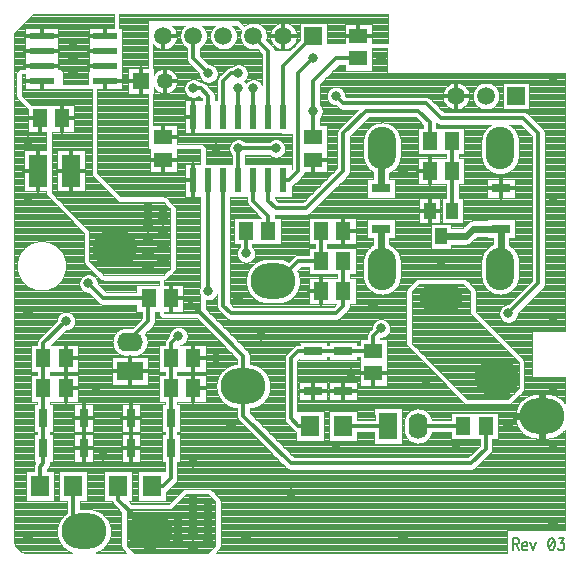
<source format=gtl>
G04 DipTrace 3.2.0.1*
G04 Speed-SensitiveWiperSwitchReplacement-Rev03(NoUnmaskedTraces)-Top.gtl*
%MOIN*%
G04 #@! TF.FileFunction,Copper,L1,Top*
G04 #@! TF.Part,Single*
G04 #@! TA.AperFunction,Conductor*
%ADD14C,0.012*%
G04 #@! TA.AperFunction,CopperBalancing*
%ADD15C,0.024*%
%ADD16C,0.004016*%
%ADD17C,0.012992*%
%ADD18C,0.004*%
G04 #@! TA.AperFunction,ComponentPad*
%ADD20O,0.149606X0.11811*%
%ADD22R,0.051181X0.059055*%
%ADD23R,0.062992X0.106299*%
G04 #@! TA.AperFunction,ComponentPad*
%ADD24R,0.05315X0.05315*%
%ADD25C,0.05315*%
%ADD26R,0.059055X0.051181*%
%ADD28R,0.062992X0.031496*%
%ADD30R,0.031496X0.062992*%
G04 #@! TA.AperFunction,ComponentPad*
%ADD31R,0.086614X0.062992*%
%ADD32O,0.086614X0.062992*%
%ADD33R,0.059055X0.059055*%
%ADD34C,0.059055*%
%ADD35O,0.141732X0.094488*%
%ADD36O,0.094488X0.141732*%
%ADD37R,0.03937X0.055118*%
%ADD38R,0.062992X0.070866*%
%ADD39R,0.07874X0.023622*%
%ADD40R,0.023622X0.07874*%
G04 #@! TA.AperFunction,ComponentPad*
%ADD41R,0.062992X0.086614*%
%ADD42O,0.062992X0.086614*%
G04 #@! TA.AperFunction,ViaPad*
%ADD43C,0.031496*%
%ADD45C,0.03937*%
%ADD96C,0.006176*%
%FSLAX26Y26*%
G04*
G70*
G90*
G75*
G01*
G04 Top*
%LPD*%
X791339Y582677D2*
D14*
Y683661D1*
X600000Y875000D1*
X550000D1*
X791339Y582677D2*
Y483661D1*
X950000Y325000D1*
X1550000D1*
X1599803Y374803D1*
Y450000D1*
X375000Y250000D2*
Y203740D1*
X480315Y98425D1*
X825000Y1268701D2*
Y1200000D1*
X875000Y1150000D1*
Y1100000D1*
X550000Y575000D2*
Y675000D1*
Y725000D1*
X575000Y750000D1*
X800000Y1025000D2*
Y1099803D1*
X800197Y1100000D1*
X550000Y375000D2*
Y475000D1*
Y575000D1*
X485236Y250000D2*
X525000D1*
X550000Y275000D1*
Y375000D1*
X889764Y933071D2*
X908071D1*
X975000Y1000000D1*
X1050000D1*
Y1100000D1*
X1124803Y1000000D2*
Y900000D1*
X1125000D1*
Y850000D1*
X1100000Y825000D1*
X750000D1*
X725000Y850000D1*
Y1268701D1*
X475197Y875000D2*
X325000D1*
X275000Y925000D1*
X625000Y1575000D2*
X650000D1*
X675000Y1550000D1*
Y1481299D1*
X413386Y730315D2*
Y738386D1*
X475000Y800000D1*
Y874803D1*
X475197Y875000D1*
X925000Y1481299D2*
Y1650000D1*
X1025000Y1750000D1*
X925000Y1268701D2*
X943701D1*
X975000Y1300000D1*
Y1625000D1*
X1025000Y1675000D1*
X875000Y1481299D2*
Y1700000D1*
X825000Y1750000D1*
X1250000Y1108071D2*
D15*
Y977362D1*
X1253150Y974213D1*
X1650000Y1108071D2*
X1558071D1*
X1531693Y1081693D1*
X1449999D1*
X1650000Y1108071D2*
Y977362D1*
X1646850Y974213D1*
X1487402Y1400000D2*
D14*
Y1300000D1*
X1487400Y1168307D2*
Y1300000D1*
X1487402D1*
X1373425Y450000D2*
X1525000D1*
X875000Y1268701D2*
Y1200000D1*
X900000Y1175000D1*
X1000000D1*
X1125000Y1300000D1*
Y1425000D1*
X1200000Y1500000D1*
X1375000D1*
X1412598Y1462402D1*
Y1400000D1*
X775000Y1268701D2*
Y1375000D1*
X675000Y1625000D2*
X625000Y1675000D1*
Y1750000D1*
X775000Y1375000D2*
X900000D1*
X1025000Y1500000D2*
Y1412402D1*
Y1500000D2*
Y1600000D1*
X1100000Y1675000D1*
X1174803D1*
X1175000Y1675197D1*
X775000Y1481299D2*
Y1575000D1*
X725000Y1481299D2*
Y1600000D1*
X750000Y1625000D1*
X775000D1*
X1250000Y1241929D2*
D15*
Y1372638D1*
X1253150Y1375787D1*
X1275000Y450000D2*
D14*
X1125000D1*
X1025000Y700000D2*
X1125000D1*
X1225000D1*
X1014764Y450000D2*
X975000D1*
X950000Y475000D1*
Y675000D1*
X975000Y700000D1*
X1025000D1*
X825000Y1481299D2*
Y1575000D1*
X1100000Y1550000D2*
X1125000Y1525000D1*
X1400000D1*
X1450000Y1475000D1*
X1725000D1*
X1775000Y1425000D1*
Y925000D1*
X1675000Y825000D1*
X1250000Y775000D2*
X1225000Y750000D1*
Y700000D1*
X225000Y250000D2*
Y133268D1*
X259843Y98425D1*
X125000Y375000D2*
Y475000D1*
Y575000D1*
Y675000D1*
Y725000D1*
X200000Y800000D1*
X675000Y900000D2*
Y1268701D1*
X114764Y250000D2*
Y314764D1*
X125000Y325000D1*
Y375000D1*
D43*
X575000Y750000D3*
X800000Y1025000D3*
X275000Y925000D3*
X625000Y1575000D3*
X1025000Y1675000D3*
X775000Y1375000D3*
X675000Y1625000D3*
X900000Y1375000D3*
X1025000Y1500000D3*
D3*
X775000Y1575000D3*
Y1625000D3*
X825000Y1575000D3*
X1100000Y1550000D3*
X1675000Y825000D3*
X1250000Y775000D3*
X200000Y800000D3*
X675000Y900000D3*
X225000Y1725000D3*
Y1675000D3*
Y1625000D3*
X1225000Y850000D3*
X1100000Y375000D3*
X75000Y1200000D3*
X300000Y575000D3*
X625000Y325000D3*
X1400000Y600000D3*
X700000Y675000D3*
X1325000Y1300000D3*
X1450000Y1000000D3*
X1825000Y800000D3*
Y1600000D3*
X75000Y825000D3*
Y75000D3*
X800000D3*
X1325000D3*
X1825000Y125000D3*
X1500000Y375000D3*
X775000Y875000D3*
X1250000Y1675000D3*
X700000Y1375000D3*
X1825000Y1200000D3*
X75000Y1400000D3*
X850000Y750000D3*
X750000Y450000D3*
X950000Y225000D3*
X1150000Y625000D3*
D45*
X475000Y1175000D3*
D43*
X325000Y350000D3*
D45*
X475000Y1125000D3*
Y1025000D3*
D43*
X1675000Y450000D3*
D45*
X475000Y1075000D3*
D43*
X1825000Y575000D3*
Y375000D3*
D45*
X475000Y975000D3*
X525000Y1000000D3*
Y1100000D3*
Y1050000D3*
Y1150000D3*
X675000Y75000D3*
X625000Y100000D3*
Y50000D3*
Y150000D3*
Y200000D3*
X675000Y125000D3*
X575000D3*
Y75000D3*
X675000Y175000D3*
X1372350Y919108D2*
D16*
X1527652D1*
X1368461Y915223D2*
X1531534D1*
X1364579Y911339D2*
X1535417D1*
X1360696Y907454D2*
X1539307D1*
X1356814Y903570D2*
X1543190D1*
X1352923Y899685D2*
X1547072D1*
X1352413Y895801D2*
X1547589D1*
X1352413Y891916D2*
X1547589D1*
X1352413Y888031D2*
X1547589D1*
X1352413Y884147D2*
X1547589D1*
X1352413Y880262D2*
X1547589D1*
X1352413Y876378D2*
X1547589D1*
X1352413Y872493D2*
X1547589D1*
X1352413Y868609D2*
X1547589D1*
X1352413Y864724D2*
X1547589D1*
X1352413Y860840D2*
X1547589D1*
X1352413Y856955D2*
X1547589D1*
X1352413Y853071D2*
X1547589D1*
X1352413Y849186D2*
X1547589D1*
X1352413Y845302D2*
X1547589D1*
X1352413Y841417D2*
X1547589D1*
X1352413Y837533D2*
X1547589D1*
X1352413Y833648D2*
X1547589D1*
X1352413Y829764D2*
X1547589D1*
X1352413Y825879D2*
X1547589D1*
X1352413Y821995D2*
X1549762D1*
X1352413Y818110D2*
X1553644D1*
X1352413Y814226D2*
X1557535D1*
X1352413Y810341D2*
X1561417D1*
X1352413Y806457D2*
X1565299D1*
X1352413Y802572D2*
X1569190D1*
X1352413Y798688D2*
X1573072D1*
X1352413Y794803D2*
X1576955D1*
X1352413Y790919D2*
X1580837D1*
X1352413Y787034D2*
X1584727D1*
X1352413Y783150D2*
X1588610D1*
X1352413Y779265D2*
X1592492D1*
X1352413Y775381D2*
X1596375D1*
X1352413Y771496D2*
X1600265D1*
X1352413Y767612D2*
X1604147D1*
X1352413Y763727D2*
X1608030D1*
X1352413Y759843D2*
X1611920D1*
X1352413Y755958D2*
X1615803D1*
X1352413Y752073D2*
X1619685D1*
X1352413Y748189D2*
X1623567D1*
X1352413Y744304D2*
X1627458D1*
X1352413Y740420D2*
X1631340D1*
X1352413Y736535D2*
X1635222D1*
X1352413Y732651D2*
X1639105D1*
X1352413Y728766D2*
X1642995D1*
X1353362Y724882D2*
X1646878D1*
X1357245Y720997D2*
X1650760D1*
X1361127Y717113D2*
X1654642D1*
X1365009Y713228D2*
X1658533D1*
X1368900Y709344D2*
X1662415D1*
X1372782Y705459D2*
X1666298D1*
X1376665Y701575D2*
X1670188D1*
X1380547Y697690D2*
X1674070D1*
X1384437Y693806D2*
X1677953D1*
X1388320Y689921D2*
X1681835D1*
X1392202Y686037D2*
X1685726D1*
X1396092Y682152D2*
X1689608D1*
X1399975Y678268D2*
X1693490D1*
X1403857Y674383D2*
X1697373D1*
X1407740Y670499D2*
X1701262D1*
X1411630Y666614D2*
X1705146D1*
X1415512Y662730D2*
X1709028D1*
X1419395Y658845D2*
X1710094D1*
X1423277Y654961D2*
X1710094D1*
X1427168Y651076D2*
X1710094D1*
X1431050Y647192D2*
X1710094D1*
X1434932Y643307D2*
X1710094D1*
X1438823Y639423D2*
X1710094D1*
X1442705Y635538D2*
X1710094D1*
X1446588Y631654D2*
X1710094D1*
X1450470Y627769D2*
X1710094D1*
X1454360Y623885D2*
X1710094D1*
X1458243Y620000D2*
X1710094D1*
X1462125Y616115D2*
X1710094D1*
X1466008Y612231D2*
X1710094D1*
X1469898Y608346D2*
X1710094D1*
X1473780Y604462D2*
X1710094D1*
X1477663Y600577D2*
X1710094D1*
X1481545Y596693D2*
X1710094D1*
X1485434Y592808D2*
X1710094D1*
X1489318Y588924D2*
X1710094D1*
X1493199Y585039D2*
X1710094D1*
X1497091Y581155D2*
X1710094D1*
X1500972Y577270D2*
X1710094D1*
X1504854Y573386D2*
X1707647D1*
X1508738Y569501D2*
X1703757D1*
X1512627Y565617D2*
X1699874D1*
X1516510Y561732D2*
X1695992D1*
X1520392Y557848D2*
X1692109D1*
X1524274Y553963D2*
X1688219D1*
X1528165Y550079D2*
X1684337D1*
X1532047Y546194D2*
X1680454D1*
X1535930Y542310D2*
X1676572D1*
X1375827Y922987D2*
X1352010Y899171D1*
X1352008Y725824D1*
X1538327Y539513D1*
X1674167Y539508D1*
X1710490Y575828D1*
X1710492Y661669D1*
X1548375Y823820D1*
X1548091Y824379D1*
X1547992Y825000D1*
Y899173D1*
X1524171Y922990D1*
X1375836Y922992D1*
X386228Y1619108D2*
X407865D1*
X386228Y1615223D2*
X407865D1*
X386228Y1611339D2*
X407865D1*
X386228Y1607454D2*
X407865D1*
X386228Y1603570D2*
X407865D1*
X386228Y1599685D2*
X407865D1*
X386228Y1595801D2*
X407865D1*
X386228Y1591916D2*
X407865D1*
X386228Y1588031D2*
X407865D1*
X386228Y1584147D2*
X407865D1*
X386228Y1580262D2*
X407865D1*
X386228Y1576378D2*
X407865D1*
X303059Y1572493D2*
X407865D1*
X303059Y1568609D2*
X407865D1*
X303059Y1564724D2*
X407865D1*
X303059Y1560840D2*
X407865D1*
X303059Y1556955D2*
X472588D1*
X303059Y1553071D2*
X472588D1*
X303059Y1549186D2*
X472588D1*
X303059Y1545302D2*
X472588D1*
X303059Y1541417D2*
X472588D1*
X303059Y1537533D2*
X472588D1*
X303059Y1533648D2*
X472588D1*
X303059Y1529764D2*
X472588D1*
X303059Y1525879D2*
X472588D1*
X303059Y1521995D2*
X472588D1*
X303059Y1518110D2*
X472588D1*
X303059Y1514226D2*
X472588D1*
X303059Y1510341D2*
X472588D1*
X303059Y1506457D2*
X472588D1*
X303059Y1502572D2*
X472588D1*
X303059Y1498688D2*
X472588D1*
X303059Y1494803D2*
X472588D1*
X303059Y1490919D2*
X472588D1*
X303059Y1487034D2*
X472588D1*
X303059Y1483150D2*
X472588D1*
X303059Y1479265D2*
X472588D1*
X303059Y1475381D2*
X472588D1*
X303059Y1471496D2*
X472588D1*
X303059Y1467612D2*
X472588D1*
X303059Y1463727D2*
X472588D1*
X303059Y1459843D2*
X472588D1*
X303059Y1455958D2*
X472588D1*
X303059Y1452073D2*
X472588D1*
X303059Y1448189D2*
X472588D1*
X303059Y1444304D2*
X472588D1*
X303059Y1440420D2*
X472588D1*
X303059Y1436535D2*
X472588D1*
X303059Y1432651D2*
X472588D1*
X303059Y1428766D2*
X472588D1*
X303059Y1424882D2*
X472588D1*
X303059Y1420997D2*
X472588D1*
X303059Y1417113D2*
X472588D1*
X303059Y1413228D2*
X472588D1*
X303059Y1409344D2*
X472588D1*
X303059Y1405459D2*
X472588D1*
X303059Y1401575D2*
X472588D1*
X303059Y1397690D2*
X472588D1*
X303059Y1393806D2*
X472588D1*
X303059Y1389921D2*
X472588D1*
X303059Y1386037D2*
X472588D1*
X303059Y1382152D2*
X472588D1*
X303059Y1378268D2*
X472588D1*
X303059Y1374383D2*
X472689D1*
X303059Y1370499D2*
X479913D1*
X570091D2*
X647594D1*
X303059Y1366614D2*
X479913D1*
X570091D2*
X647594D1*
X303059Y1362730D2*
X479913D1*
X570091D2*
X647594D1*
X303059Y1358845D2*
X479913D1*
X570091D2*
X647594D1*
X303059Y1354961D2*
X479913D1*
X570091D2*
X647594D1*
X303059Y1351076D2*
X479913D1*
X570091D2*
X647594D1*
X303059Y1347192D2*
X479913D1*
X570091D2*
X647594D1*
X303059Y1343307D2*
X479913D1*
X570091D2*
X647594D1*
X303059Y1339423D2*
X479913D1*
X570091D2*
X647594D1*
X303059Y1335538D2*
X479913D1*
X570091D2*
X647594D1*
X303059Y1331654D2*
X479913D1*
X570091D2*
X647594D1*
X303059Y1327769D2*
X479913D1*
X570091D2*
X647594D1*
X303059Y1323885D2*
X479913D1*
X570091D2*
X647594D1*
X303059Y1320000D2*
X479913D1*
X570091D2*
X597625D1*
X303059Y1316115D2*
X479913D1*
X570091D2*
X597625D1*
X303059Y1312231D2*
X479913D1*
X570091D2*
X597625D1*
X303059Y1308346D2*
X479913D1*
X570091D2*
X597625D1*
X303059Y1304462D2*
X479913D1*
X570091D2*
X597625D1*
X303059Y1300577D2*
X479913D1*
X570091D2*
X597625D1*
X303059Y1296693D2*
X597625D1*
X304031Y1292808D2*
X597625D1*
X307921Y1288924D2*
X597625D1*
X311804Y1285039D2*
X597625D1*
X315686Y1281155D2*
X597625D1*
X319568Y1277270D2*
X597625D1*
X323459Y1273386D2*
X597625D1*
X327341Y1269501D2*
X597625D1*
X331224Y1265617D2*
X597625D1*
X335106Y1261732D2*
X597625D1*
X338996Y1257848D2*
X597625D1*
X342879Y1253963D2*
X597625D1*
X346761Y1250079D2*
X597625D1*
X350651Y1246194D2*
X597625D1*
X354534Y1242310D2*
X597625D1*
X358416Y1238425D2*
X597625D1*
X362299Y1234541D2*
X597625D1*
X366189Y1230656D2*
X597625D1*
X370071Y1226772D2*
X597625D1*
X373954Y1222887D2*
X597625D1*
X377836Y1219003D2*
X597625D1*
X526537Y1215118D2*
X597625D1*
X535580Y1211234D2*
X647594D1*
X539493Y1207349D2*
X647594D1*
X543377Y1203465D2*
X647594D1*
X547259Y1199580D2*
X647594D1*
X551148Y1195696D2*
X647594D1*
X555031Y1191811D2*
X647594D1*
X558913Y1187927D2*
X647594D1*
X562568Y1184042D2*
X647594D1*
X564655Y1180157D2*
X647594D1*
X565509Y1176273D2*
X647594D1*
X565564Y1172388D2*
X647594D1*
X565564Y1168504D2*
X647594D1*
X565564Y1164619D2*
X647594D1*
X565564Y1160735D2*
X647594D1*
X565564Y1156850D2*
X647594D1*
X565564Y1152966D2*
X647594D1*
X565564Y1149081D2*
X647594D1*
X565564Y1145197D2*
X647594D1*
X565564Y1141312D2*
X647594D1*
X565564Y1137428D2*
X647594D1*
X565564Y1133543D2*
X647594D1*
X565564Y1129659D2*
X647594D1*
X565564Y1125774D2*
X647594D1*
X565564Y1121890D2*
X647594D1*
X565564Y1118005D2*
X647594D1*
X565564Y1114121D2*
X647594D1*
X565564Y1110236D2*
X647594D1*
X565564Y1106352D2*
X647594D1*
X565564Y1102467D2*
X647594D1*
X565564Y1098583D2*
X647594D1*
X565564Y1094698D2*
X647594D1*
X565564Y1090814D2*
X647594D1*
X565564Y1086929D2*
X647594D1*
X565564Y1083045D2*
X647594D1*
X565564Y1079160D2*
X647594D1*
X565564Y1075276D2*
X647594D1*
X565564Y1071391D2*
X647594D1*
X565564Y1067507D2*
X647594D1*
X565564Y1063622D2*
X647594D1*
X565564Y1059738D2*
X647594D1*
X565564Y1055853D2*
X647594D1*
X565564Y1051969D2*
X647594D1*
X565564Y1048084D2*
X647594D1*
X565564Y1044199D2*
X647594D1*
X565564Y1040315D2*
X647594D1*
X565564Y1036430D2*
X647594D1*
X565564Y1032546D2*
X647594D1*
X565564Y1028661D2*
X647594D1*
X565564Y1024777D2*
X647594D1*
X565564Y1020892D2*
X647594D1*
X565564Y1017008D2*
X647594D1*
X565564Y1013123D2*
X647594D1*
X565564Y1009239D2*
X647594D1*
X565564Y1005354D2*
X647594D1*
X565564Y1001470D2*
X647594D1*
X565564Y997585D2*
X647594D1*
X565564Y993701D2*
X647594D1*
X565564Y989816D2*
X647594D1*
X565564Y985932D2*
X647594D1*
X565564Y982047D2*
X647594D1*
X565564Y978163D2*
X647594D1*
X565541Y974278D2*
X647594D1*
X564843Y970394D2*
X647594D1*
X562961Y966509D2*
X647594D1*
X559470Y962625D2*
X647594D1*
X555580Y958740D2*
X647594D1*
X551698Y954856D2*
X647594D1*
X547815Y950971D2*
X647594D1*
X543925Y947087D2*
X647594D1*
X540043Y943202D2*
X647594D1*
X536160Y939318D2*
X647594D1*
X529604Y935433D2*
X647594D1*
X527407Y931549D2*
X647594D1*
X527407Y927664D2*
X647594D1*
X527407Y923780D2*
X647594D1*
X527407Y919895D2*
X647594D1*
X591150Y916010D2*
X647594D1*
X591150Y912126D2*
X646167D1*
X591150Y908241D2*
X644810D1*
X591150Y904357D2*
X644001D1*
X591150Y900472D2*
X643696D1*
X591150Y896588D2*
X643877D1*
X591150Y892703D2*
X644567D1*
X591150Y888819D2*
X645782D1*
X591150Y884934D2*
X647594D1*
X591150Y881050D2*
X647594D1*
X591150Y877165D2*
X647594D1*
X591150Y873281D2*
X647594D1*
X591150Y869396D2*
X647594D1*
X591150Y865512D2*
X647594D1*
X591150Y861627D2*
X647594D1*
X591150Y857743D2*
X647594D1*
X591150Y853858D2*
X647594D1*
X591150Y849974D2*
X647594D1*
X591150Y846089D2*
X647594D1*
X591150Y842205D2*
X647594D1*
X591150Y838320D2*
X647594D1*
X591150Y834436D2*
X647594D1*
X591150Y830551D2*
X647594D1*
X472992Y1558265D2*
X408265D1*
Y1622992D1*
X385831Y1622955D1*
Y1573028D1*
X302661Y1572992D1*
Y1293780D1*
X381283Y1215157D1*
X525000Y1215161D1*
X527371Y1214974D1*
X529685Y1214419D1*
X531883Y1213508D1*
X533911Y1212265D1*
X535723Y1210717D1*
X561529Y1184846D1*
X562927Y1182921D1*
X564007Y1180802D1*
X564741Y1178539D1*
X565114Y1176189D1*
X565160Y1170984D1*
X565114Y973811D1*
X564741Y971461D1*
X564007Y969198D1*
X562927Y967079D1*
X561529Y965154D1*
X557881Y961440D1*
X534846Y938471D1*
X532921Y937073D1*
X530802Y935993D1*
X528539Y935259D1*
X527367Y935025D1*
X527008Y933937D1*
Y919686D1*
X590751Y919688D1*
Y830312D1*
X527009D1*
X527008Y827010D1*
X647990Y827008D1*
X647992Y884978D1*
X646693Y887589D1*
X645946Y889453D1*
X645323Y891361D1*
X644825Y893306D1*
X644454Y895278D1*
X644213Y897272D1*
X644100Y899276D1*
X644118Y901283D1*
X644266Y903285D1*
X644545Y905273D1*
X644951Y907239D1*
X645484Y909175D1*
X646142Y911071D1*
X646921Y912921D1*
X647990Y915008D1*
X647957Y1214169D1*
X598029D1*
Y1323231D1*
X647992D1*
Y1372995D1*
X569693Y1372992D1*
X569688Y1296848D1*
X480312D1*
Y1372991D1*
X474686Y1373017D1*
X474088Y1373211D1*
X473580Y1373580D1*
X473211Y1374088D1*
X473017Y1374686D1*
X472992Y1381024D1*
Y1558257D1*
X450000Y1600000D2*
D17*
Y1558273D1*
X408273Y1600000D2*
X450000D1*
X525000Y1337598D2*
Y1296856D1*
X480320Y1337598D2*
X569680D1*
X550000Y919680D2*
Y830319D1*
Y875000D2*
X590744D1*
X331299Y1600000D2*
Y1573035D1*
Y1600000D2*
X385823D1*
X625000Y1323223D2*
Y1214177D1*
X598037Y1268701D2*
X625000D1*
X52413Y1619108D2*
D16*
X63768D1*
X52413Y1615223D2*
X63768D1*
X52413Y1611339D2*
X63768D1*
X52413Y1607454D2*
X63768D1*
X52413Y1603570D2*
X63768D1*
X52413Y1599685D2*
X63768D1*
X52413Y1595801D2*
X63768D1*
X52413Y1591916D2*
X63768D1*
X52413Y1588031D2*
X63768D1*
X52413Y1584147D2*
X63768D1*
X52413Y1580262D2*
X63768D1*
X52413Y1576378D2*
X63768D1*
X52413Y1572493D2*
X285088D1*
X52413Y1568609D2*
X285088D1*
X52413Y1564724D2*
X285088D1*
X52413Y1560840D2*
X285088D1*
X52413Y1556955D2*
X285088D1*
X52413Y1553071D2*
X285088D1*
X54052Y1549186D2*
X285088D1*
X57942Y1545302D2*
X285088D1*
X61825Y1541417D2*
X285088D1*
X65707Y1537533D2*
X285088D1*
X69591Y1533648D2*
X285088D1*
X73480Y1529764D2*
X285088D1*
X77362Y1525879D2*
X285088D1*
X81245Y1521995D2*
X285088D1*
X228558Y1518110D2*
X285088D1*
X228558Y1514226D2*
X285088D1*
X228558Y1510341D2*
X285088D1*
X228558Y1506457D2*
X285088D1*
X228558Y1502572D2*
X285088D1*
X228558Y1498688D2*
X285088D1*
X228558Y1494803D2*
X285088D1*
X228558Y1490919D2*
X285088D1*
X228558Y1487034D2*
X285088D1*
X228558Y1483150D2*
X285088D1*
X228558Y1479265D2*
X285088D1*
X228558Y1475381D2*
X285088D1*
X228558Y1471496D2*
X285088D1*
X228558Y1467612D2*
X285088D1*
X228558Y1463727D2*
X285088D1*
X228558Y1459843D2*
X285088D1*
X228558Y1455958D2*
X285088D1*
X228558Y1452073D2*
X285088D1*
X228558Y1448189D2*
X285088D1*
X228558Y1444304D2*
X285088D1*
X228558Y1440420D2*
X285088D1*
X228558Y1436535D2*
X285088D1*
X228558Y1432651D2*
X285088D1*
X152407Y1428766D2*
X285088D1*
X152407Y1424882D2*
X285088D1*
X152407Y1420997D2*
X285088D1*
X152407Y1417113D2*
X285088D1*
X152407Y1413228D2*
X285088D1*
X152407Y1409344D2*
X285088D1*
X152407Y1405459D2*
X285088D1*
X152407Y1401575D2*
X285088D1*
X152407Y1397690D2*
X285088D1*
X152407Y1393806D2*
X285088D1*
X152407Y1389921D2*
X285088D1*
X152407Y1386037D2*
X285088D1*
X152407Y1382152D2*
X285088D1*
X152407Y1378268D2*
X285088D1*
X152407Y1374383D2*
X285088D1*
X152407Y1370499D2*
X285088D1*
X154438Y1366614D2*
X170562D1*
X264676D2*
X285088D1*
X154438Y1362730D2*
X170562D1*
X264676D2*
X285088D1*
X154438Y1358845D2*
X170562D1*
X264676D2*
X285088D1*
X154438Y1354961D2*
X170562D1*
X264676D2*
X285088D1*
X154438Y1351076D2*
X170562D1*
X264676D2*
X285088D1*
X154438Y1347192D2*
X170562D1*
X264676D2*
X285088D1*
X154438Y1343307D2*
X170562D1*
X264676D2*
X285088D1*
X154438Y1339423D2*
X170562D1*
X264676D2*
X285088D1*
X154438Y1335538D2*
X170562D1*
X264676D2*
X285088D1*
X154438Y1331654D2*
X170562D1*
X264676D2*
X285088D1*
X154438Y1327769D2*
X170562D1*
X264676D2*
X285088D1*
X154438Y1323885D2*
X170562D1*
X264676D2*
X285088D1*
X154438Y1320000D2*
X170562D1*
X264676D2*
X285088D1*
X154438Y1316115D2*
X170562D1*
X264676D2*
X285088D1*
X154438Y1312231D2*
X170562D1*
X264676D2*
X285088D1*
X154438Y1308346D2*
X170562D1*
X264676D2*
X285088D1*
X154438Y1304462D2*
X170562D1*
X264676D2*
X285088D1*
X154438Y1300577D2*
X170562D1*
X264676D2*
X285088D1*
X154438Y1296693D2*
X170562D1*
X264676D2*
X285088D1*
X154438Y1292808D2*
X170562D1*
X264676D2*
X285088D1*
X154438Y1288924D2*
X170562D1*
X264676D2*
X285088D1*
X154438Y1285039D2*
X170562D1*
X264676D2*
X286719D1*
X154438Y1281155D2*
X170562D1*
X264676D2*
X290602D1*
X154438Y1277270D2*
X170562D1*
X264676D2*
X294492D1*
X154438Y1273386D2*
X170562D1*
X264676D2*
X298375D1*
X154438Y1269501D2*
X170562D1*
X264676D2*
X302257D1*
X154438Y1265617D2*
X170562D1*
X264676D2*
X306139D1*
X154438Y1261732D2*
X170562D1*
X264676D2*
X310030D1*
X154438Y1257848D2*
X170562D1*
X264676D2*
X313912D1*
X154438Y1253963D2*
X170562D1*
X264676D2*
X317795D1*
X154438Y1250079D2*
X170562D1*
X264676D2*
X321677D1*
X154438Y1246194D2*
X170562D1*
X264676D2*
X325567D1*
X154438Y1242310D2*
X170562D1*
X264676D2*
X329450D1*
X154438Y1238425D2*
X170562D1*
X264676D2*
X333332D1*
X154438Y1234541D2*
X170562D1*
X264676D2*
X337215D1*
X152407Y1230656D2*
X341105D1*
X152407Y1226772D2*
X344987D1*
X155356Y1222887D2*
X348870D1*
X159239Y1219003D2*
X352760D1*
X163121Y1215118D2*
X356642D1*
X167012Y1211234D2*
X360525D1*
X170894Y1207349D2*
X364407D1*
X174776Y1203465D2*
X368298D1*
X178659Y1199580D2*
X372180D1*
X182549Y1195696D2*
X526064D1*
X186432Y1191811D2*
X529948D1*
X190314Y1187927D2*
X533829D1*
X194196Y1184042D2*
X537719D1*
X198087Y1180157D2*
X541602D1*
X201969Y1176273D2*
X545484D1*
X205850Y1172388D2*
X547594D1*
X209734Y1168504D2*
X547594D1*
X213623Y1164619D2*
X547594D1*
X217507Y1160735D2*
X547594D1*
X221388Y1156850D2*
X547594D1*
X225278Y1152966D2*
X547594D1*
X229161Y1149081D2*
X547594D1*
X233043Y1145197D2*
X547594D1*
X236927Y1141312D2*
X547594D1*
X240816Y1137428D2*
X547594D1*
X244698Y1133543D2*
X547594D1*
X248581Y1129659D2*
X547594D1*
X252463Y1125774D2*
X547594D1*
X256354Y1121890D2*
X547594D1*
X260236Y1118005D2*
X547594D1*
X264118Y1114121D2*
X547594D1*
X268009Y1110236D2*
X547594D1*
X271891Y1106352D2*
X547594D1*
X275774Y1102467D2*
X547594D1*
X277413Y1098583D2*
X547594D1*
X277413Y1094698D2*
X547594D1*
X277413Y1090814D2*
X547594D1*
X277413Y1086929D2*
X547594D1*
X277413Y1083045D2*
X547594D1*
X277413Y1079160D2*
X547594D1*
X277413Y1075276D2*
X547594D1*
X277413Y1071391D2*
X547594D1*
X277413Y1067507D2*
X547594D1*
X277413Y1063622D2*
X547594D1*
X277413Y1059738D2*
X547594D1*
X277413Y1055853D2*
X547594D1*
X277413Y1051969D2*
X547594D1*
X277413Y1048084D2*
X547594D1*
X277413Y1044199D2*
X547594D1*
X277413Y1040315D2*
X547594D1*
X277413Y1036430D2*
X547594D1*
X277413Y1032546D2*
X547594D1*
X277413Y1028661D2*
X547594D1*
X277413Y1024777D2*
X547594D1*
X277413Y1020892D2*
X547594D1*
X277413Y1017008D2*
X547594D1*
X277413Y1013123D2*
X547594D1*
X277413Y1009239D2*
X547594D1*
X277413Y1005354D2*
X547594D1*
X277413Y1001470D2*
X547594D1*
X280652Y997585D2*
X547594D1*
X284542Y993701D2*
X547594D1*
X288425Y989816D2*
X547594D1*
X292307Y985932D2*
X547594D1*
X296198Y982047D2*
X547594D1*
X300080Y978163D2*
X547594D1*
X303962Y974278D2*
X546034D1*
X307845Y970394D2*
X542151D1*
X311735Y966509D2*
X538269D1*
X315617Y962625D2*
X534386D1*
X319500Y958740D2*
X530496D1*
X323382Y954856D2*
X526614D1*
X147052Y1519688D2*
X228152D1*
Y1430312D1*
X152008D1*
Y1368318D1*
X154038Y1368310D1*
Y1231690D1*
X152008D1*
Y1225837D1*
X276625Y1101180D1*
X276909Y1100621D1*
X277008Y1100000D1*
Y1000825D1*
X325829Y952010D1*
X524165Y952008D1*
X547990Y975829D1*
X547992Y1174165D1*
X524171Y1197990D1*
X374686Y1198017D1*
X374088Y1198211D1*
X373580Y1198580D1*
X285875Y1286320D1*
X285591Y1286879D1*
X285492Y1287500D1*
Y1572992D1*
X174686Y1573017D1*
X174088Y1573211D1*
X173580Y1573580D1*
X173287Y1573951D1*
X173232Y1573963D1*
Y1573028D1*
X64171D1*
Y1622991D1*
X52010Y1622992D1*
X52008Y1550827D1*
X83148Y1519692D1*
X147052Y1519688D1*
X171364Y1368310D2*
X264274D1*
Y1231690D1*
X170962D1*
Y1368310D1*
X171364D1*
X187402Y1519680D2*
D17*
Y1430320D1*
Y1475000D2*
X228144D1*
X217618Y1368302D2*
Y1231698D1*
X170970Y1300000D2*
X264266D1*
X118701Y1600000D2*
Y1573035D1*
X64178Y1600000D2*
X118701D1*
X86853Y1818517D2*
D16*
X359434D1*
X82963Y1814633D2*
X359434D1*
X79081Y1810748D2*
X359434D1*
X75198Y1806864D2*
X359434D1*
X71316Y1802979D2*
X359434D1*
X67425Y1799094D2*
X359434D1*
X63543Y1795210D2*
X359434D1*
X59661Y1791325D2*
X359434D1*
X55778Y1787441D2*
X359434D1*
X51888Y1783556D2*
X359434D1*
X554916D2*
X595085D1*
X654917D2*
X695087D1*
X754911D2*
X769598D1*
X48005Y1779672D2*
X359434D1*
X558814D2*
X591180D1*
X658815D2*
X691181D1*
X758816D2*
X773488D1*
X44123Y1775787D2*
X63768D1*
X173631D2*
X276367D1*
X561896D2*
X588105D1*
X661898D2*
X688098D1*
X761899D2*
X777370D1*
X40241Y1771903D2*
X63768D1*
X173631D2*
X276367D1*
X564350D2*
X585642D1*
X664353D2*
X685644D1*
X764354D2*
X781253D1*
X36350Y1768018D2*
X63768D1*
X173631D2*
X276367D1*
X566297D2*
X583705D1*
X666298D2*
X683706D1*
X766299D2*
X783701D1*
X32469Y1764134D2*
X63768D1*
X173631D2*
X276367D1*
X567794D2*
X582207D1*
X667795D2*
X682201D1*
X767797D2*
X782202D1*
X28585Y1760249D2*
X63768D1*
X173631D2*
X276367D1*
X568900D2*
X581101D1*
X668902D2*
X681102D1*
X768895D2*
X781104D1*
X28398Y1756365D2*
X63768D1*
X173631D2*
X276367D1*
X569638D2*
X580364D1*
X669631D2*
X680365D1*
X769633D2*
X780367D1*
X28398Y1752480D2*
X63768D1*
X173631D2*
X276367D1*
X570021D2*
X579979D1*
X670024D2*
X679982D1*
X770025D2*
X779983D1*
X28398Y1748596D2*
X63768D1*
X173631D2*
X276367D1*
X570068D2*
X579932D1*
X670071D2*
X679934D1*
X770064D2*
X779936D1*
X28398Y1744711D2*
X63768D1*
X173631D2*
X276367D1*
X569778D2*
X580223D1*
X669772D2*
X680224D1*
X769774D2*
X780226D1*
X28398Y1740827D2*
X63768D1*
X173631D2*
X276367D1*
X569135D2*
X580866D1*
X669136D2*
X680860D1*
X769138D2*
X780861D1*
X28398Y1736942D2*
X63768D1*
X173631D2*
X276367D1*
X568139D2*
X581862D1*
X668140D2*
X681864D1*
X768142D2*
X781857D1*
X28398Y1733058D2*
X63768D1*
X173631D2*
X276367D1*
X566751D2*
X583251D1*
X666752D2*
X683244D1*
X766755D2*
X783245D1*
X28398Y1729173D2*
X63768D1*
X173631D2*
X276367D1*
X564940D2*
X585062D1*
X664941D2*
X685063D1*
X764942D2*
X785058D1*
X28398Y1725289D2*
X63768D1*
X173631D2*
X276367D1*
X562634D2*
X587367D1*
X662635D2*
X687361D1*
X762636D2*
X787364D1*
X28398Y1721404D2*
X63768D1*
X173631D2*
X276367D1*
X559739D2*
X590255D1*
X659740D2*
X690256D1*
X759743D2*
X790257D1*
X28398Y1717520D2*
X63768D1*
X173631D2*
X276367D1*
X490562D2*
X493908D1*
X556092D2*
X593909D1*
X656093D2*
X693903D1*
X756094D2*
X793904D1*
X28398Y1713635D2*
X63768D1*
X173631D2*
X276367D1*
X490562D2*
X498621D1*
X551378D2*
X598623D1*
X651371D2*
X698625D1*
X751374D2*
X798626D1*
X28398Y1709751D2*
X63768D1*
X173631D2*
X276367D1*
X490562D2*
X505178D1*
X544822D2*
X603438D1*
X646564D2*
X705181D1*
X744816D2*
X805182D1*
X1220087D2*
X1270822D1*
X28398Y1705866D2*
X63768D1*
X173631D2*
X276367D1*
X490562D2*
X517579D1*
X532421D2*
X603438D1*
X646564D2*
X717581D1*
X732416D2*
X817583D1*
X832417D2*
X838807D1*
X1220087D2*
X1270822D1*
X28398Y1701982D2*
X63768D1*
X173631D2*
X276367D1*
X490562D2*
X603438D1*
X646564D2*
X842689D1*
X1220087D2*
X1270822D1*
X28398Y1698097D2*
X63768D1*
X173631D2*
X276367D1*
X490562D2*
X603438D1*
X646564D2*
X846572D1*
X1220087D2*
X1270822D1*
X28398Y1694213D2*
X63768D1*
X173631D2*
X276367D1*
X490562D2*
X603438D1*
X646564D2*
X850462D1*
X1220087D2*
X1270822D1*
X28398Y1690328D2*
X63768D1*
X173631D2*
X276367D1*
X490562D2*
X603438D1*
X646564D2*
X853434D1*
X1220087D2*
X1270822D1*
X28398Y1686444D2*
X63768D1*
X173631D2*
X276367D1*
X490562D2*
X603438D1*
X646564D2*
X853434D1*
X1220087D2*
X1270822D1*
X28398Y1682559D2*
X63768D1*
X173631D2*
X276367D1*
X490562D2*
X603438D1*
X647772D2*
X853434D1*
X1220087D2*
X1270822D1*
X28398Y1678675D2*
X63768D1*
X173631D2*
X276367D1*
X490562D2*
X603438D1*
X651655D2*
X853434D1*
X1220087D2*
X1270822D1*
X28398Y1674790D2*
X63768D1*
X173631D2*
X276367D1*
X490562D2*
X603438D1*
X655537D2*
X853434D1*
X1220087D2*
X1270822D1*
X28398Y1670906D2*
X63768D1*
X173631D2*
X276367D1*
X490562D2*
X603839D1*
X659419D2*
X853434D1*
X1220087D2*
X1270822D1*
X28398Y1667021D2*
X63768D1*
X173631D2*
X276367D1*
X490562D2*
X605000D1*
X663310D2*
X853434D1*
X1220087D2*
X1270822D1*
X28398Y1663136D2*
X63768D1*
X173631D2*
X276367D1*
X490562D2*
X607077D1*
X667192D2*
X853434D1*
X1220087D2*
X1270822D1*
X28398Y1659252D2*
X63768D1*
X173631D2*
X276367D1*
X490562D2*
X610419D1*
X671075D2*
X853434D1*
X1220087D2*
X1270822D1*
X28398Y1655367D2*
X63768D1*
X173631D2*
X276367D1*
X490562D2*
X614302D1*
X681160D2*
X768837D1*
X781163D2*
X853434D1*
X1220087D2*
X1270822D1*
X28398Y1651483D2*
X63768D1*
X173631D2*
X276367D1*
X490562D2*
X618192D1*
X691341D2*
X758664D1*
X791343D2*
X853434D1*
X1106814D2*
X1129909D1*
X1220087D2*
X1270822D1*
X28398Y1647598D2*
X63768D1*
X173631D2*
X276367D1*
X490562D2*
X622075D1*
X696487D2*
X753512D1*
X796488D2*
X853434D1*
X1102924D2*
X1129909D1*
X1220087D2*
X1270822D1*
X28398Y1643714D2*
X63768D1*
X173631D2*
X276367D1*
X490562D2*
X625957D1*
X700000D2*
X739723D1*
X800001D2*
X853434D1*
X1099042D2*
X1129909D1*
X1220087D2*
X1270822D1*
X28398Y1639829D2*
X46450D1*
X178556D2*
X276367D1*
X492138D2*
X515869D1*
X541613D2*
X629846D1*
X702518D2*
X734500D1*
X802520D2*
X853434D1*
X1095159D2*
X1129909D1*
X1220087D2*
X1270822D1*
X28398Y1635945D2*
X39109D1*
X185890D2*
X276367D1*
X492138D2*
X507131D1*
X550350D2*
X633730D1*
X704306D2*
X730617D1*
X804307D2*
X853434D1*
X1091269D2*
X1129909D1*
X1220087D2*
X1270822D1*
X28398Y1632060D2*
X36182D1*
X188816D2*
X273685D1*
X492138D2*
X501617D1*
X555865D2*
X637612D1*
X705491D2*
X726735D1*
X805492D2*
X853434D1*
X1087386D2*
X1270822D1*
X28398Y1628176D2*
X34772D1*
X190227D2*
X272273D1*
X492138D2*
X497547D1*
X559928D2*
X641495D1*
X706150D2*
X722852D1*
X806143D2*
X853434D1*
X1083504D2*
X1270822D1*
X28398Y1624291D2*
X34434D1*
X190564D2*
X271936D1*
X492138D2*
X494402D1*
X563080D2*
X643698D1*
X706298D2*
X718962D1*
X806299D2*
X853434D1*
X1079622D2*
X1861371D1*
X28398Y1620407D2*
X34434D1*
X190564D2*
X271936D1*
X565551D2*
X644035D1*
X705969D2*
X715080D1*
X805970D2*
X853434D1*
X1075731D2*
X1861371D1*
X28398Y1616522D2*
X34434D1*
X190564D2*
X271936D1*
X567465D2*
X644874D1*
X705122D2*
X711197D1*
X805123D2*
X853434D1*
X1071849D2*
X1861371D1*
X28398Y1612638D2*
X34434D1*
X190564D2*
X271936D1*
X568916D2*
X646270D1*
X703734D2*
X707629D1*
X803727D2*
X853434D1*
X1067967D2*
X1861371D1*
X28398Y1608753D2*
X34434D1*
X190564D2*
X271936D1*
X569951D2*
X648302D1*
X701694D2*
X705331D1*
X801696D2*
X853434D1*
X1064084D2*
X1861371D1*
X28398Y1604869D2*
X34434D1*
X190564D2*
X271936D1*
X570594D2*
X616647D1*
X633348D2*
X651142D1*
X698856D2*
X704005D1*
X798857D2*
X816650D1*
X833352D2*
X853434D1*
X1060194D2*
X1861371D1*
X28398Y1600984D2*
X34434D1*
X190564D2*
X271936D1*
X570869D2*
X607862D1*
X642140D2*
X655142D1*
X694862D2*
X703463D1*
X794857D2*
X807857D1*
X842143D2*
X853434D1*
X1056311D2*
X1861371D1*
X28398Y1597100D2*
X34434D1*
X190564D2*
X271936D1*
X570774D2*
X602992D1*
X647010D2*
X661298D1*
X688706D2*
X703440D1*
X797013D2*
X802987D1*
X847014D2*
X853434D1*
X1052429D2*
X1861371D1*
X28398Y1593215D2*
X34434D1*
X190564D2*
X271936D1*
X570320D2*
X599627D1*
X661168D2*
X703440D1*
X850371D2*
X853434D1*
X1048539D2*
X1488220D1*
X1511777D2*
X1588222D1*
X1611778D2*
X1654913D1*
X1745091D2*
X1861371D1*
X28398Y1589331D2*
X34434D1*
X569488D2*
X597211D1*
X666000D2*
X703440D1*
X1046562D2*
X1478386D1*
X1521621D2*
X1578379D1*
X1621614D2*
X1654913D1*
X1745091D2*
X1861371D1*
X28398Y1585446D2*
X34434D1*
X568257D2*
X595509D1*
X669882D2*
X703440D1*
X1046562D2*
X1472386D1*
X1527613D2*
X1572387D1*
X1627614D2*
X1654913D1*
X1745091D2*
X1861371D1*
X28398Y1581562D2*
X34434D1*
X566587D2*
X594395D1*
X673764D2*
X703440D1*
X1046562D2*
X1467962D1*
X1532037D2*
X1567963D1*
X1632038D2*
X1654913D1*
X1745091D2*
X1861371D1*
X28398Y1577677D2*
X34434D1*
X564406D2*
X593807D1*
X677647D2*
X703440D1*
X1046562D2*
X1085839D1*
X1114163D2*
X1464510D1*
X1535487D2*
X1564512D1*
X1635490D2*
X1654913D1*
X1745091D2*
X1861371D1*
X28398Y1573793D2*
X34434D1*
X492138D2*
X495861D1*
X561622D2*
X593713D1*
X681537D2*
X703440D1*
X1046562D2*
X1079870D1*
X1120133D2*
X1461773D1*
X1538232D2*
X1561768D1*
X1638226D2*
X1654913D1*
X1745091D2*
X1861371D1*
X28398Y1569908D2*
X34434D1*
X492138D2*
X499421D1*
X558060D2*
X594113D1*
X685420D2*
X703440D1*
X1046562D2*
X1075955D1*
X1124046D2*
X1459593D1*
X1540413D2*
X1559587D1*
X1640407D2*
X1654913D1*
X1745091D2*
X1861371D1*
X28398Y1566024D2*
X34434D1*
X492138D2*
X504104D1*
X553378D2*
X595022D1*
X689302D2*
X703440D1*
X1046562D2*
X1073172D1*
X1126831D2*
X1457883D1*
X1542115D2*
X1557885D1*
X1642117D2*
X1654913D1*
X1745091D2*
X1861371D1*
X28398Y1562139D2*
X34434D1*
X492138D2*
X510778D1*
X546703D2*
X596490D1*
X692738D2*
X703440D1*
X1046562D2*
X1071172D1*
X1128831D2*
X1456589D1*
X1543409D2*
X1556591D1*
X1643411D2*
X1654913D1*
X1745091D2*
X1861371D1*
X28398Y1558255D2*
X34434D1*
X490562D2*
X598615D1*
X694886D2*
X703440D1*
X1046562D2*
X1069815D1*
X1130188D2*
X1455680D1*
X1544319D2*
X1555681D1*
X1644320D2*
X1654913D1*
X1745091D2*
X1861371D1*
X28398Y1554370D2*
X34434D1*
X490562D2*
X601580D1*
X696110D2*
X703440D1*
X1046562D2*
X1068999D1*
X1131003D2*
X1455122D1*
X1544875D2*
X1555123D1*
X1644878D2*
X1654913D1*
X1745091D2*
X1861371D1*
X28398Y1550486D2*
X34434D1*
X490562D2*
X605776D1*
X696556D2*
X703440D1*
X1046562D2*
X1068693D1*
X1131308D2*
X1454911D1*
X1545088D2*
X1554912D1*
X1645089D2*
X1654913D1*
X1745091D2*
X1861371D1*
X28398Y1546601D2*
X34825D1*
X490562D2*
X612395D1*
X637600D2*
X648075D1*
X696564D2*
X703440D1*
X1046562D2*
X1068881D1*
X1133724D2*
X1455035D1*
X1544962D2*
X1555038D1*
X1644963D2*
X1654913D1*
X1745091D2*
X1861371D1*
X28398Y1542717D2*
X36301D1*
X490562D2*
X651957D1*
X696564D2*
X703440D1*
X1046562D2*
X1069563D1*
X1411972D2*
X1455507D1*
X1544492D2*
X1555508D1*
X1644493D2*
X1654913D1*
X1745091D2*
X1861371D1*
X28398Y1538832D2*
X39328D1*
X490562D2*
X653440D1*
X696564D2*
X703440D1*
X1046562D2*
X1070780D1*
X1416497D2*
X1456331D1*
X1543668D2*
X1556332D1*
X1643669D2*
X1654913D1*
X1745091D2*
X1861371D1*
X28398Y1534948D2*
X43210D1*
X490562D2*
X597627D1*
X1046562D2*
X1072606D1*
X1420379D2*
X1457522D1*
X1542476D2*
X1557524D1*
X1642478D2*
X1654913D1*
X1745091D2*
X1861371D1*
X28398Y1531063D2*
X47093D1*
X490562D2*
X597627D1*
X1046562D2*
X1075172D1*
X1424262D2*
X1459122D1*
X1540875D2*
X1559123D1*
X1640878D2*
X1654913D1*
X1745091D2*
X1861371D1*
X28398Y1527178D2*
X50983D1*
X490562D2*
X597627D1*
X1046562D2*
X1078756D1*
X1428152D2*
X1461177D1*
X1538820D2*
X1561178D1*
X1638823D2*
X1654913D1*
X1745091D2*
X1861371D1*
X28398Y1523294D2*
X54865D1*
X490562D2*
X597627D1*
X1046562D2*
X1084034D1*
X1432035D2*
X1463765D1*
X1536232D2*
X1563768D1*
X1636234D2*
X1654913D1*
X1745091D2*
X1861371D1*
X28398Y1519409D2*
X58748D1*
X490562D2*
X597627D1*
X1049457D2*
X1095172D1*
X1435917D2*
X1467021D1*
X1532978D2*
X1567022D1*
X1632979D2*
X1654913D1*
X1745091D2*
X1861371D1*
X28398Y1515525D2*
X62630D1*
X490562D2*
X597627D1*
X1052131D2*
X1104144D1*
X1439799D2*
X1471161D1*
X1528836D2*
X1571163D1*
X1628837D2*
X1654913D1*
X1745091D2*
X1861371D1*
X28398Y1511640D2*
X66521D1*
X490562D2*
X597627D1*
X1054037D2*
X1108034D1*
X1443690D2*
X1476676D1*
X1523331D2*
X1576669D1*
X1623324D2*
X1654913D1*
X1745091D2*
X1861371D1*
X28398Y1507756D2*
X70403D1*
X490562D2*
X597627D1*
X1055323D2*
X1112333D1*
X1447572D2*
X1485021D1*
X1514978D2*
X1585022D1*
X1614979D2*
X1654913D1*
X1745091D2*
X1861371D1*
X28398Y1503871D2*
X71446D1*
X490562D2*
X597627D1*
X1056068D2*
X1123430D1*
X1451455D2*
X1861371D1*
X28398Y1499987D2*
X71446D1*
X490562D2*
X597627D1*
X1056311D2*
X1169659D1*
X1455337D2*
X1861371D1*
X28398Y1496102D2*
X71446D1*
X490562D2*
X597627D1*
X1056060D2*
X1165777D1*
X1726972D2*
X1861371D1*
X28398Y1492218D2*
X71446D1*
X490562D2*
X597627D1*
X1055315D2*
X1161894D1*
X1737702D2*
X1861371D1*
X28398Y1488333D2*
X71446D1*
X490562D2*
X597627D1*
X1054021D2*
X1158004D1*
X1741992D2*
X1861371D1*
X28398Y1484449D2*
X71446D1*
X490562D2*
X597627D1*
X1052115D2*
X1154122D1*
X1745875D2*
X1861371D1*
X28398Y1480564D2*
X71446D1*
X490562D2*
X597627D1*
X1049433D2*
X1150239D1*
X1749765D2*
X1861371D1*
X28398Y1476680D2*
X71446D1*
X490562D2*
X597627D1*
X1046562D2*
X1146349D1*
X1207004D2*
X1367992D1*
X1753648D2*
X1861371D1*
X28398Y1472795D2*
X71446D1*
X490562D2*
X597627D1*
X1046562D2*
X1142466D1*
X1203122D2*
X1371874D1*
X1757530D2*
X1861371D1*
X28398Y1468911D2*
X71446D1*
X490562D2*
X597627D1*
X1046562D2*
X1138584D1*
X1199239D2*
X1375764D1*
X1761420D2*
X1861371D1*
X28398Y1465026D2*
X71446D1*
X490562D2*
X597627D1*
X1046562D2*
X1134702D1*
X1195357D2*
X1379647D1*
X1765303D2*
X1861371D1*
X28398Y1461142D2*
X71446D1*
X490562D2*
X597627D1*
X1046562D2*
X1130811D1*
X1191466D2*
X1243613D1*
X1262692D2*
X1383529D1*
X1769185D2*
X1861371D1*
X28398Y1457257D2*
X71446D1*
X490562D2*
X597627D1*
X1046562D2*
X1126929D1*
X1187584D2*
X1229339D1*
X1276958D2*
X1387420D1*
X1434160D2*
X1438063D1*
X1773068D2*
X1861371D1*
X28398Y1453373D2*
X71446D1*
X490562D2*
X597627D1*
X1046562D2*
X1123047D1*
X1183702D2*
X1221409D1*
X1284895D2*
X1391035D1*
X1434160D2*
X1615109D1*
X1678596D2*
X1716303D1*
X1776958D2*
X1861371D1*
X28398Y1449488D2*
X71446D1*
X570092D2*
X597627D1*
X1070092D2*
X1119164D1*
X1179819D2*
X1215510D1*
X1290786D2*
X1391035D1*
X1434160D2*
X1609211D1*
X1684486D2*
X1720185D1*
X1780840D2*
X1861371D1*
X28398Y1445604D2*
X71446D1*
X570092D2*
X597627D1*
X1070092D2*
X1115274D1*
X1175929D2*
X1210789D1*
X1295508D2*
X1391035D1*
X1434160D2*
X1604490D1*
X1689207D2*
X1724068D1*
X1784723D2*
X1861371D1*
X28398Y1441719D2*
X71446D1*
X570092D2*
X597627D1*
X1070092D2*
X1111391D1*
X1172046D2*
X1206875D1*
X1299421D2*
X1371442D1*
X1528554D2*
X1600576D1*
X1693121D2*
X1727950D1*
X1788605D2*
X1861371D1*
X28398Y1437835D2*
X71446D1*
X570092D2*
X597627D1*
X1070092D2*
X1107776D1*
X1168164D2*
X1203573D1*
X1302723D2*
X1371442D1*
X1528554D2*
X1597273D1*
X1696424D2*
X1731840D1*
X1792228D2*
X1861371D1*
X28398Y1433950D2*
X71446D1*
X570092D2*
X597627D1*
X1070092D2*
X1105423D1*
X1164274D2*
X1200773D1*
X1305524D2*
X1371442D1*
X1528554D2*
X1594474D1*
X1699223D2*
X1735723D1*
X1794573D2*
X1861371D1*
X28398Y1430066D2*
X134436D1*
X570092D2*
X597627D1*
X1070092D2*
X1104050D1*
X1160391D2*
X1198388D1*
X1307908D2*
X1371442D1*
X1528554D2*
X1592097D1*
X1701608D2*
X1739605D1*
X1795946D2*
X1861371D1*
X28398Y1426181D2*
X134436D1*
X570092D2*
X914753D1*
X1070092D2*
X1103470D1*
X1156509D2*
X1196381D1*
X1309923D2*
X1371442D1*
X1528554D2*
X1590081D1*
X1703623D2*
X1743495D1*
X1796526D2*
X1861371D1*
X28398Y1422297D2*
X134436D1*
X570092D2*
X953436D1*
X1070092D2*
X1103438D1*
X1152627D2*
X1194694D1*
X1311609D2*
X1371442D1*
X1528554D2*
X1588395D1*
X1705310D2*
X1747378D1*
X1796566D2*
X1861371D1*
X28398Y1418412D2*
X134436D1*
X570092D2*
X953436D1*
X1070092D2*
X1103438D1*
X1148736D2*
X1193307D1*
X1312990D2*
X1371442D1*
X1528554D2*
X1587007D1*
X1706690D2*
X1751260D1*
X1796566D2*
X1861371D1*
X28398Y1414528D2*
X134436D1*
X570092D2*
X953436D1*
X1070092D2*
X1103438D1*
X1146564D2*
X1192201D1*
X1314096D2*
X1371442D1*
X1528554D2*
X1585900D1*
X1707797D2*
X1753441D1*
X1796566D2*
X1861371D1*
X28398Y1410643D2*
X134436D1*
X570092D2*
X953436D1*
X1070092D2*
X1103438D1*
X1146564D2*
X1191361D1*
X1314936D2*
X1371442D1*
X1528554D2*
X1585062D1*
X1708635D2*
X1753441D1*
X1796566D2*
X1861371D1*
X28398Y1406759D2*
X134436D1*
X570092D2*
X953436D1*
X1070092D2*
X1103438D1*
X1146564D2*
X1190781D1*
X1315524D2*
X1371442D1*
X1528554D2*
X1584482D1*
X1709223D2*
X1753441D1*
X1796566D2*
X1861371D1*
X28398Y1402874D2*
X134436D1*
X570092D2*
X761245D1*
X788755D2*
X886243D1*
X913760D2*
X953436D1*
X1070092D2*
X1103438D1*
X1146564D2*
X1190436D1*
X1315861D2*
X1371442D1*
X1528554D2*
X1584144D1*
X1709560D2*
X1753441D1*
X1796566D2*
X1861371D1*
X28398Y1398990D2*
X134436D1*
X570092D2*
X755112D1*
X794888D2*
X880109D1*
X919894D2*
X953436D1*
X1070092D2*
X1103438D1*
X1146564D2*
X1190341D1*
X1315954D2*
X1371442D1*
X1528554D2*
X1584042D1*
X1709655D2*
X1753441D1*
X1796566D2*
X1861371D1*
X28398Y1395105D2*
X134436D1*
X570092D2*
X751119D1*
X923878D2*
X953436D1*
X1070092D2*
X1103438D1*
X1146564D2*
X1190341D1*
X1315954D2*
X1371442D1*
X1528554D2*
X1584042D1*
X1709655D2*
X1753441D1*
X1796566D2*
X1861371D1*
X28398Y1391220D2*
X134436D1*
X570092D2*
X748287D1*
X926710D2*
X953436D1*
X1070092D2*
X1103438D1*
X1146564D2*
X1190341D1*
X1315954D2*
X1371442D1*
X1528554D2*
X1584042D1*
X1709655D2*
X1753441D1*
X1796566D2*
X1861371D1*
X28398Y1387336D2*
X134436D1*
X659215D2*
X746256D1*
X928741D2*
X953436D1*
X1070092D2*
X1103438D1*
X1146564D2*
X1190341D1*
X1315954D2*
X1371442D1*
X1528554D2*
X1584042D1*
X1709655D2*
X1753441D1*
X1796566D2*
X1861371D1*
X28398Y1383451D2*
X134436D1*
X662988D2*
X744869D1*
X930129D2*
X953436D1*
X1070092D2*
X1103438D1*
X1146564D2*
X1190341D1*
X1315954D2*
X1371442D1*
X1528554D2*
X1584042D1*
X1709655D2*
X1753441D1*
X1796566D2*
X1861371D1*
X28398Y1379567D2*
X134436D1*
X664854D2*
X744029D1*
X930969D2*
X953436D1*
X1070092D2*
X1103438D1*
X1146564D2*
X1190341D1*
X1315954D2*
X1371442D1*
X1528554D2*
X1584042D1*
X1709655D2*
X1753441D1*
X1796566D2*
X1861371D1*
X28398Y1375682D2*
X134436D1*
X665545D2*
X743699D1*
X931306D2*
X953436D1*
X1070092D2*
X1103438D1*
X1146564D2*
X1190341D1*
X1315954D2*
X1371442D1*
X1528554D2*
X1584042D1*
X1709655D2*
X1753441D1*
X1796566D2*
X1861371D1*
X28398Y1371798D2*
X134436D1*
X665560D2*
X743857D1*
X931140D2*
X953436D1*
X1070092D2*
X1103438D1*
X1146564D2*
X1190341D1*
X1315954D2*
X1371442D1*
X1528554D2*
X1584042D1*
X1709655D2*
X1753441D1*
X1796566D2*
X1861371D1*
X28398Y1367913D2*
X60324D1*
X665560D2*
X744516D1*
X930490D2*
X953436D1*
X1070092D2*
X1103438D1*
X1146564D2*
X1190341D1*
X1315954D2*
X1371442D1*
X1528554D2*
X1584042D1*
X1709655D2*
X1753441D1*
X1796566D2*
X1861371D1*
X28398Y1364029D2*
X60324D1*
X665560D2*
X745699D1*
X929298D2*
X953436D1*
X1070092D2*
X1103438D1*
X1146564D2*
X1190341D1*
X1315954D2*
X1371442D1*
X1528554D2*
X1584042D1*
X1709655D2*
X1753441D1*
X1796566D2*
X1861371D1*
X28398Y1360144D2*
X60324D1*
X665560D2*
X747496D1*
X927509D2*
X953436D1*
X1070092D2*
X1103438D1*
X1146564D2*
X1190341D1*
X1315954D2*
X1371442D1*
X1528554D2*
X1584042D1*
X1709655D2*
X1753441D1*
X1796566D2*
X1861371D1*
X28398Y1356260D2*
X60324D1*
X665560D2*
X750021D1*
X924984D2*
X953436D1*
X1070092D2*
X1103438D1*
X1146564D2*
X1190341D1*
X1315954D2*
X1371442D1*
X1528554D2*
X1584042D1*
X1709655D2*
X1753441D1*
X1796566D2*
X1861371D1*
X28398Y1352375D2*
X60324D1*
X665560D2*
X753441D1*
X796559D2*
X878541D1*
X921462D2*
X953436D1*
X1070092D2*
X1103438D1*
X1146564D2*
X1190341D1*
X1315954D2*
X1465836D1*
X1508962D2*
X1584042D1*
X1709655D2*
X1753441D1*
X1796566D2*
X1861371D1*
X28398Y1348491D2*
X60324D1*
X665560D2*
X753441D1*
X796559D2*
X883702D1*
X916294D2*
X953436D1*
X1070092D2*
X1103438D1*
X1146564D2*
X1190451D1*
X1315845D2*
X1465836D1*
X1508962D2*
X1584152D1*
X1709545D2*
X1753441D1*
X1796566D2*
X1861371D1*
X28398Y1344606D2*
X60324D1*
X665560D2*
X753441D1*
X796559D2*
X893976D1*
X906018D2*
X953436D1*
X1070092D2*
X1103438D1*
X1146564D2*
X1190804D1*
X1315500D2*
X1371442D1*
X1528554D2*
X1584505D1*
X1709199D2*
X1753441D1*
X1796566D2*
X1861371D1*
X28398Y1340722D2*
X60324D1*
X665560D2*
X753441D1*
X796559D2*
X953436D1*
X1070092D2*
X1103438D1*
X1146564D2*
X1191400D1*
X1314896D2*
X1371442D1*
X1528554D2*
X1585101D1*
X1708596D2*
X1753441D1*
X1796566D2*
X1861371D1*
X28398Y1336837D2*
X60324D1*
X665560D2*
X753441D1*
X796559D2*
X953436D1*
X1070092D2*
X1103438D1*
X1146564D2*
X1192256D1*
X1314041D2*
X1371442D1*
X1528554D2*
X1585955D1*
X1707741D2*
X1753441D1*
X1796566D2*
X1861371D1*
X28398Y1332953D2*
X60324D1*
X665560D2*
X753441D1*
X796559D2*
X953436D1*
X1070092D2*
X1103438D1*
X1146564D2*
X1193377D1*
X1312928D2*
X1371442D1*
X1528554D2*
X1587077D1*
X1706627D2*
X1753441D1*
X1796566D2*
X1861371D1*
X28398Y1329068D2*
X60324D1*
X665560D2*
X753441D1*
X796559D2*
X953436D1*
X1070092D2*
X1103438D1*
X1146564D2*
X1194773D1*
X1311524D2*
X1371442D1*
X1528554D2*
X1588474D1*
X1705223D2*
X1753441D1*
X1796566D2*
X1861371D1*
X28398Y1325184D2*
X60324D1*
X665560D2*
X753441D1*
X796559D2*
X953436D1*
X1070092D2*
X1103438D1*
X1146564D2*
X1196475D1*
X1309822D2*
X1371442D1*
X1528554D2*
X1590176D1*
X1703521D2*
X1753441D1*
X1796566D2*
X1861371D1*
X28398Y1321299D2*
X60324D1*
X1070092D2*
X1103438D1*
X1146564D2*
X1198514D1*
X1307790D2*
X1371442D1*
X1528554D2*
X1592215D1*
X1701490D2*
X1753441D1*
X1796566D2*
X1861371D1*
X28398Y1317415D2*
X60324D1*
X1070092D2*
X1103438D1*
X1146564D2*
X1200915D1*
X1305382D2*
X1371442D1*
X1528554D2*
X1594614D1*
X1699083D2*
X1753441D1*
X1796566D2*
X1861371D1*
X28398Y1313530D2*
X60324D1*
X1070092D2*
X1103438D1*
X1146564D2*
X1203738D1*
X1302558D2*
X1371442D1*
X1528554D2*
X1597438D1*
X1696259D2*
X1753441D1*
X1796566D2*
X1861371D1*
X28398Y1309646D2*
X60324D1*
X1070092D2*
X1103438D1*
X1146564D2*
X1207071D1*
X1299224D2*
X1371442D1*
X1528554D2*
X1600772D1*
X1692933D2*
X1753441D1*
X1796566D2*
X1861371D1*
X28398Y1305761D2*
X60324D1*
X1070092D2*
X1100434D1*
X1146564D2*
X1211025D1*
X1295280D2*
X1371442D1*
X1528554D2*
X1604724D1*
X1688980D2*
X1753441D1*
X1796566D2*
X1861371D1*
X28398Y1301877D2*
X60324D1*
X1070092D2*
X1096552D1*
X1146564D2*
X1215793D1*
X1290504D2*
X1371442D1*
X1528554D2*
X1609501D1*
X1684203D2*
X1753441D1*
X1796566D2*
X1861371D1*
X28398Y1297992D2*
X60324D1*
X1070092D2*
X1092661D1*
X1146470D2*
X1221770D1*
X1284526D2*
X1371442D1*
X1528554D2*
X1615470D1*
X1678227D2*
X1753441D1*
X1796566D2*
X1861371D1*
X28398Y1294108D2*
X60324D1*
X995722D2*
X1088780D1*
X1145724D2*
X1222437D1*
X1277562D2*
X1371442D1*
X1528554D2*
X1623564D1*
X1670133D2*
X1753441D1*
X1796566D2*
X1861371D1*
X28398Y1290223D2*
X60324D1*
X994169D2*
X1084898D1*
X1144172D2*
X1222437D1*
X1277562D2*
X1371442D1*
X1528554D2*
X1638866D1*
X1654839D2*
X1753441D1*
X1796566D2*
X1861371D1*
X28398Y1286339D2*
X60324D1*
X991558D2*
X1081014D1*
X1141560D2*
X1222437D1*
X1277562D2*
X1371442D1*
X1528554D2*
X1753441D1*
X1796566D2*
X1861371D1*
X28398Y1282454D2*
X60324D1*
X987785D2*
X1077125D1*
X1137780D2*
X1222437D1*
X1277562D2*
X1371442D1*
X1528554D2*
X1753441D1*
X1796566D2*
X1861371D1*
X28398Y1278570D2*
X60324D1*
X983895D2*
X1073241D1*
X1133896D2*
X1222437D1*
X1277562D2*
X1371442D1*
X1528554D2*
X1753441D1*
X1796566D2*
X1861371D1*
X28398Y1274685D2*
X60324D1*
X980012D2*
X1069360D1*
X1130014D2*
X1222437D1*
X1277562D2*
X1371442D1*
X1528554D2*
X1753441D1*
X1796566D2*
X1861371D1*
X28398Y1270801D2*
X60324D1*
X976130D2*
X1065478D1*
X1126125D2*
X1202946D1*
X1297060D2*
X1371442D1*
X1528554D2*
X1602944D1*
X1697059D2*
X1753441D1*
X1796566D2*
X1861371D1*
X28398Y1266916D2*
X60324D1*
X972240D2*
X1061587D1*
X1122241D2*
X1202946D1*
X1297060D2*
X1371442D1*
X1528554D2*
X1602944D1*
X1697059D2*
X1753441D1*
X1796566D2*
X1861371D1*
X28398Y1263031D2*
X60324D1*
X968357D2*
X1057705D1*
X1118360D2*
X1202946D1*
X1297060D2*
X1371442D1*
X1528554D2*
X1602944D1*
X1697059D2*
X1753441D1*
X1796566D2*
X1861371D1*
X28398Y1259147D2*
X60324D1*
X964475D2*
X1053822D1*
X1114478D2*
X1202946D1*
X1297060D2*
X1371442D1*
X1528554D2*
X1602944D1*
X1697059D2*
X1753441D1*
X1796566D2*
X1861371D1*
X28398Y1255262D2*
X60324D1*
X960592D2*
X1049932D1*
X1110587D2*
X1202946D1*
X1297060D2*
X1465836D1*
X1508962D2*
X1602944D1*
X1697059D2*
X1753441D1*
X1796566D2*
X1861371D1*
X28398Y1251378D2*
X60324D1*
X956255D2*
X1046050D1*
X1106705D2*
X1202946D1*
X1297060D2*
X1465836D1*
X1508962D2*
X1602944D1*
X1697059D2*
X1753441D1*
X1796566D2*
X1861371D1*
X28398Y1247493D2*
X60324D1*
X952373D2*
X1042167D1*
X1102822D2*
X1202946D1*
X1297060D2*
X1465836D1*
X1508962D2*
X1602944D1*
X1697059D2*
X1753441D1*
X1796566D2*
X1861371D1*
X28398Y1243609D2*
X60324D1*
X952373D2*
X1038285D1*
X1098940D2*
X1202946D1*
X1297060D2*
X1465836D1*
X1508962D2*
X1602944D1*
X1697059D2*
X1753441D1*
X1796566D2*
X1861371D1*
X28398Y1239724D2*
X60324D1*
X952373D2*
X1034394D1*
X1095050D2*
X1202946D1*
X1297060D2*
X1465836D1*
X1508962D2*
X1602944D1*
X1697059D2*
X1753441D1*
X1796566D2*
X1861371D1*
X28398Y1235840D2*
X60324D1*
X952373D2*
X1030512D1*
X1091167D2*
X1202946D1*
X1297060D2*
X1465836D1*
X1508962D2*
X1602944D1*
X1697059D2*
X1753441D1*
X1796566D2*
X1861371D1*
X28398Y1231955D2*
X60324D1*
X952373D2*
X1026630D1*
X1087285D2*
X1202946D1*
X1297060D2*
X1465836D1*
X1508962D2*
X1602944D1*
X1697059D2*
X1753441D1*
X1796566D2*
X1861371D1*
X28398Y1228071D2*
X134436D1*
X952373D2*
X1022747D1*
X1083394D2*
X1202946D1*
X1297060D2*
X1465836D1*
X1508962D2*
X1602944D1*
X1697059D2*
X1753441D1*
X1796566D2*
X1861371D1*
X28398Y1224186D2*
X134459D1*
X952373D2*
X1018857D1*
X1079512D2*
X1202946D1*
X1297060D2*
X1465836D1*
X1508962D2*
X1602944D1*
X1697059D2*
X1753441D1*
X1796566D2*
X1861371D1*
X28398Y1220302D2*
X135180D1*
X952373D2*
X1014974D1*
X1075630D2*
X1202946D1*
X1297060D2*
X1465836D1*
X1508962D2*
X1602944D1*
X1697059D2*
X1753441D1*
X1796566D2*
X1861371D1*
X28398Y1216417D2*
X137102D1*
X952373D2*
X1011092D1*
X1071747D2*
X1202946D1*
X1297060D2*
X1465836D1*
X1508962D2*
X1602944D1*
X1697059D2*
X1753441D1*
X1796566D2*
X1861371D1*
X28398Y1212533D2*
X140623D1*
X746566D2*
X803434D1*
X896560D2*
X1007202D1*
X1067857D2*
X1202946D1*
X1297060D2*
X1465836D1*
X1508962D2*
X1602944D1*
X1697059D2*
X1753441D1*
X1796566D2*
X1861371D1*
X28398Y1208648D2*
X144507D1*
X746566D2*
X803434D1*
X896677D2*
X1003319D1*
X1063974D2*
X1377349D1*
X1447846D2*
X1452150D1*
X1522648D2*
X1753441D1*
X1796566D2*
X1861371D1*
X28398Y1204764D2*
X148396D1*
X746566D2*
X803434D1*
X900560D2*
X999437D1*
X1060092D2*
X1377349D1*
X1447846D2*
X1452150D1*
X1522648D2*
X1753441D1*
X1796566D2*
X1861371D1*
X28398Y1200879D2*
X152278D1*
X746566D2*
X803434D1*
X904450D2*
X995554D1*
X1056210D2*
X1377349D1*
X1447846D2*
X1452150D1*
X1522648D2*
X1753441D1*
X1796566D2*
X1861371D1*
X28398Y1196995D2*
X156161D1*
X746566D2*
X803654D1*
X908333D2*
X991664D1*
X1052319D2*
X1377349D1*
X1447846D2*
X1452150D1*
X1522648D2*
X1753441D1*
X1796566D2*
X1861371D1*
X28398Y1193110D2*
X160051D1*
X746566D2*
X804587D1*
X1048437D2*
X1377349D1*
X1447846D2*
X1452150D1*
X1522648D2*
X1753441D1*
X1796566D2*
X1861371D1*
X28398Y1189226D2*
X163934D1*
X746566D2*
X806383D1*
X1044554D2*
X1377349D1*
X1447846D2*
X1452150D1*
X1522648D2*
X1753441D1*
X1796566D2*
X1861371D1*
X28398Y1185341D2*
X167816D1*
X746566D2*
X809340D1*
X1040672D2*
X1377349D1*
X1447846D2*
X1452150D1*
X1522648D2*
X1753441D1*
X1796566D2*
X1861371D1*
X28398Y1181457D2*
X171698D1*
X746566D2*
X813214D1*
X1036782D2*
X1377349D1*
X1447846D2*
X1452150D1*
X1522648D2*
X1753441D1*
X1796566D2*
X1861371D1*
X28398Y1177572D2*
X175589D1*
X746566D2*
X817097D1*
X1032899D2*
X1377349D1*
X1447846D2*
X1452150D1*
X1522648D2*
X1753441D1*
X1796566D2*
X1861371D1*
X28398Y1173688D2*
X179471D1*
X746566D2*
X820987D1*
X1029017D2*
X1377349D1*
X1447846D2*
X1452150D1*
X1522648D2*
X1753441D1*
X1796566D2*
X1861371D1*
X28398Y1169803D2*
X183354D1*
X746566D2*
X824870D1*
X1025127D2*
X1377349D1*
X1447846D2*
X1452150D1*
X1522648D2*
X1753441D1*
X1796566D2*
X1861371D1*
X28398Y1165919D2*
X187236D1*
X746566D2*
X828752D1*
X1021244D2*
X1377349D1*
X1447846D2*
X1452150D1*
X1522648D2*
X1753441D1*
X1796566D2*
X1861371D1*
X28398Y1162034D2*
X191126D1*
X746566D2*
X832642D1*
X1017362D2*
X1377349D1*
X1447846D2*
X1452150D1*
X1522648D2*
X1753441D1*
X1796566D2*
X1861371D1*
X28398Y1158150D2*
X195009D1*
X746566D2*
X836525D1*
X1013205D2*
X1377349D1*
X1447846D2*
X1452150D1*
X1522648D2*
X1753441D1*
X1796566D2*
X1861371D1*
X28398Y1154265D2*
X198891D1*
X746566D2*
X840407D1*
X1004625D2*
X1377349D1*
X1447846D2*
X1452150D1*
X1522648D2*
X1753441D1*
X1796566D2*
X1861371D1*
X28398Y1150381D2*
X202774D1*
X746566D2*
X844290D1*
X896560D2*
X1377349D1*
X1447846D2*
X1452150D1*
X1522648D2*
X1753441D1*
X1796566D2*
X1861371D1*
X28398Y1146496D2*
X206664D1*
X746566D2*
X848180D1*
X896560D2*
X1377349D1*
X1447846D2*
X1452150D1*
X1522648D2*
X1753441D1*
X1796566D2*
X1861371D1*
X28398Y1142612D2*
X210546D1*
X746566D2*
X759041D1*
X916152D2*
X1008849D1*
X1165953D2*
X1377349D1*
X1447846D2*
X1452150D1*
X1522648D2*
X1753441D1*
X1796566D2*
X1861371D1*
X28398Y1138727D2*
X214429D1*
X746566D2*
X759041D1*
X916152D2*
X1008849D1*
X1165953D2*
X1202938D1*
X1297060D2*
X1377349D1*
X1447846D2*
X1452150D1*
X1522648D2*
X1602944D1*
X1697059D2*
X1753441D1*
X1796566D2*
X1861371D1*
X28398Y1134843D2*
X218319D1*
X746566D2*
X759041D1*
X916152D2*
X1008849D1*
X1165953D2*
X1202938D1*
X1297060D2*
X1377349D1*
X1447846D2*
X1452150D1*
X1522648D2*
X1553084D1*
X1697059D2*
X1753441D1*
X1796566D2*
X1861371D1*
X28398Y1130958D2*
X222201D1*
X746566D2*
X759041D1*
X916152D2*
X1008849D1*
X1165953D2*
X1202938D1*
X1297060D2*
X1377349D1*
X1447846D2*
X1452150D1*
X1522648D2*
X1543045D1*
X1697059D2*
X1753441D1*
X1796566D2*
X1861371D1*
X28398Y1127073D2*
X226084D1*
X746566D2*
X759041D1*
X916152D2*
X1008849D1*
X1165953D2*
X1202938D1*
X1297060D2*
X1377349D1*
X1447846D2*
X1452150D1*
X1522648D2*
X1538261D1*
X1697059D2*
X1753441D1*
X1796566D2*
X1861371D1*
X28398Y1123189D2*
X229966D1*
X746566D2*
X759041D1*
X916152D2*
X1008849D1*
X1165953D2*
X1202938D1*
X1297060D2*
X1414753D1*
X1485244D2*
X1534378D1*
X1697059D2*
X1753441D1*
X1796566D2*
X1861371D1*
X28398Y1119304D2*
X233857D1*
X746566D2*
X759041D1*
X916152D2*
X1008849D1*
X1165953D2*
X1202938D1*
X1297060D2*
X1414753D1*
X1485244D2*
X1530488D1*
X1697059D2*
X1753441D1*
X1796566D2*
X1861371D1*
X28398Y1115420D2*
X237739D1*
X746566D2*
X759041D1*
X916152D2*
X1008849D1*
X1165953D2*
X1202938D1*
X1297060D2*
X1414753D1*
X1485244D2*
X1526606D1*
X1697059D2*
X1753441D1*
X1796566D2*
X1861371D1*
X28398Y1111535D2*
X241621D1*
X746566D2*
X759041D1*
X916152D2*
X1008849D1*
X1165953D2*
X1202938D1*
X1297060D2*
X1414753D1*
X1485244D2*
X1522723D1*
X1697059D2*
X1753441D1*
X1796566D2*
X1861371D1*
X28398Y1107651D2*
X245504D1*
X746566D2*
X759041D1*
X916152D2*
X1008849D1*
X1165953D2*
X1202938D1*
X1297060D2*
X1414753D1*
X1697059D2*
X1753441D1*
X1796566D2*
X1861371D1*
X28398Y1103766D2*
X249394D1*
X746566D2*
X759041D1*
X916152D2*
X1008849D1*
X1165953D2*
X1202938D1*
X1297060D2*
X1414753D1*
X1697059D2*
X1753441D1*
X1796566D2*
X1861371D1*
X28398Y1099882D2*
X253277D1*
X746566D2*
X759041D1*
X916152D2*
X1008849D1*
X1165953D2*
X1202938D1*
X1297060D2*
X1414753D1*
X1697059D2*
X1753441D1*
X1796566D2*
X1861371D1*
X28398Y1095997D2*
X257159D1*
X746566D2*
X759041D1*
X916152D2*
X1008849D1*
X1165953D2*
X1202938D1*
X1297060D2*
X1414753D1*
X1697059D2*
X1753441D1*
X1796566D2*
X1861371D1*
X28398Y1092113D2*
X259441D1*
X746566D2*
X759041D1*
X916152D2*
X1008849D1*
X1165953D2*
X1202938D1*
X1297060D2*
X1414753D1*
X1697059D2*
X1753441D1*
X1796566D2*
X1861371D1*
X28398Y1088228D2*
X259441D1*
X746566D2*
X759041D1*
X916152D2*
X1008849D1*
X1165953D2*
X1202938D1*
X1297060D2*
X1414753D1*
X1697059D2*
X1753441D1*
X1796566D2*
X1861371D1*
X28398Y1084344D2*
X259441D1*
X746566D2*
X759041D1*
X916152D2*
X1008849D1*
X1165953D2*
X1202938D1*
X1297060D2*
X1414753D1*
X1697059D2*
X1753441D1*
X1796566D2*
X1861371D1*
X28398Y1080459D2*
X259441D1*
X746566D2*
X759041D1*
X916152D2*
X1008849D1*
X1165953D2*
X1202938D1*
X1297060D2*
X1414753D1*
X1569269D2*
X1602944D1*
X1697059D2*
X1753441D1*
X1796566D2*
X1861371D1*
X28398Y1076575D2*
X259441D1*
X746566D2*
X759041D1*
X916152D2*
X1008849D1*
X1165953D2*
X1222437D1*
X1277562D2*
X1414753D1*
X1565386D2*
X1622434D1*
X1677560D2*
X1753441D1*
X1796566D2*
X1861371D1*
X28398Y1072690D2*
X259441D1*
X746566D2*
X759041D1*
X916152D2*
X1008849D1*
X1165953D2*
X1222437D1*
X1277562D2*
X1414753D1*
X1561504D2*
X1622434D1*
X1677560D2*
X1753441D1*
X1796566D2*
X1861371D1*
X28398Y1068806D2*
X259441D1*
X746566D2*
X759041D1*
X916152D2*
X1008849D1*
X1165953D2*
X1222437D1*
X1277562D2*
X1414753D1*
X1557621D2*
X1622434D1*
X1677560D2*
X1753441D1*
X1796566D2*
X1861371D1*
X28398Y1064921D2*
X103509D1*
X132493D2*
X259441D1*
X746566D2*
X759041D1*
X916152D2*
X1008849D1*
X1165953D2*
X1222437D1*
X1277562D2*
X1414753D1*
X1553731D2*
X1622434D1*
X1677560D2*
X1753441D1*
X1796566D2*
X1861371D1*
X28398Y1061037D2*
X89101D1*
X146902D2*
X259441D1*
X746566D2*
X759041D1*
X916152D2*
X1008849D1*
X1165953D2*
X1222437D1*
X1277562D2*
X1414753D1*
X1549731D2*
X1622434D1*
X1677560D2*
X1753441D1*
X1796566D2*
X1861371D1*
X28398Y1057152D2*
X80239D1*
X155756D2*
X259441D1*
X746566D2*
X759041D1*
X916152D2*
X1008849D1*
X1165953D2*
X1222437D1*
X1277562D2*
X1414753D1*
X1543731D2*
X1622434D1*
X1677560D2*
X1753441D1*
X1796566D2*
X1861371D1*
X28398Y1053268D2*
X73454D1*
X162549D2*
X259441D1*
X746566D2*
X778437D1*
X821563D2*
X1028441D1*
X1071559D2*
X1222437D1*
X1282213D2*
X1414753D1*
X1485244D2*
X1617783D1*
X1677560D2*
X1753441D1*
X1796566D2*
X1861371D1*
X28398Y1049383D2*
X67878D1*
X168117D2*
X259441D1*
X746566D2*
X778437D1*
X821563D2*
X1028441D1*
X1071559D2*
X1217573D1*
X1288723D2*
X1414753D1*
X1485244D2*
X1611274D1*
X1682423D2*
X1753441D1*
X1796566D2*
X1861371D1*
X28398Y1045499D2*
X63148D1*
X172854D2*
X259441D1*
X746566D2*
X776469D1*
X823531D2*
X1028441D1*
X1071559D2*
X1212467D1*
X1293829D2*
X1414753D1*
X1485244D2*
X1606168D1*
X1687529D2*
X1753441D1*
X1796566D2*
X1861371D1*
X28398Y1041614D2*
X59054D1*
X176949D2*
X259441D1*
X746566D2*
X773535D1*
X826465D2*
X1008849D1*
X1165953D2*
X1208280D1*
X1298025D2*
X1414753D1*
X1485244D2*
X1601979D1*
X1691726D2*
X1753441D1*
X1796566D2*
X1861371D1*
X28398Y1037730D2*
X55470D1*
X180533D2*
X259441D1*
X746566D2*
X771433D1*
X828567D2*
X1008849D1*
X1165953D2*
X1204757D1*
X1301539D2*
X1598466D1*
X1695239D2*
X1753441D1*
X1796566D2*
X1861371D1*
X28398Y1033845D2*
X52308D1*
X183686D2*
X259441D1*
X746566D2*
X769983D1*
X830018D2*
X1008849D1*
X1165953D2*
X1201785D1*
X1304520D2*
X1595486D1*
X1698219D2*
X1753441D1*
X1796566D2*
X1861371D1*
X28398Y1029961D2*
X49524D1*
X186479D2*
X259441D1*
X746566D2*
X769088D1*
X830912D2*
X1008849D1*
X1165953D2*
X1199252D1*
X1307052D2*
X1592951D1*
X1700753D2*
X1753441D1*
X1796566D2*
X1861371D1*
X28398Y1026076D2*
X47054D1*
X188949D2*
X259441D1*
X746566D2*
X768711D1*
X831289D2*
X1008849D1*
X1165953D2*
X1197102D1*
X1309202D2*
X1590803D1*
X1702902D2*
X1753441D1*
X1796566D2*
X1861371D1*
X28398Y1022192D2*
X44881D1*
X191122D2*
X259441D1*
X746566D2*
X768814D1*
X831178D2*
X1008849D1*
X1165953D2*
X1195291D1*
X1311005D2*
X1588991D1*
X1704706D2*
X1753441D1*
X1796566D2*
X1861371D1*
X28398Y1018307D2*
X42967D1*
X193035D2*
X259441D1*
X746566D2*
X769425D1*
X830575D2*
X963986D1*
X1165953D2*
X1193801D1*
X1312504D2*
X1587501D1*
X1706203D2*
X1753441D1*
X1796566D2*
X1861371D1*
X28398Y1014423D2*
X41304D1*
X194698D2*
X259441D1*
X746566D2*
X770555D1*
X829445D2*
X959098D1*
X1165953D2*
X1192585D1*
X1313711D2*
X1586293D1*
X1707412D2*
X1753441D1*
X1796566D2*
X1861371D1*
X28398Y1010538D2*
X39861D1*
X196134D2*
X259441D1*
X746566D2*
X772281D1*
X827719D2*
X955209D1*
X1165953D2*
X1191652D1*
X1314652D2*
X1585352D1*
X1708353D2*
X1753441D1*
X1796566D2*
X1861371D1*
X28398Y1006654D2*
X38646D1*
X197357D2*
X259441D1*
X746566D2*
X774727D1*
X825273D2*
X863945D1*
X915588D2*
X951327D1*
X1165953D2*
X1190970D1*
X1315327D2*
X1584669D1*
X1709028D2*
X1753441D1*
X1796566D2*
X1861371D1*
X28398Y1002769D2*
X37634D1*
X198369D2*
X259441D1*
X746566D2*
X778123D1*
X821877D2*
X848117D1*
X931408D2*
X947444D1*
X1165953D2*
X1190538D1*
X1315759D2*
X1584238D1*
X1709459D2*
X1753441D1*
X1796566D2*
X1861371D1*
X28398Y998885D2*
X36818D1*
X199185D2*
X259480D1*
X746566D2*
X783064D1*
X816936D2*
X839316D1*
X940215D2*
X943554D1*
X1165953D2*
X1190349D1*
X1315946D2*
X1584050D1*
X1709647D2*
X1753441D1*
X1796566D2*
X1861371D1*
X28398Y995000D2*
X36198D1*
X199804D2*
X260289D1*
X746566D2*
X792155D1*
X807845D2*
X832713D1*
X1165953D2*
X1190341D1*
X1315954D2*
X1584042D1*
X1709655D2*
X1753441D1*
X1796566D2*
X1861371D1*
X28398Y991115D2*
X35768D1*
X200235D2*
X262312D1*
X746566D2*
X827364D1*
X1165953D2*
X1190341D1*
X1315954D2*
X1584042D1*
X1709655D2*
X1753441D1*
X1796566D2*
X1861371D1*
X28398Y987231D2*
X35524D1*
X200479D2*
X265928D1*
X746566D2*
X822870D1*
X1165953D2*
X1190341D1*
X1315954D2*
X1584042D1*
X1709655D2*
X1753441D1*
X1796566D2*
X1861371D1*
X28398Y983346D2*
X35461D1*
X200542D2*
X269810D1*
X746566D2*
X819018D1*
X1165953D2*
X1190341D1*
X1315954D2*
X1584042D1*
X1709655D2*
X1753441D1*
X1796566D2*
X1861371D1*
X28398Y979462D2*
X35587D1*
X200416D2*
X273693D1*
X746566D2*
X815685D1*
X1165953D2*
X1190341D1*
X1315954D2*
X1584042D1*
X1709655D2*
X1753441D1*
X1796566D2*
X1861371D1*
X28398Y975577D2*
X35892D1*
X200110D2*
X277583D1*
X746566D2*
X812776D1*
X980907D2*
X1008849D1*
X1165953D2*
X1190341D1*
X1315954D2*
X1584042D1*
X1709655D2*
X1753441D1*
X1796566D2*
X1861371D1*
X28398Y971693D2*
X36387D1*
X199615D2*
X281465D1*
X746566D2*
X810241D1*
X977024D2*
X1008849D1*
X1165953D2*
X1190341D1*
X1315954D2*
X1584042D1*
X1709655D2*
X1753441D1*
X1796566D2*
X1861371D1*
X28398Y967808D2*
X37070D1*
X198925D2*
X285348D1*
X746566D2*
X808030D1*
X973134D2*
X1008849D1*
X1165953D2*
X1190341D1*
X1315954D2*
X1584042D1*
X1709655D2*
X1753441D1*
X1796566D2*
X1861371D1*
X28398Y963924D2*
X37948D1*
X198047D2*
X289238D1*
X746566D2*
X806117D1*
X973408D2*
X1008849D1*
X1165953D2*
X1190341D1*
X1315954D2*
X1584042D1*
X1709655D2*
X1753441D1*
X1796566D2*
X1861371D1*
X28398Y960039D2*
X39030D1*
X196965D2*
X293121D1*
X746566D2*
X804470D1*
X975055D2*
X1008849D1*
X1165953D2*
X1190341D1*
X1315954D2*
X1584042D1*
X1709655D2*
X1753441D1*
X1796566D2*
X1861371D1*
X28398Y956155D2*
X40324D1*
X195678D2*
X297003D1*
X746566D2*
X803081D1*
X976451D2*
X1008849D1*
X1165953D2*
X1190341D1*
X1315954D2*
X1584042D1*
X1709655D2*
X1753441D1*
X1796566D2*
X1861371D1*
X28398Y952270D2*
X41837D1*
X194165D2*
X260052D1*
X289946D2*
X300885D1*
X746566D2*
X801928D1*
X977605D2*
X1103243D1*
X1146367D2*
X1190341D1*
X1315954D2*
X1584042D1*
X1709655D2*
X1753441D1*
X1796566D2*
X1861371D1*
X28398Y948386D2*
X43579D1*
X192416D2*
X254390D1*
X295609D2*
X304776D1*
X746566D2*
X800995D1*
X978530D2*
X1103243D1*
X1146367D2*
X1190381D1*
X1315916D2*
X1584081D1*
X1709615D2*
X1753441D1*
X1796566D2*
X1861371D1*
X28398Y944501D2*
X45579D1*
X190424D2*
X250618D1*
X299382D2*
X308657D1*
X746566D2*
X800281D1*
X979244D2*
X1009045D1*
X1166156D2*
X1190640D1*
X1315656D2*
X1584340D1*
X1709357D2*
X1753441D1*
X1796566D2*
X1861371D1*
X28398Y940617D2*
X47853D1*
X188150D2*
X247928D1*
X302072D2*
X312541D1*
X746566D2*
X799786D1*
X979745D2*
X1009045D1*
X1166156D2*
X1191142D1*
X1315155D2*
X1584850D1*
X1708854D2*
X1753441D1*
X1796566D2*
X1861371D1*
X28398Y936732D2*
X50427D1*
X185576D2*
X246005D1*
X303993D2*
X317261D1*
X746566D2*
X799488D1*
X980035D2*
X1009045D1*
X1166156D2*
X1191903D1*
X1314394D2*
X1364996D1*
X1535001D2*
X1585602D1*
X1708102D2*
X1753441D1*
X1796566D2*
X1861371D1*
X28398Y932848D2*
X53328D1*
X182667D2*
X244703D1*
X305297D2*
X509437D1*
X746566D2*
X799403D1*
X980130D2*
X1009045D1*
X1166156D2*
X1192923D1*
X1313382D2*
X1361003D1*
X1538993D2*
X1586622D1*
X1707083D2*
X1752522D1*
X1796566D2*
X1861371D1*
X28398Y928963D2*
X56622D1*
X179373D2*
X243942D1*
X306056D2*
X509437D1*
X746566D2*
X799512D1*
X980012D2*
X1009045D1*
X1166156D2*
X1194209D1*
X1312088D2*
X1357121D1*
X1542875D2*
X1587908D1*
X1705789D2*
X1748633D1*
X1796566D2*
X1861371D1*
X28398Y925079D2*
X60371D1*
X175631D2*
X243692D1*
X306308D2*
X509437D1*
X746566D2*
X799833D1*
X979698D2*
X1009045D1*
X1166156D2*
X1195793D1*
X1310504D2*
X1353239D1*
X1546766D2*
X1589501D1*
X1704203D2*
X1744751D1*
X1796566D2*
X1861371D1*
X28398Y921194D2*
X64661D1*
X171341D2*
X243928D1*
X309131D2*
X509437D1*
X746566D2*
X800352D1*
X979173D2*
X1009045D1*
X1166156D2*
X1197698D1*
X1308597D2*
X1349356D1*
X1550648D2*
X1591399D1*
X1702298D2*
X1740867D1*
X1796220D2*
X1861371D1*
X28398Y917310D2*
X69650D1*
X166353D2*
X244664D1*
X313021D2*
X434047D1*
X746566D2*
X801089D1*
X978436D2*
X1009045D1*
X1166156D2*
X1199958D1*
X1306339D2*
X1345466D1*
X1554531D2*
X1593657D1*
X1700039D2*
X1736986D1*
X1795115D2*
X1861371D1*
X28398Y913425D2*
X75572D1*
X160423D2*
X245936D1*
X316904D2*
X434047D1*
X746566D2*
X802046D1*
X977479D2*
X1009045D1*
X1166156D2*
X1202617D1*
X1303680D2*
X1341583D1*
X1558413D2*
X1596316D1*
X1697381D2*
X1733096D1*
X1793115D2*
X1861371D1*
X28398Y909541D2*
X82921D1*
X153081D2*
X247833D1*
X320786D2*
X434047D1*
X746566D2*
X803230D1*
X976302D2*
X1009045D1*
X1166156D2*
X1205745D1*
X1300550D2*
X1337819D1*
X1562186D2*
X1599446D1*
X1694259D2*
X1729213D1*
X1789867D2*
X1861371D1*
X28398Y905656D2*
X92921D1*
X143081D2*
X250492D1*
X324669D2*
X434047D1*
X746566D2*
X804650D1*
X974883D2*
X1009045D1*
X1166156D2*
X1209440D1*
X1296857D2*
X1335537D1*
X1564469D2*
X1603148D1*
X1690556D2*
X1725331D1*
X1785986D2*
X1861371D1*
X28398Y901772D2*
X254210D1*
X328559D2*
X434047D1*
X746566D2*
X806320D1*
X973205D2*
X1009045D1*
X1166156D2*
X1213879D1*
X1292425D2*
X1334541D1*
X1565457D2*
X1607580D1*
X1686125D2*
X1721448D1*
X1782096D2*
X1861371D1*
X28398Y897887D2*
X259755D1*
X332441D2*
X434047D1*
X746566D2*
X808265D1*
X971259D2*
X1009045D1*
X1166156D2*
X1219331D1*
X1286966D2*
X1334438D1*
X1565559D2*
X1613030D1*
X1680667D2*
X1717558D1*
X1778213D2*
X1861371D1*
X28398Y894003D2*
X275669D1*
X746566D2*
X810516D1*
X969016D2*
X1009045D1*
X1166156D2*
X1226437D1*
X1279860D2*
X1334438D1*
X1565559D2*
X1620136D1*
X1673560D2*
X1713676D1*
X1774331D2*
X1861371D1*
X28398Y890118D2*
X279551D1*
X746566D2*
X813089D1*
X966436D2*
X1009045D1*
X1166156D2*
X1237339D1*
X1268958D2*
X1334438D1*
X1565559D2*
X1631039D1*
X1662657D2*
X1709793D1*
X1770448D2*
X1861371D1*
X28398Y886234D2*
X283441D1*
X746566D2*
X816046D1*
X963487D2*
X1009045D1*
X1166156D2*
X1334438D1*
X1565559D2*
X1705903D1*
X1766558D2*
X1861371D1*
X28398Y882349D2*
X287324D1*
X700777D2*
X703440D1*
X746566D2*
X819434D1*
X960091D2*
X1009045D1*
X1166156D2*
X1334438D1*
X1565559D2*
X1702020D1*
X1762676D2*
X1861371D1*
X28398Y878465D2*
X291206D1*
X697576D2*
X703440D1*
X746566D2*
X823356D1*
X956177D2*
X1009045D1*
X1166156D2*
X1334438D1*
X1565559D2*
X1698138D1*
X1758793D2*
X1861371D1*
X28398Y874580D2*
X295089D1*
X692988D2*
X703440D1*
X746566D2*
X827936D1*
X951596D2*
X1009045D1*
X1166156D2*
X1334438D1*
X1565559D2*
X1694256D1*
X1754911D2*
X1861371D1*
X28398Y870696D2*
X298979D1*
X685231D2*
X703440D1*
X746566D2*
X833395D1*
X946130D2*
X1009045D1*
X1166156D2*
X1334438D1*
X1565559D2*
X1690365D1*
X1751020D2*
X1861371D1*
X28398Y866811D2*
X302861D1*
X665560D2*
X703440D1*
X746566D2*
X840188D1*
X939345D2*
X1009045D1*
X1166156D2*
X1334438D1*
X1565559D2*
X1686483D1*
X1747138D2*
X1861371D1*
X28398Y862927D2*
X306744D1*
X665560D2*
X703440D1*
X746566D2*
X849371D1*
X930160D2*
X1009045D1*
X1166156D2*
X1334438D1*
X1565559D2*
X1682600D1*
X1743256D2*
X1861371D1*
X28398Y859042D2*
X310705D1*
X665560D2*
X703440D1*
X746566D2*
X868353D1*
X911180D2*
X1009045D1*
X1166156D2*
X1334438D1*
X1565559D2*
X1678718D1*
X1739373D2*
X1861371D1*
X28398Y855157D2*
X317245D1*
X665560D2*
X703440D1*
X750173D2*
X1099831D1*
X1146564D2*
X1334438D1*
X1565559D2*
X1667824D1*
X1735483D2*
X1861371D1*
X28398Y851273D2*
X434047D1*
X665560D2*
X703440D1*
X754056D2*
X1095948D1*
X1146564D2*
X1334438D1*
X1565559D2*
X1658318D1*
X1731600D2*
X1861371D1*
X28398Y847388D2*
X434047D1*
X665560D2*
X703597D1*
X757938D2*
X1092058D1*
X1146399D2*
X1334438D1*
X1565559D2*
X1653290D1*
X1727718D2*
X1861371D1*
X28398Y843504D2*
X434047D1*
X665560D2*
X704459D1*
X1145545D2*
X1334438D1*
X1565559D2*
X1649839D1*
X1723828D2*
X1861371D1*
X28398Y839619D2*
X434047D1*
X665710D2*
X706161D1*
X1143843D2*
X1334438D1*
X1565559D2*
X1647369D1*
X1719945D2*
X1861371D1*
X28398Y835735D2*
X434047D1*
X669592D2*
X708970D1*
X1141034D2*
X1334438D1*
X1565559D2*
X1645612D1*
X1716063D2*
X1861371D1*
X28398Y831850D2*
X434047D1*
X673474D2*
X712820D1*
X1137176D2*
X1334438D1*
X1565559D2*
X1644458D1*
X1712180D2*
X1861371D1*
X28398Y827966D2*
X186436D1*
X213562D2*
X453436D1*
X496562D2*
X509437D1*
X677365D2*
X716703D1*
X1133293D2*
X1334438D1*
X1568877D2*
X1643831D1*
X1708290D2*
X1861371D1*
X28398Y824081D2*
X180224D1*
X219781D2*
X453436D1*
X496562D2*
X509469D1*
X681247D2*
X720593D1*
X1129411D2*
X1334438D1*
X1572759D2*
X1643706D1*
X1706298D2*
X1861371D1*
X28398Y820197D2*
X176201D1*
X223797D2*
X453436D1*
X496562D2*
X510222D1*
X685130D2*
X724476D1*
X1125521D2*
X1334438D1*
X1576648D2*
X1644067D1*
X1705937D2*
X1861371D1*
X28398Y816312D2*
X173345D1*
X226652D2*
X453436D1*
X496562D2*
X512175D1*
X689012D2*
X728358D1*
X1121638D2*
X1334438D1*
X1580531D2*
X1644937D1*
X1705067D2*
X1861371D1*
X28398Y812428D2*
X171299D1*
X228698D2*
X453436D1*
X496562D2*
X516127D1*
X692902D2*
X732248D1*
X1117756D2*
X1334438D1*
X1584413D2*
X1646365D1*
X1703639D2*
X1861371D1*
X28398Y808543D2*
X169895D1*
X230102D2*
X453217D1*
X496562D2*
X636130D1*
X696785D2*
X736295D1*
X1113701D2*
X1334438D1*
X1588297D2*
X1648436D1*
X1701568D2*
X1861371D1*
X28398Y804659D2*
X169039D1*
X230958D2*
X449335D1*
X496562D2*
X640012D1*
X700667D2*
X743770D1*
X1106234D2*
X1240899D1*
X1259098D2*
X1334438D1*
X1592186D2*
X1651329D1*
X1698675D2*
X1861371D1*
X28398Y800774D2*
X168702D1*
X231303D2*
X445444D1*
X496562D2*
X643902D1*
X704549D2*
X1232538D1*
X1267459D2*
X1334438D1*
X1596068D2*
X1655400D1*
X1694596D2*
X1861371D1*
X28398Y796890D2*
X166562D1*
X231154D2*
X441562D1*
X496335D2*
X647785D1*
X708440D2*
X1227778D1*
X1272220D2*
X1334438D1*
X1599951D2*
X1661745D1*
X1688251D2*
X1861371D1*
X28398Y793005D2*
X162678D1*
X230510D2*
X437680D1*
X495370D2*
X651667D1*
X712322D2*
X1224475D1*
X1275522D2*
X1334438D1*
X1603833D2*
X1861371D1*
X28398Y789121D2*
X158797D1*
X229335D2*
X433797D1*
X493550D2*
X655550D1*
X716205D2*
X1222108D1*
X1277899D2*
X1334438D1*
X1607724D2*
X1861371D1*
X28398Y785236D2*
X154907D1*
X227554D2*
X429907D1*
X490562D2*
X659440D1*
X720094D2*
X1220436D1*
X1279570D2*
X1334438D1*
X1611606D2*
X1861371D1*
X28398Y781352D2*
X151024D1*
X225051D2*
X426024D1*
X486680D2*
X663322D1*
X723976D2*
X1219346D1*
X1280652D2*
X1334438D1*
X1615488D2*
X1861371D1*
X28398Y777467D2*
X147142D1*
X221562D2*
X422142D1*
X482797D2*
X560427D1*
X589575D2*
X667205D1*
X727860D2*
X1218789D1*
X1281209D2*
X1334438D1*
X1619371D2*
X1861371D1*
X28398Y773583D2*
X143259D1*
X216448D2*
X383718D1*
X478907D2*
X554622D1*
X595379D2*
X671087D1*
X731741D2*
X1218256D1*
X1281280D2*
X1334438D1*
X1623261D2*
X1861371D1*
X28398Y769698D2*
X139369D1*
X206495D2*
X376156D1*
X475024D2*
X550780D1*
X599222D2*
X674976D1*
X735633D2*
X1214374D1*
X1280848D2*
X1334438D1*
X1627144D2*
X1861371D1*
X28398Y765814D2*
X135487D1*
X196142D2*
X370894D1*
X471142D2*
X548042D1*
X601959D2*
X678860D1*
X739514D2*
X1210483D1*
X1279915D2*
X1334438D1*
X1631026D2*
X1753950D1*
X28398Y761929D2*
X131604D1*
X192259D2*
X366862D1*
X467260D2*
X546081D1*
X603912D2*
X682741D1*
X743396D2*
X1207118D1*
X1278409D2*
X1334438D1*
X1634916D2*
X1753104D1*
X28398Y758045D2*
X127714D1*
X188369D2*
X363655D1*
X463369D2*
X544756D1*
X605245D2*
X686625D1*
X747280D2*
X1205025D1*
X1276244D2*
X1334438D1*
X1638799D2*
X1753104D1*
X28398Y754160D2*
X123831D1*
X184487D2*
X361066D1*
X465698D2*
X543971D1*
X606030D2*
X690514D1*
X751169D2*
X1203848D1*
X1273224D2*
X1334438D1*
X1642681D2*
X1753104D1*
X28398Y750276D2*
X119949D1*
X180604D2*
X359004D1*
X467769D2*
X543689D1*
X606312D2*
X694396D1*
X755052D2*
X1203440D1*
X1268950D2*
X1334438D1*
X1646564D2*
X1753104D1*
X28398Y746391D2*
X116067D1*
X176722D2*
X357373D1*
X469400D2*
X541062D1*
X606101D2*
X698280D1*
X758934D2*
X1203440D1*
X1262102D2*
X1334438D1*
X1650454D2*
X1753104D1*
X28398Y742507D2*
X112176D1*
X172831D2*
X356140D1*
X470631D2*
X537178D1*
X605387D2*
X702169D1*
X762824D2*
X1203440D1*
X1247836D2*
X1334438D1*
X1654336D2*
X1753104D1*
X28398Y738622D2*
X108404D1*
X168949D2*
X355262D1*
X471510D2*
X533407D1*
X604140D2*
X706052D1*
X766707D2*
X1179911D1*
X1270088D2*
X1334438D1*
X1658219D2*
X1753104D1*
X28398Y734738D2*
X105807D1*
X165067D2*
X354728D1*
X472043D2*
X530810D1*
X602281D2*
X709934D1*
X770589D2*
X1179911D1*
X1270088D2*
X1334438D1*
X1662101D2*
X1753104D1*
X28398Y730853D2*
X104262D1*
X161184D2*
X354517D1*
X472256D2*
X529265D1*
X599669D2*
X713816D1*
X774472D2*
X977938D1*
X1072060D2*
X1077940D1*
X1172054D2*
X1179911D1*
X1270088D2*
X1334438D1*
X1665991D2*
X1753104D1*
X28398Y726969D2*
X103533D1*
X157294D2*
X354635D1*
X472138D2*
X528528D1*
X596014D2*
X717707D1*
X778362D2*
X977938D1*
X1072060D2*
X1077940D1*
X1172054D2*
X1179911D1*
X1270088D2*
X1334438D1*
X1669874D2*
X1753104D1*
X28398Y723084D2*
X103438D1*
X153411D2*
X355081D1*
X471690D2*
X528441D1*
X590594D2*
X721589D1*
X782244D2*
X977938D1*
X1072060D2*
X1077940D1*
X1172054D2*
X1179911D1*
X1270088D2*
X1334555D1*
X1673756D2*
X1753104D1*
X28398Y719199D2*
X83846D1*
X240958D2*
X355858D1*
X470915D2*
X508849D1*
X665953D2*
X725472D1*
X786127D2*
X965703D1*
X1270088D2*
X1335591D1*
X1677639D2*
X1753104D1*
X28398Y715315D2*
X83846D1*
X240958D2*
X356996D1*
X469777D2*
X508849D1*
X665953D2*
X729354D1*
X790009D2*
X959993D1*
X1270088D2*
X1337936D1*
X1681529D2*
X1753104D1*
X28398Y711430D2*
X83846D1*
X240958D2*
X358509D1*
X468264D2*
X508849D1*
X665953D2*
X733244D1*
X793899D2*
X956102D1*
X1270088D2*
X1341724D1*
X1685411D2*
X1753104D1*
X28398Y707546D2*
X83846D1*
X240958D2*
X360446D1*
X466325D2*
X508849D1*
X665953D2*
X737127D1*
X797782D2*
X952220D1*
X1270088D2*
X1345614D1*
X1689294D2*
X1753104D1*
X28398Y703661D2*
X83846D1*
X240958D2*
X362878D1*
X463895D2*
X508849D1*
X665953D2*
X741009D1*
X801664D2*
X948331D1*
X1270088D2*
X1349497D1*
X1693184D2*
X1753104D1*
X28398Y699777D2*
X83846D1*
X240958D2*
X365898D1*
X460875D2*
X508849D1*
X665953D2*
X744900D1*
X805547D2*
X944448D1*
X1270088D2*
X1353379D1*
X1697067D2*
X1753104D1*
X28398Y695892D2*
X83846D1*
X240958D2*
X369678D1*
X457094D2*
X508849D1*
X665953D2*
X748782D1*
X809005D2*
X940566D1*
X1270088D2*
X1357262D1*
X1700949D2*
X1753104D1*
X28398Y692008D2*
X83846D1*
X240958D2*
X374541D1*
X452231D2*
X508849D1*
X665953D2*
X752664D1*
X811186D2*
X936682D1*
X1270088D2*
X1361152D1*
X1704831D2*
X1753104D1*
X28398Y688123D2*
X83846D1*
X240958D2*
X381255D1*
X445518D2*
X508849D1*
X665953D2*
X756547D1*
X812425D2*
X932996D1*
X1270088D2*
X1365034D1*
X1708722D2*
X1753104D1*
X28398Y684239D2*
X83846D1*
X240958D2*
X393836D1*
X432937D2*
X508849D1*
X665953D2*
X760437D1*
X812896D2*
X930558D1*
X1270088D2*
X1368917D1*
X1712604D2*
X1753104D1*
X28398Y680354D2*
X83846D1*
X240958D2*
X508849D1*
X665953D2*
X764319D1*
X812904D2*
X929130D1*
X1270088D2*
X1372807D1*
X1716487D2*
X1753104D1*
X28398Y676470D2*
X83846D1*
X240958D2*
X354517D1*
X472256D2*
X508849D1*
X665953D2*
X768202D1*
X812904D2*
X928487D1*
X1072060D2*
X1077940D1*
X1172054D2*
X1179911D1*
X1270088D2*
X1376690D1*
X1720369D2*
X1753104D1*
X28398Y672585D2*
X83846D1*
X240958D2*
X354517D1*
X472256D2*
X508849D1*
X665953D2*
X769778D1*
X812904D2*
X928440D1*
X1072060D2*
X1077940D1*
X1172054D2*
X1179911D1*
X1270088D2*
X1380572D1*
X1724219D2*
X1753104D1*
X28398Y668701D2*
X83846D1*
X240958D2*
X354517D1*
X472256D2*
X508849D1*
X665953D2*
X769778D1*
X812904D2*
X928440D1*
X974028D2*
X1179911D1*
X1270088D2*
X1384454D1*
X1726738D2*
X1753104D1*
X28398Y664816D2*
X83846D1*
X240958D2*
X354517D1*
X472256D2*
X508849D1*
X665953D2*
X769778D1*
X812904D2*
X928440D1*
X971566D2*
X1179911D1*
X1270088D2*
X1388345D1*
X1727883D2*
X1753104D1*
X28398Y660932D2*
X83846D1*
X240958D2*
X354517D1*
X472256D2*
X508849D1*
X665953D2*
X769778D1*
X812904D2*
X928440D1*
X971566D2*
X1179911D1*
X1270088D2*
X1392227D1*
X1728063D2*
X1753104D1*
X28398Y657047D2*
X83846D1*
X240958D2*
X354517D1*
X472256D2*
X508849D1*
X665953D2*
X769778D1*
X812904D2*
X928440D1*
X971566D2*
X1179911D1*
X1270088D2*
X1396110D1*
X1728063D2*
X1753104D1*
X28398Y653163D2*
X83846D1*
X240958D2*
X354517D1*
X472256D2*
X508849D1*
X665953D2*
X751958D1*
X830723D2*
X928440D1*
X971566D2*
X1179911D1*
X1270088D2*
X1399992D1*
X1728063D2*
X1753104D1*
X28398Y649278D2*
X83846D1*
X240958D2*
X354517D1*
X472256D2*
X508849D1*
X665953D2*
X742445D1*
X840238D2*
X928440D1*
X971566D2*
X1179911D1*
X1270088D2*
X1403882D1*
X1728063D2*
X1753104D1*
X28398Y645394D2*
X83846D1*
X240958D2*
X354517D1*
X472256D2*
X508849D1*
X665953D2*
X735512D1*
X847171D2*
X928440D1*
X971566D2*
X1179911D1*
X1270088D2*
X1407765D1*
X1728063D2*
X1753104D1*
X28398Y641509D2*
X83846D1*
X240958D2*
X354517D1*
X472256D2*
X508849D1*
X665953D2*
X729950D1*
X852732D2*
X928440D1*
X971566D2*
X1179911D1*
X1270088D2*
X1411647D1*
X1728063D2*
X1753104D1*
X28398Y637625D2*
X83846D1*
X240958D2*
X354517D1*
X472256D2*
X508849D1*
X665953D2*
X725299D1*
X857375D2*
X928440D1*
X971566D2*
X1179911D1*
X1270088D2*
X1415530D1*
X1728063D2*
X1753104D1*
X28398Y633740D2*
X83846D1*
X240958D2*
X354517D1*
X472256D2*
X508849D1*
X665953D2*
X721331D1*
X861344D2*
X928440D1*
X971566D2*
X1179911D1*
X1270088D2*
X1419420D1*
X1728063D2*
X1753104D1*
X28398Y629856D2*
X103438D1*
X146564D2*
X354517D1*
X472256D2*
X528441D1*
X571559D2*
X717895D1*
X864780D2*
X928440D1*
X971566D2*
X1179911D1*
X1270088D2*
X1423302D1*
X1728063D2*
X1753104D1*
X28398Y625971D2*
X103438D1*
X146564D2*
X354517D1*
X472256D2*
X528441D1*
X571559D2*
X714907D1*
X867768D2*
X928440D1*
X971566D2*
X1179911D1*
X1270088D2*
X1427185D1*
X1728063D2*
X1753104D1*
X28398Y622087D2*
X103438D1*
X146564D2*
X354517D1*
X472256D2*
X528441D1*
X571559D2*
X712303D1*
X870379D2*
X928440D1*
X971566D2*
X1179911D1*
X1270088D2*
X1431075D1*
X1728063D2*
X1753104D1*
X28398Y618202D2*
X83846D1*
X240958D2*
X354517D1*
X472256D2*
X508849D1*
X665953D2*
X710029D1*
X872646D2*
X928440D1*
X971566D2*
X1179911D1*
X1270088D2*
X1434957D1*
X1728063D2*
X1753104D1*
X28398Y614318D2*
X83846D1*
X240958D2*
X354517D1*
X472256D2*
X508849D1*
X665953D2*
X708052D1*
X874622D2*
X928440D1*
X971566D2*
X1179911D1*
X1270088D2*
X1438840D1*
X1728063D2*
X1753104D1*
X28398Y610433D2*
X83846D1*
X240958D2*
X354517D1*
X472256D2*
X508849D1*
X665953D2*
X706358D1*
X876316D2*
X928440D1*
X971566D2*
X1179911D1*
X1270088D2*
X1442722D1*
X1728157D2*
X1861371D1*
X28398Y606549D2*
X83846D1*
X240958D2*
X354517D1*
X472256D2*
X508849D1*
X665953D2*
X704915D1*
X877760D2*
X928440D1*
X971566D2*
X1179911D1*
X1270088D2*
X1446613D1*
X1728071D2*
X1861371D1*
X28398Y602664D2*
X83846D1*
X240958D2*
X354517D1*
X472256D2*
X508849D1*
X665953D2*
X703715D1*
X878959D2*
X928440D1*
X971566D2*
X1179911D1*
X1270088D2*
X1450495D1*
X1728063D2*
X1861371D1*
X28398Y598780D2*
X83846D1*
X240958D2*
X354517D1*
X472256D2*
X508849D1*
X665953D2*
X702741D1*
X879932D2*
X928440D1*
X971566D2*
X1179911D1*
X1270088D2*
X1454377D1*
X1728063D2*
X1861371D1*
X28398Y594895D2*
X83846D1*
X240958D2*
X354517D1*
X472256D2*
X508849D1*
X665953D2*
X701990D1*
X880693D2*
X928440D1*
X971566D2*
X977938D1*
X1072060D2*
X1077940D1*
X1172054D2*
X1179911D1*
X1270088D2*
X1458260D1*
X1728063D2*
X1861371D1*
X28398Y591010D2*
X83846D1*
X240958D2*
X354517D1*
X472256D2*
X508849D1*
X665953D2*
X701440D1*
X881235D2*
X928440D1*
X971566D2*
X977938D1*
X1072060D2*
X1077940D1*
X1172054D2*
X1179911D1*
X1270088D2*
X1462150D1*
X1728063D2*
X1861371D1*
X28398Y587126D2*
X83846D1*
X240958D2*
X354517D1*
X472256D2*
X508849D1*
X665953D2*
X701102D1*
X881572D2*
X928440D1*
X971566D2*
X977938D1*
X1072060D2*
X1077940D1*
X1172054D2*
X1179911D1*
X1270088D2*
X1466033D1*
X1728063D2*
X1861371D1*
X28398Y583241D2*
X83846D1*
X240958D2*
X508849D1*
X665953D2*
X700978D1*
X881705D2*
X928440D1*
X971566D2*
X977938D1*
X1072060D2*
X1077940D1*
X1172054D2*
X1469915D1*
X1728063D2*
X1861371D1*
X28398Y579357D2*
X83846D1*
X240958D2*
X508849D1*
X665953D2*
X701049D1*
X881626D2*
X928440D1*
X971566D2*
X977938D1*
X1072060D2*
X1077940D1*
X1172054D2*
X1473797D1*
X1728063D2*
X1861371D1*
X28398Y575472D2*
X83846D1*
X240958D2*
X508849D1*
X665953D2*
X701323D1*
X881352D2*
X928440D1*
X971566D2*
X977938D1*
X1072060D2*
X1077940D1*
X1172054D2*
X1477688D1*
X1728063D2*
X1861371D1*
X28398Y571588D2*
X83846D1*
X240958D2*
X508849D1*
X665953D2*
X701808D1*
X880874D2*
X928440D1*
X971566D2*
X977938D1*
X1072060D2*
X1077940D1*
X1172054D2*
X1481570D1*
X1727671D2*
X1861371D1*
X28398Y567703D2*
X83846D1*
X240958D2*
X508849D1*
X665953D2*
X702499D1*
X880176D2*
X928440D1*
X971566D2*
X977938D1*
X1072060D2*
X1077940D1*
X1172054D2*
X1485453D1*
X1726189D2*
X1861371D1*
X28398Y563819D2*
X83846D1*
X240958D2*
X508849D1*
X665953D2*
X703408D1*
X879265D2*
X928440D1*
X971566D2*
X977938D1*
X1072060D2*
X1077940D1*
X1172054D2*
X1489343D1*
X1723161D2*
X1861371D1*
X28398Y559934D2*
X83846D1*
X240958D2*
X508849D1*
X665953D2*
X704546D1*
X878136D2*
X928440D1*
X971566D2*
X977938D1*
X1072060D2*
X1077940D1*
X1172054D2*
X1493224D1*
X1719278D2*
X1861371D1*
X28398Y556050D2*
X83846D1*
X240958D2*
X508849D1*
X665953D2*
X705911D1*
X876764D2*
X928440D1*
X971566D2*
X977938D1*
X1072060D2*
X1077940D1*
X1172054D2*
X1497108D1*
X1715388D2*
X1763096D1*
X1811703D2*
X1861371D1*
X28398Y552165D2*
X83846D1*
X240958D2*
X508849D1*
X665953D2*
X707534D1*
X875140D2*
X928440D1*
X971566D2*
X977938D1*
X1072060D2*
X1077940D1*
X1172054D2*
X1500990D1*
X1711505D2*
X1746264D1*
X1828543D2*
X1861371D1*
X28398Y548281D2*
X83846D1*
X240958D2*
X508849D1*
X665953D2*
X709425D1*
X873249D2*
X928440D1*
X971566D2*
X977938D1*
X1072060D2*
X1077940D1*
X1172054D2*
X1504881D1*
X1707623D2*
X1737307D1*
X1837500D2*
X1861371D1*
X28398Y544396D2*
X83846D1*
X240958D2*
X508849D1*
X665953D2*
X711605D1*
X871070D2*
X928440D1*
X971566D2*
X977938D1*
X1072060D2*
X1077940D1*
X1172054D2*
X1508762D1*
X1703741D2*
X1730633D1*
X1844175D2*
X1861371D1*
X28398Y540512D2*
X83846D1*
X240958D2*
X508849D1*
X665953D2*
X714115D1*
X868559D2*
X928440D1*
X971566D2*
X977938D1*
X1072060D2*
X1077940D1*
X1172054D2*
X1512644D1*
X1699850D2*
X1725236D1*
X1849563D2*
X1861371D1*
X28398Y536627D2*
X83846D1*
X240958D2*
X508849D1*
X665953D2*
X716986D1*
X865689D2*
X928440D1*
X971566D2*
X977938D1*
X1072060D2*
X1077940D1*
X1172054D2*
X1516528D1*
X1695969D2*
X1720711D1*
X1854096D2*
X1861371D1*
X28398Y532743D2*
X83846D1*
X240958D2*
X508849D1*
X665953D2*
X720287D1*
X862395D2*
X928440D1*
X971566D2*
X1520417D1*
X1692085D2*
X1716828D1*
X1857971D2*
X1861371D1*
X28398Y528858D2*
X103438D1*
X146564D2*
X528441D1*
X571559D2*
X724084D1*
X858591D2*
X928440D1*
X971566D2*
X1524299D1*
X1688203D2*
X1713471D1*
X28398Y524974D2*
X103438D1*
X146564D2*
X528441D1*
X571559D2*
X728514D1*
X854159D2*
X928440D1*
X971566D2*
X1528559D1*
X1683945D2*
X1710546D1*
X28398Y521089D2*
X93689D1*
X156314D2*
X227550D1*
X290167D2*
X384831D1*
X447455D2*
X518692D1*
X581308D2*
X733778D1*
X848896D2*
X928440D1*
X971566D2*
X1707990D1*
X28398Y517205D2*
X93689D1*
X156314D2*
X227550D1*
X290167D2*
X384831D1*
X447455D2*
X518692D1*
X581308D2*
X740240D1*
X842433D2*
X928440D1*
X971566D2*
X1705769D1*
X28398Y513320D2*
X93689D1*
X156314D2*
X227550D1*
X290167D2*
X384831D1*
X447455D2*
X518692D1*
X581308D2*
X748774D1*
X833900D2*
X928440D1*
X971566D2*
X1703840D1*
X28398Y509436D2*
X93689D1*
X156314D2*
X227550D1*
X290167D2*
X384831D1*
X447455D2*
X518692D1*
X581308D2*
X763206D1*
X819476D2*
X928440D1*
X971566D2*
X1702185D1*
X28398Y505551D2*
X93689D1*
X156314D2*
X227550D1*
X290167D2*
X384831D1*
X447455D2*
X518692D1*
X581308D2*
X769778D1*
X812904D2*
X928440D1*
X971566D2*
X1227942D1*
X1322056D2*
X1356783D1*
X1390066D2*
X1700781D1*
X28398Y501667D2*
X93689D1*
X156314D2*
X227550D1*
X290167D2*
X384831D1*
X447455D2*
X518692D1*
X581308D2*
X769778D1*
X812904D2*
X928440D1*
X971566D2*
X1227942D1*
X1322056D2*
X1348768D1*
X1398081D2*
X1699613D1*
X28398Y497782D2*
X93689D1*
X156314D2*
X227550D1*
X290167D2*
X384831D1*
X447455D2*
X518692D1*
X581308D2*
X769778D1*
X812904D2*
X928440D1*
X1061825D2*
X1077940D1*
X1172062D2*
X1227942D1*
X1322056D2*
X1343308D1*
X1403541D2*
X1698671D1*
X28398Y493898D2*
X93689D1*
X156314D2*
X227550D1*
X290167D2*
X384831D1*
X447455D2*
X518692D1*
X581308D2*
X769778D1*
X812904D2*
X928440D1*
X1061825D2*
X1077940D1*
X1172062D2*
X1227942D1*
X1322056D2*
X1339152D1*
X1407697D2*
X1483844D1*
X1640955D2*
X1697950D1*
X28398Y490013D2*
X93689D1*
X156314D2*
X227550D1*
X290167D2*
X384831D1*
X447455D2*
X518692D1*
X581308D2*
X769778D1*
X815312D2*
X928440D1*
X1061825D2*
X1077940D1*
X1172062D2*
X1227942D1*
X1322056D2*
X1335858D1*
X1410991D2*
X1483844D1*
X1640955D2*
X1697440D1*
X28398Y486129D2*
X93689D1*
X156314D2*
X227550D1*
X290167D2*
X384831D1*
X447455D2*
X518692D1*
X581308D2*
X769778D1*
X819202D2*
X928440D1*
X1061825D2*
X1077940D1*
X1172062D2*
X1227942D1*
X1322056D2*
X1333207D1*
X1413643D2*
X1483844D1*
X1640955D2*
X1697134D1*
X28398Y482244D2*
X93689D1*
X156314D2*
X227550D1*
X290167D2*
X384831D1*
X447455D2*
X518692D1*
X581308D2*
X769825D1*
X823084D2*
X928440D1*
X1061825D2*
X1077940D1*
X1172062D2*
X1227942D1*
X1322056D2*
X1331081D1*
X1415768D2*
X1483844D1*
X1640955D2*
X1697039D1*
X28398Y478360D2*
X93689D1*
X156314D2*
X227550D1*
X290167D2*
X384831D1*
X447455D2*
X518692D1*
X581308D2*
X770453D1*
X826967D2*
X928440D1*
X1061825D2*
X1077940D1*
X1172062D2*
X1227942D1*
X1322056D2*
X1329403D1*
X1417446D2*
X1483844D1*
X1640955D2*
X1697142D1*
X28398Y474475D2*
X93689D1*
X156314D2*
X227550D1*
X290167D2*
X384831D1*
X447455D2*
X518692D1*
X581308D2*
X771873D1*
X830849D2*
X928448D1*
X1061825D2*
X1077940D1*
X1172062D2*
X1227942D1*
X1322056D2*
X1328117D1*
X1418732D2*
X1483844D1*
X1640955D2*
X1697448D1*
X28398Y470591D2*
X93689D1*
X156314D2*
X227550D1*
X290167D2*
X384831D1*
X447455D2*
X518692D1*
X581308D2*
X774297D1*
X834739D2*
X928903D1*
X1061825D2*
X1077940D1*
X1322056D2*
X1327198D1*
X1640955D2*
X1697966D1*
X28398Y466706D2*
X93689D1*
X156314D2*
X227550D1*
X290167D2*
X384831D1*
X447455D2*
X518692D1*
X581308D2*
X777967D1*
X838622D2*
X930134D1*
X1061825D2*
X1077940D1*
X1322056D2*
X1326626D1*
X1640955D2*
X1698686D1*
X28398Y462822D2*
X93689D1*
X156314D2*
X227550D1*
X290167D2*
X384831D1*
X447455D2*
X518692D1*
X581308D2*
X781849D1*
X842504D2*
X932291D1*
X1061825D2*
X1077940D1*
X1322056D2*
X1326375D1*
X1640955D2*
X1699636D1*
X28398Y458937D2*
X93689D1*
X156314D2*
X227550D1*
X290167D2*
X384831D1*
X447455D2*
X518692D1*
X581308D2*
X785739D1*
X846387D2*
X935734D1*
X1061825D2*
X1077940D1*
X1322056D2*
X1326367D1*
X1640955D2*
X1700804D1*
X28398Y455052D2*
X93689D1*
X156314D2*
X227550D1*
X290167D2*
X384831D1*
X447455D2*
X518692D1*
X581308D2*
X789622D1*
X850277D2*
X939617D1*
X1061825D2*
X1077940D1*
X1322056D2*
X1326367D1*
X1640955D2*
X1702217D1*
X28398Y451168D2*
X93689D1*
X156314D2*
X227550D1*
X290167D2*
X384831D1*
X447455D2*
X518692D1*
X581308D2*
X793504D1*
X854159D2*
X943507D1*
X1061825D2*
X1077940D1*
X1322056D2*
X1326367D1*
X1640955D2*
X1703871D1*
X28398Y447283D2*
X93689D1*
X156314D2*
X227550D1*
X290167D2*
X384831D1*
X447455D2*
X518692D1*
X581308D2*
X797387D1*
X858042D2*
X947388D1*
X1061825D2*
X1077940D1*
X1322056D2*
X1326367D1*
X1640955D2*
X1705808D1*
X28398Y443399D2*
X93689D1*
X156314D2*
X227550D1*
X290167D2*
X384831D1*
X447455D2*
X518692D1*
X581308D2*
X801277D1*
X861932D2*
X951272D1*
X1061825D2*
X1077940D1*
X1322056D2*
X1326367D1*
X1640955D2*
X1708035D1*
X28398Y439514D2*
X93689D1*
X156314D2*
X227550D1*
X290167D2*
X384831D1*
X447455D2*
X518692D1*
X581308D2*
X805159D1*
X865815D2*
X955161D1*
X1061825D2*
X1077940D1*
X1322056D2*
X1326367D1*
X1640955D2*
X1710601D1*
X28398Y435630D2*
X93689D1*
X156314D2*
X227550D1*
X290167D2*
X384831D1*
X447455D2*
X518692D1*
X581308D2*
X809042D1*
X869697D2*
X959045D1*
X1061825D2*
X1077940D1*
X1322056D2*
X1326438D1*
X1640955D2*
X1713534D1*
X28398Y431745D2*
X93689D1*
X156314D2*
X227550D1*
X290167D2*
X384831D1*
X447455D2*
X518692D1*
X581308D2*
X812924D1*
X873579D2*
X963899D1*
X1061825D2*
X1077940D1*
X1322056D2*
X1326815D1*
X1640955D2*
X1716899D1*
X1857900D2*
X1861371D1*
X28398Y427861D2*
X103438D1*
X146564D2*
X528441D1*
X571559D2*
X816815D1*
X877470D2*
X967703D1*
X1061825D2*
X1077940D1*
X1172062D2*
X1227942D1*
X1322056D2*
X1327528D1*
X1419329D2*
X1483844D1*
X1640955D2*
X1720789D1*
X1854010D2*
X1861371D1*
X28398Y423976D2*
X103438D1*
X146564D2*
X528441D1*
X571559D2*
X820697D1*
X881352D2*
X967703D1*
X1061825D2*
X1077940D1*
X1172062D2*
X1227942D1*
X1322056D2*
X1328587D1*
X1418262D2*
X1483844D1*
X1640955D2*
X1725339D1*
X1849469D2*
X1861371D1*
X28398Y420092D2*
X93689D1*
X156314D2*
X227550D1*
X290167D2*
X384831D1*
X447455D2*
X518692D1*
X581308D2*
X824579D1*
X885235D2*
X967703D1*
X1061825D2*
X1077940D1*
X1172062D2*
X1227942D1*
X1322056D2*
X1330022D1*
X1416835D2*
X1483844D1*
X1640955D2*
X1730751D1*
X1844049D2*
X1861371D1*
X28398Y416207D2*
X93689D1*
X156314D2*
X227550D1*
X290167D2*
X384831D1*
X447455D2*
X518692D1*
X581308D2*
X828462D1*
X889117D2*
X967703D1*
X1061825D2*
X1077940D1*
X1172062D2*
X1227942D1*
X1322056D2*
X1331873D1*
X1414984D2*
X1483844D1*
X1640955D2*
X1737457D1*
X1837343D2*
X1861371D1*
X28398Y412323D2*
X93689D1*
X156314D2*
X227550D1*
X290167D2*
X384831D1*
X447455D2*
X518692D1*
X581308D2*
X832352D1*
X893007D2*
X967703D1*
X1061825D2*
X1077940D1*
X1172062D2*
X1227942D1*
X1322056D2*
X1334196D1*
X1412655D2*
X1483844D1*
X1640955D2*
X1746484D1*
X1828323D2*
X1861371D1*
X28398Y408438D2*
X93689D1*
X156314D2*
X227550D1*
X290167D2*
X384831D1*
X447455D2*
X518692D1*
X581308D2*
X836235D1*
X896890D2*
X967703D1*
X1061825D2*
X1077940D1*
X1172062D2*
X1227942D1*
X1322056D2*
X1337081D1*
X1409768D2*
X1483844D1*
X1640955D2*
X1763841D1*
X1810958D2*
X1861371D1*
X28398Y404554D2*
X93689D1*
X156314D2*
X227550D1*
X290167D2*
X384831D1*
X447455D2*
X518692D1*
X581308D2*
X840117D1*
X900772D2*
X967703D1*
X1061825D2*
X1077940D1*
X1172062D2*
X1227942D1*
X1322056D2*
X1340689D1*
X1406160D2*
X1578238D1*
X1621364D2*
X1861371D1*
X28398Y400669D2*
X93689D1*
X156314D2*
X227550D1*
X290167D2*
X384831D1*
X447455D2*
X518692D1*
X581308D2*
X844007D1*
X904655D2*
X967703D1*
X1061825D2*
X1077940D1*
X1172062D2*
X1227942D1*
X1322056D2*
X1345293D1*
X1401556D2*
X1578238D1*
X1621364D2*
X1861371D1*
X28398Y396785D2*
X93689D1*
X156314D2*
X227550D1*
X290167D2*
X384831D1*
X447455D2*
X518692D1*
X581308D2*
X847890D1*
X908545D2*
X1227942D1*
X1322056D2*
X1351521D1*
X1395336D2*
X1578238D1*
X1621364D2*
X1861371D1*
X28398Y392900D2*
X93689D1*
X156314D2*
X227550D1*
X290167D2*
X384831D1*
X447455D2*
X518692D1*
X581308D2*
X851772D1*
X912427D2*
X1227942D1*
X1322056D2*
X1361811D1*
X1385038D2*
X1578238D1*
X1621364D2*
X1861371D1*
X28398Y389016D2*
X93689D1*
X156314D2*
X227550D1*
X290167D2*
X384831D1*
X447455D2*
X518692D1*
X581308D2*
X855655D1*
X916310D2*
X1578238D1*
X1621364D2*
X1861371D1*
X28398Y385131D2*
X93689D1*
X156314D2*
X227550D1*
X290167D2*
X384831D1*
X447455D2*
X518692D1*
X581308D2*
X859545D1*
X920199D2*
X1578238D1*
X1621364D2*
X1861371D1*
X28398Y381247D2*
X93689D1*
X156314D2*
X227550D1*
X290167D2*
X384831D1*
X447455D2*
X518692D1*
X581308D2*
X863427D1*
X924081D2*
X1575916D1*
X1621364D2*
X1861371D1*
X28398Y377362D2*
X93689D1*
X156314D2*
X227550D1*
X290167D2*
X384831D1*
X447455D2*
X518692D1*
X581308D2*
X867310D1*
X927965D2*
X1572034D1*
X1621364D2*
X1861371D1*
X28398Y373478D2*
X93689D1*
X156314D2*
X227550D1*
X290167D2*
X384831D1*
X447455D2*
X518692D1*
X581308D2*
X871192D1*
X931846D2*
X1568151D1*
X1621324D2*
X1861371D1*
X28398Y369593D2*
X93689D1*
X156314D2*
X227550D1*
X290167D2*
X384831D1*
X447455D2*
X518692D1*
X581308D2*
X875081D1*
X935738D2*
X1564269D1*
X1620713D2*
X1861371D1*
X28398Y365709D2*
X93689D1*
X156314D2*
X227550D1*
X290167D2*
X384831D1*
X447455D2*
X518692D1*
X581308D2*
X878965D1*
X939619D2*
X1560379D1*
X1619308D2*
X1861371D1*
X28398Y361824D2*
X93689D1*
X156314D2*
X227550D1*
X290167D2*
X384831D1*
X447455D2*
X518692D1*
X581308D2*
X882846D1*
X943501D2*
X1556496D1*
X1616916D2*
X1861371D1*
X28398Y357940D2*
X93689D1*
X156314D2*
X227550D1*
X290167D2*
X384831D1*
X447455D2*
X518692D1*
X581308D2*
X886730D1*
X947385D2*
X1552614D1*
X1613269D2*
X1861371D1*
X28398Y354055D2*
X93689D1*
X156314D2*
X227550D1*
X290167D2*
X384831D1*
X447455D2*
X518692D1*
X581308D2*
X890619D1*
X951274D2*
X1548731D1*
X1609379D2*
X1861371D1*
X28398Y350171D2*
X93689D1*
X156314D2*
X227550D1*
X290167D2*
X384831D1*
X447455D2*
X518692D1*
X581308D2*
X894501D1*
X955157D2*
X1544841D1*
X1605496D2*
X1861371D1*
X28398Y346286D2*
X93689D1*
X156314D2*
X227550D1*
X290167D2*
X384831D1*
X447455D2*
X518692D1*
X581308D2*
X898385D1*
X959039D2*
X1540959D1*
X1601614D2*
X1861371D1*
X28398Y342402D2*
X93689D1*
X156314D2*
X227550D1*
X290167D2*
X384831D1*
X447455D2*
X518692D1*
X581308D2*
X902274D1*
X1597731D2*
X1861371D1*
X28398Y338517D2*
X93689D1*
X156314D2*
X227550D1*
X290167D2*
X384831D1*
X447455D2*
X518692D1*
X581308D2*
X906157D1*
X1593841D2*
X1861371D1*
X28398Y334633D2*
X93689D1*
X156314D2*
X227550D1*
X290167D2*
X384831D1*
X447455D2*
X518692D1*
X581308D2*
X910039D1*
X1589959D2*
X1861371D1*
X28398Y330748D2*
X93689D1*
X156314D2*
X227550D1*
X290167D2*
X384831D1*
X447455D2*
X518692D1*
X581308D2*
X913921D1*
X1586076D2*
X1861371D1*
X28398Y326864D2*
X97000D1*
X146564D2*
X528441D1*
X571559D2*
X917812D1*
X1582194D2*
X1861371D1*
X28398Y322979D2*
X94858D1*
X146462D2*
X528441D1*
X571559D2*
X921694D1*
X1578304D2*
X1861371D1*
X28398Y319094D2*
X93651D1*
X145724D2*
X528441D1*
X571559D2*
X925577D1*
X1574421D2*
X1861371D1*
X28398Y315210D2*
X93203D1*
X144164D2*
X528441D1*
X571559D2*
X929459D1*
X1570539D2*
X1861371D1*
X28398Y311325D2*
X93203D1*
X141552D2*
X528441D1*
X571559D2*
X933349D1*
X1566656D2*
X1861371D1*
X28398Y307441D2*
X93203D1*
X137772D2*
X528441D1*
X571559D2*
X937789D1*
X1562210D2*
X1861371D1*
X28398Y303556D2*
X93203D1*
X136328D2*
X528441D1*
X571559D2*
X1861371D1*
X28398Y299672D2*
X67705D1*
X161819D2*
X177942D1*
X272056D2*
X327944D1*
X422059D2*
X438181D1*
X571559D2*
X1861371D1*
X28398Y295787D2*
X67705D1*
X161819D2*
X177942D1*
X272056D2*
X327944D1*
X422059D2*
X438181D1*
X571559D2*
X1861371D1*
X28398Y291903D2*
X67705D1*
X161819D2*
X177942D1*
X272056D2*
X327944D1*
X422059D2*
X438181D1*
X571559D2*
X1861371D1*
X28398Y288018D2*
X67705D1*
X161819D2*
X177942D1*
X272056D2*
X327944D1*
X422059D2*
X438181D1*
X571559D2*
X1861371D1*
X28398Y284134D2*
X67705D1*
X161819D2*
X177942D1*
X272056D2*
X327944D1*
X422059D2*
X438181D1*
X571559D2*
X1861371D1*
X28398Y280249D2*
X67705D1*
X161819D2*
X177942D1*
X272056D2*
X327944D1*
X422059D2*
X438181D1*
X571559D2*
X1861371D1*
X28398Y276365D2*
X67705D1*
X161819D2*
X177942D1*
X272056D2*
X327944D1*
X422059D2*
X438181D1*
X571559D2*
X1861371D1*
X28398Y272480D2*
X67705D1*
X161819D2*
X177942D1*
X272056D2*
X327944D1*
X422059D2*
X438181D1*
X571409D2*
X1861371D1*
X28398Y268596D2*
X67705D1*
X161819D2*
X177942D1*
X272056D2*
X327944D1*
X422059D2*
X438181D1*
X570571D2*
X1861371D1*
X28398Y264711D2*
X67705D1*
X161819D2*
X177942D1*
X272056D2*
X327944D1*
X422059D2*
X438181D1*
X568892D2*
X1861371D1*
X28398Y260827D2*
X67705D1*
X161819D2*
X177942D1*
X272056D2*
X327944D1*
X422059D2*
X438181D1*
X566115D2*
X1861371D1*
X28398Y256942D2*
X67705D1*
X161819D2*
X177942D1*
X272056D2*
X327944D1*
X422059D2*
X438181D1*
X562273D2*
X1861371D1*
X28398Y253058D2*
X67705D1*
X161819D2*
X177942D1*
X272056D2*
X327944D1*
X422059D2*
X438181D1*
X558382D2*
X1861371D1*
X28398Y249173D2*
X67705D1*
X161819D2*
X177942D1*
X272056D2*
X327944D1*
X422059D2*
X438181D1*
X554500D2*
X1861371D1*
X28398Y245289D2*
X67705D1*
X161819D2*
X177942D1*
X272056D2*
X327944D1*
X422059D2*
X438181D1*
X550617D2*
X1861371D1*
X28398Y241404D2*
X67705D1*
X161819D2*
X177942D1*
X272056D2*
X327944D1*
X422059D2*
X438181D1*
X546735D2*
X1861371D1*
X28398Y237520D2*
X67705D1*
X161819D2*
X177942D1*
X272056D2*
X327944D1*
X422059D2*
X438181D1*
X542845D2*
X591046D1*
X683953D2*
X1861371D1*
X28398Y233635D2*
X67705D1*
X161819D2*
X177942D1*
X272056D2*
X327944D1*
X422059D2*
X438181D1*
X538814D2*
X586795D1*
X688203D2*
X1861371D1*
X28398Y229751D2*
X67705D1*
X161819D2*
X177942D1*
X272056D2*
X327944D1*
X422059D2*
X438181D1*
X532295D2*
X582906D1*
X692094D2*
X1861371D1*
X28398Y225866D2*
X67705D1*
X161819D2*
X177942D1*
X272056D2*
X327944D1*
X422059D2*
X438181D1*
X532295D2*
X579022D1*
X695976D2*
X1861371D1*
X28398Y221982D2*
X67705D1*
X161819D2*
X177942D1*
X272056D2*
X327944D1*
X422059D2*
X438181D1*
X532295D2*
X575140D1*
X699860D2*
X1861371D1*
X28398Y218097D2*
X67705D1*
X161819D2*
X177942D1*
X272056D2*
X327944D1*
X422059D2*
X438181D1*
X532295D2*
X571257D1*
X703741D2*
X1861371D1*
X28398Y214213D2*
X67705D1*
X161819D2*
X177942D1*
X272056D2*
X327944D1*
X422059D2*
X438181D1*
X532295D2*
X567367D1*
X707631D2*
X1861371D1*
X28398Y210328D2*
X67705D1*
X161819D2*
X177942D1*
X272056D2*
X327944D1*
X422059D2*
X438181D1*
X532295D2*
X563486D1*
X711499D2*
X1861371D1*
X28398Y206444D2*
X67705D1*
X161819D2*
X177942D1*
X272056D2*
X327944D1*
X422059D2*
X438181D1*
X532295D2*
X559602D1*
X714126D2*
X1861371D1*
X28398Y202559D2*
X67705D1*
X161819D2*
X177942D1*
X272056D2*
X327944D1*
X422059D2*
X438181D1*
X532295D2*
X555720D1*
X715341D2*
X1861371D1*
X28398Y198675D2*
X203441D1*
X246566D2*
X354054D1*
X410395D2*
X551829D1*
X715562D2*
X1861371D1*
X28398Y194790D2*
X203441D1*
X246566D2*
X355427D1*
X414278D2*
X547948D1*
X715562D2*
X1861371D1*
X28398Y190906D2*
X203441D1*
X246566D2*
X357772D1*
X418160D2*
X544066D1*
X715562D2*
X1861371D1*
X28398Y187021D2*
X203441D1*
X246566D2*
X361396D1*
X715562D2*
X1861371D1*
X28398Y183136D2*
X203441D1*
X246566D2*
X365278D1*
X715562D2*
X1861371D1*
X28398Y179252D2*
X203441D1*
X246566D2*
X369160D1*
X715562D2*
X1861371D1*
X28398Y175367D2*
X203441D1*
X246566D2*
X373043D1*
X715562D2*
X1861371D1*
X28398Y171483D2*
X203441D1*
X289052D2*
X376933D1*
X715562D2*
X1861371D1*
X28398Y167598D2*
X203441D1*
X302881D2*
X380815D1*
X715562D2*
X1861371D1*
X28398Y163714D2*
X203441D1*
X311281D2*
X384440D1*
X715562D2*
X1861371D1*
X28398Y159829D2*
X202013D1*
X317673D2*
X384440D1*
X715562D2*
X1861371D1*
X28398Y155945D2*
X196797D1*
X322888D2*
X384440D1*
X715562D2*
X1861371D1*
X28398Y152060D2*
X192398D1*
X327289D2*
X384440D1*
X715562D2*
X1861371D1*
X28398Y148176D2*
X188625D1*
X331062D2*
X384440D1*
X715562D2*
X1861371D1*
X28398Y144291D2*
X185346D1*
X334340D2*
X384440D1*
X715562D2*
X1861371D1*
X28398Y140407D2*
X182491D1*
X337194D2*
X384440D1*
X715562D2*
X1861371D1*
X28398Y136522D2*
X180005D1*
X339681D2*
X384440D1*
X715562D2*
X1861371D1*
X28398Y132638D2*
X177832D1*
X341853D2*
X384440D1*
X715562D2*
X1861371D1*
X28398Y128753D2*
X175958D1*
X343728D2*
X384440D1*
X715562D2*
X1861371D1*
X28398Y124869D2*
X174349D1*
X345336D2*
X384440D1*
X715562D2*
X1861371D1*
X28398Y120984D2*
X172986D1*
X346693D2*
X384440D1*
X715562D2*
X1861371D1*
X28398Y117100D2*
X171864D1*
X347822D2*
X384440D1*
X715562D2*
X1861371D1*
X28398Y113215D2*
X170970D1*
X348717D2*
X384440D1*
X715562D2*
X1861371D1*
X28398Y109331D2*
X170280D1*
X349399D2*
X384440D1*
X715562D2*
X1861371D1*
X28398Y105446D2*
X169808D1*
X349877D2*
X384440D1*
X715562D2*
X1861371D1*
X28398Y101562D2*
X169542D1*
X350144D2*
X384440D1*
X715562D2*
X1669840D1*
X28398Y97677D2*
X169479D1*
X350206D2*
X384440D1*
X715562D2*
X1669840D1*
X28398Y93793D2*
X169621D1*
X350066D2*
X384440D1*
X715562D2*
X1669840D1*
X28398Y89908D2*
X169966D1*
X349720D2*
X384440D1*
X715562D2*
X1669840D1*
X28398Y86024D2*
X170522D1*
X349163D2*
X384440D1*
X715562D2*
X1669840D1*
X28398Y82139D2*
X171283D1*
X348403D2*
X384440D1*
X715562D2*
X1669840D1*
X28398Y78255D2*
X172272D1*
X347415D2*
X384440D1*
X715562D2*
X1669840D1*
X28398Y74370D2*
X173487D1*
X346198D2*
X384440D1*
X715562D2*
X1669840D1*
X28398Y70486D2*
X174938D1*
X344748D2*
X384440D1*
X715562D2*
X1669840D1*
X28398Y66601D2*
X176648D1*
X343038D2*
X384440D1*
X715562D2*
X1669840D1*
X28398Y62717D2*
X178633D1*
X341054D2*
X384440D1*
X715562D2*
X1669840D1*
X29346Y58832D2*
X180923D1*
X338764D2*
X384440D1*
X715562D2*
X1669840D1*
X30335Y54948D2*
X183542D1*
X336135D2*
X384440D1*
X715562D2*
X1669840D1*
X32147Y51063D2*
X186554D1*
X333131D2*
X384440D1*
X715562D2*
X1669840D1*
X34092Y47178D2*
X190013D1*
X329673D2*
X384706D1*
X715294D2*
X1669840D1*
X37009Y43294D2*
X194005D1*
X325673D2*
X386000D1*
X714000D2*
X1669840D1*
X40226Y39409D2*
X198696D1*
X320991D2*
X388753D1*
X711247D2*
X1669840D1*
X45041Y35525D2*
X204303D1*
X315382D2*
X392635D1*
X707365D2*
X1669840D1*
X51676Y31640D2*
X211323D1*
X308362D2*
X396518D1*
X703483D2*
X1669840D1*
X134839Y1430312D2*
X71848D1*
Y1506713D1*
X38471Y1540154D1*
X37073Y1542079D1*
X35993Y1544198D1*
X35259Y1546461D1*
X34886Y1548811D1*
X34840Y1554016D1*
X34886Y1626189D1*
X35259Y1628539D1*
X35993Y1630802D1*
X37073Y1632921D1*
X38471Y1634846D1*
X40154Y1636529D1*
X42079Y1637927D1*
X44198Y1639007D1*
X46461Y1639741D1*
X48811Y1640114D1*
X54016Y1640160D1*
X64173D1*
X64171Y1776971D1*
X173231D1*
X173232Y1640160D1*
X176189Y1640114D1*
X178539Y1639741D1*
X180802Y1639007D1*
X182921Y1637927D1*
X184846Y1636529D1*
X186529Y1634846D1*
X187927Y1632921D1*
X189007Y1630802D1*
X189741Y1628539D1*
X190114Y1626189D1*
X190160Y1620984D1*
Y1590168D1*
X272343Y1590161D1*
X272340Y1625000D1*
X272526Y1627371D1*
X273081Y1629685D1*
X273992Y1631883D1*
X275235Y1633911D1*
X276769Y1635879D1*
Y1776971D1*
X359840D1*
Y1822395D1*
X90331Y1822402D1*
X27990Y1760056D1*
X27993Y62556D1*
X30060Y54434D1*
X34029Y46499D1*
X39594Y39591D1*
X46504Y34025D1*
X54440Y30056D1*
X62559Y27992D1*
X220703D1*
X216764Y29425D1*
X213072Y31004D1*
X209471Y32781D1*
X205972Y34749D1*
X202584Y36904D1*
X199318Y39239D1*
X196182Y41747D1*
X193186Y44421D1*
X190341Y47253D1*
X187652Y50236D1*
X185129Y53360D1*
X182777Y56614D1*
X180606Y59991D1*
X178621Y63482D1*
X176825Y67073D1*
X175228Y70757D1*
X173833Y74522D1*
X172643Y78357D1*
X171663Y82251D1*
X170894Y86192D1*
X170340Y90168D1*
X170001Y94169D1*
X169879Y98182D1*
X169975Y102197D1*
X170287Y106201D1*
X170816Y110181D1*
X171559Y114126D1*
X172514Y118026D1*
X173678Y121869D1*
X175050Y125643D1*
X176623Y129337D1*
X178394Y132941D1*
X180356Y136444D1*
X182505Y139835D1*
X184836Y143105D1*
X187339Y146245D1*
X190008Y149244D1*
X192836Y152096D1*
X195814Y154789D1*
X198932Y157318D1*
X202184Y159675D1*
X203836Y160773D1*
X203840Y199409D1*
X178344Y199406D1*
Y300593D1*
X271657D1*
Y199406D1*
X246159D1*
X246160Y172642D1*
X277235Y172623D1*
X281245Y172425D1*
X285239Y172010D1*
X289205Y171382D1*
X293130Y170538D1*
X297005Y169484D1*
X300816Y168222D1*
X304555Y166756D1*
X308207Y165089D1*
X311765Y163228D1*
X315217Y161176D1*
X318552Y158941D1*
X321762Y156529D1*
X324837Y153948D1*
X327768Y151202D1*
X330546Y148303D1*
X333164Y145259D1*
X335612Y142076D1*
X337885Y138766D1*
X339975Y135337D1*
X341878Y131802D1*
X343585Y128168D1*
X345094Y124448D1*
X346400Y120650D1*
X347499Y116787D1*
X348387Y112871D1*
X349062Y108913D1*
X349521Y104925D1*
X349765Y100917D1*
X349780Y96417D1*
X349562Y92408D1*
X349129Y88416D1*
X348479Y84454D1*
X347617Y80533D1*
X346545Y76663D1*
X345264Y72858D1*
X343778Y69127D1*
X342094Y65482D1*
X340215Y61933D1*
X338147Y58492D1*
X335896Y55167D1*
X333469Y51969D1*
X330871Y48907D1*
X328112Y45990D1*
X325199Y43226D1*
X322142Y40623D1*
X318948Y38190D1*
X315626Y35934D1*
X312188Y33860D1*
X308642Y31975D1*
X305000Y30285D1*
X301272Y28794D1*
X298969Y27992D1*
X400564D1*
X388471Y40154D1*
X387073Y42079D1*
X385993Y44198D1*
X385259Y46461D1*
X384886Y48811D1*
X384840Y54016D1*
Y163970D1*
X360037Y188777D1*
X358909Y189997D1*
X357881Y191302D1*
X356958Y192684D1*
X356146Y194134D1*
X355450Y195642D1*
X354875Y197201D1*
X354423Y198807D1*
X353390Y199406D1*
X328344D1*
Y300593D1*
X421657D1*
Y199406D1*
X409257D1*
X418508Y190157D1*
X543728Y190160D1*
X589280Y235720D1*
X591089Y237265D1*
X593117Y238508D1*
X595315Y239419D1*
X597629Y239974D1*
X600000Y240161D1*
X676189Y240114D1*
X678539Y239741D1*
X680802Y239007D1*
X682921Y237927D1*
X684846Y236529D1*
X688560Y232881D1*
X711529Y209846D1*
X712927Y207921D1*
X714007Y205802D1*
X714741Y203539D1*
X715114Y201189D1*
X715161Y195984D1*
X715114Y48811D1*
X714741Y46461D1*
X714007Y44198D1*
X712927Y42079D1*
X711529Y40154D1*
X707881Y36440D1*
X699434Y27993D1*
X1670247Y27992D1*
X1670240Y104759D1*
X1861764D1*
X1861772Y436774D1*
X1859488Y433972D1*
X1856794Y430997D1*
X1853941Y428171D1*
X1850940Y425503D1*
X1847799Y423001D1*
X1844528Y420673D1*
X1841135Y418526D1*
X1837631Y416564D1*
X1834026Y414795D1*
X1830332Y413224D1*
X1826558Y411856D1*
X1822714Y410693D1*
X1818814Y409740D1*
X1814867Y408999D1*
X1810887Y408472D1*
X1806883Y408161D1*
X1803150Y408067D1*
X1768965Y408117D1*
X1764957Y408370D1*
X1760970Y408841D1*
X1757013Y409526D1*
X1753100Y410424D1*
X1749240Y411533D1*
X1745446Y412849D1*
X1741730Y414367D1*
X1738101Y416085D1*
X1734570Y417997D1*
X1731147Y420097D1*
X1727843Y422378D1*
X1724668Y424836D1*
X1721629Y427461D1*
X1718738Y430247D1*
X1716000Y433184D1*
X1713427Y436266D1*
X1711024Y439483D1*
X1708797Y442824D1*
X1706755Y446281D1*
X1704903Y449844D1*
X1703247Y453501D1*
X1701790Y457243D1*
X1700538Y461058D1*
X1699493Y464936D1*
X1698661Y468864D1*
X1698042Y472831D1*
X1697639Y476825D1*
X1697451Y480836D1*
X1697482Y484852D1*
X1697730Y488860D1*
X1698193Y492848D1*
X1698873Y496806D1*
X1699764Y500720D1*
X1700866Y504581D1*
X1702176Y508377D1*
X1703689Y512096D1*
X1705400Y515728D1*
X1707307Y519262D1*
X1709400Y522689D1*
X1711677Y525996D1*
X1714129Y529176D1*
X1716749Y532218D1*
X1719530Y535114D1*
X1722463Y537856D1*
X1725541Y540436D1*
X1728753Y542844D1*
X1732092Y545075D1*
X1735546Y547123D1*
X1739105Y548982D1*
X1742760Y550644D1*
X1746499Y552106D1*
X1750312Y553365D1*
X1754188Y554415D1*
X1758114Y555253D1*
X1762080Y555879D1*
X1766075Y556289D1*
X1770085Y556483D1*
X1795346Y556499D1*
X1805999Y556445D1*
X1810005Y556182D1*
X1813991Y555703D1*
X1817946Y555009D1*
X1821858Y554102D1*
X1825715Y552986D1*
X1829505Y551661D1*
X1833219Y550135D1*
X1836845Y548409D1*
X1840371Y546491D1*
X1843790Y544383D1*
X1847088Y542094D1*
X1850259Y539630D1*
X1853291Y536999D1*
X1856177Y534207D1*
X1858908Y531262D1*
X1861475Y528176D1*
X1861772Y527797D1*
Y611774D1*
X1755198Y611797D1*
X1754600Y611991D1*
X1754092Y612360D1*
X1753723Y612867D1*
X1753529Y613466D1*
X1753504Y619803D1*
X1753529Y764487D1*
X1753723Y765085D1*
X1754092Y765593D1*
X1754600Y765962D1*
X1755198Y766156D1*
X1761535Y766181D1*
X1861764D1*
X1861772Y1625543D1*
X1273071Y1625558D1*
X1272459Y1625703D1*
X1271924Y1626033D1*
X1271516Y1626510D1*
X1271276Y1627091D1*
X1271220Y1627559D1*
Y1709843D1*
X1219681Y1709840D1*
X1219688Y1634446D1*
X1130312D1*
Y1653843D1*
X1108770Y1653839D1*
X1046164Y1591239D1*
X1046160Y1522531D1*
X1047373Y1521327D1*
X1048710Y1519829D1*
X1049948Y1518248D1*
X1051079Y1516591D1*
X1052101Y1514862D1*
X1053009Y1513071D1*
X1053798Y1511226D1*
X1054466Y1509332D1*
X1055009Y1507400D1*
X1055427Y1505436D1*
X1055715Y1503450D1*
X1055908Y1500000D1*
X1055844Y1497993D1*
X1055648Y1495996D1*
X1055324Y1494014D1*
X1054871Y1492059D1*
X1054293Y1490136D1*
X1053591Y1488256D1*
X1052768Y1486424D1*
X1051828Y1484651D1*
X1050774Y1482941D1*
X1049613Y1481304D1*
X1048348Y1479745D1*
X1046159Y1477491D1*
X1046160Y1453152D1*
X1069689D1*
Y1296846D1*
X995925D1*
X995576Y1295060D1*
X995125Y1293461D1*
X994550Y1291902D1*
X993854Y1290394D1*
X993042Y1288944D1*
X992119Y1287562D1*
X991091Y1286257D1*
X988543Y1283617D1*
X958664Y1253738D1*
X957444Y1252610D1*
X956139Y1251581D1*
X954757Y1250659D1*
X953302Y1249844D1*
X951972Y1248940D1*
Y1214169D1*
X896160D1*
Y1208770D1*
X908769Y1196156D1*
X991240Y1196160D1*
X1103839Y1308764D1*
X1103840Y1425000D1*
X1103904Y1426660D1*
X1104100Y1428310D1*
X1104424Y1429940D1*
X1104875Y1431539D1*
X1105450Y1433098D1*
X1106146Y1434606D1*
X1106958Y1436056D1*
X1107881Y1437438D1*
X1108909Y1438743D1*
X1111457Y1441383D1*
X1173911Y1503836D1*
X1125000Y1503840D1*
X1123340Y1503904D1*
X1121690Y1504100D1*
X1120060Y1504424D1*
X1118461Y1504875D1*
X1116902Y1505450D1*
X1115394Y1506146D1*
X1113944Y1506958D1*
X1112562Y1507881D1*
X1111257Y1508909D1*
X1108617Y1511457D1*
X1100970Y1519105D1*
X1098356Y1519135D1*
X1096356Y1519307D1*
X1094370Y1519609D1*
X1092409Y1520038D1*
X1090480Y1520594D1*
X1088592Y1521274D1*
X1086751Y1522075D1*
X1084966Y1522995D1*
X1083244Y1524028D1*
X1081593Y1525169D1*
X1080021Y1526417D1*
X1078531Y1527764D1*
X1077134Y1529203D1*
X1075832Y1530732D1*
X1074633Y1532341D1*
X1073539Y1534026D1*
X1072558Y1535777D1*
X1071693Y1537589D1*
X1070946Y1539453D1*
X1070323Y1541361D1*
X1069825Y1543306D1*
X1069454Y1545278D1*
X1069213Y1547272D1*
X1069100Y1549276D1*
X1069118Y1551283D1*
X1069266Y1553285D1*
X1069545Y1555273D1*
X1069951Y1557239D1*
X1070484Y1559175D1*
X1071142Y1561071D1*
X1071921Y1562921D1*
X1072820Y1564717D1*
X1073832Y1566450D1*
X1074955Y1568114D1*
X1076184Y1569702D1*
X1077513Y1571206D1*
X1078937Y1572621D1*
X1080450Y1573941D1*
X1082046Y1575159D1*
X1083717Y1576272D1*
X1085457Y1577273D1*
X1087257Y1578160D1*
X1089113Y1578928D1*
X1091013Y1579573D1*
X1092953Y1580094D1*
X1094921Y1580488D1*
X1096911Y1580753D1*
X1098913Y1580890D1*
X1100921Y1580895D1*
X1102925Y1580770D1*
X1104916Y1580516D1*
X1106887Y1580131D1*
X1108828Y1579621D1*
X1110732Y1578986D1*
X1112592Y1578228D1*
X1114398Y1577350D1*
X1116142Y1576358D1*
X1117819Y1575255D1*
X1119421Y1574045D1*
X1120941Y1572734D1*
X1122373Y1571327D1*
X1123710Y1569829D1*
X1124948Y1568248D1*
X1126079Y1566591D1*
X1127101Y1564862D1*
X1128009Y1563071D1*
X1128798Y1561226D1*
X1129466Y1559332D1*
X1130009Y1557400D1*
X1130427Y1555436D1*
X1130715Y1553450D1*
X1130908Y1550000D1*
X1130878Y1549051D1*
X1133769Y1546156D1*
X1400000Y1546160D1*
X1401660Y1546096D1*
X1403310Y1545900D1*
X1404940Y1545576D1*
X1406539Y1545125D1*
X1408098Y1544550D1*
X1409606Y1543854D1*
X1411056Y1543042D1*
X1412438Y1542119D1*
X1413743Y1541091D1*
X1416383Y1538543D1*
X1458760Y1496165D1*
X1725000Y1496161D1*
X1726660Y1496096D1*
X1728310Y1495900D1*
X1729940Y1495576D1*
X1731539Y1495125D1*
X1733098Y1494550D1*
X1734606Y1493854D1*
X1736056Y1493042D1*
X1737438Y1492119D1*
X1738743Y1491091D1*
X1741383Y1488543D1*
X1789963Y1439963D1*
X1791091Y1438743D1*
X1792119Y1437438D1*
X1793042Y1436056D1*
X1793854Y1434606D1*
X1794550Y1433098D1*
X1795125Y1431539D1*
X1795576Y1429940D1*
X1795900Y1428310D1*
X1796096Y1426660D1*
X1796161Y1422992D1*
Y925000D1*
X1796096Y923340D1*
X1795900Y921690D1*
X1795576Y920060D1*
X1795125Y918461D1*
X1794550Y916902D1*
X1793854Y915394D1*
X1793042Y913944D1*
X1792119Y912562D1*
X1791091Y911257D1*
X1788543Y908617D1*
X1705891Y825965D1*
X1705844Y822993D1*
X1705648Y820996D1*
X1705324Y819014D1*
X1704871Y817059D1*
X1704293Y815136D1*
X1703591Y813256D1*
X1702768Y811424D1*
X1701828Y809651D1*
X1700774Y807941D1*
X1699613Y806304D1*
X1698348Y804745D1*
X1696983Y803273D1*
X1695526Y801891D1*
X1693983Y800608D1*
X1692360Y799427D1*
X1690663Y798354D1*
X1688900Y797394D1*
X1687079Y796549D1*
X1685206Y795825D1*
X1683291Y795224D1*
X1681340Y794748D1*
X1679364Y794400D1*
X1677367Y794182D1*
X1675362Y794093D1*
X1673356Y794135D1*
X1671356Y794307D1*
X1669370Y794609D1*
X1667409Y795038D1*
X1665480Y795594D1*
X1663592Y796274D1*
X1661751Y797075D1*
X1659966Y797995D1*
X1658244Y799028D1*
X1656593Y800169D1*
X1655021Y801417D1*
X1653531Y802764D1*
X1652134Y804203D1*
X1650832Y805732D1*
X1649633Y807341D1*
X1648539Y809026D1*
X1647558Y810777D1*
X1646693Y812589D1*
X1645946Y814453D1*
X1645323Y816361D1*
X1644825Y818306D1*
X1644454Y820278D1*
X1644213Y822272D1*
X1644100Y824276D1*
X1644118Y826283D1*
X1644266Y828285D1*
X1644545Y830273D1*
X1644951Y832239D1*
X1645484Y834175D1*
X1646142Y836071D1*
X1646921Y837921D1*
X1647820Y839717D1*
X1648832Y841450D1*
X1649955Y843114D1*
X1651184Y844702D1*
X1652513Y846206D1*
X1653937Y847621D1*
X1655450Y848941D1*
X1657046Y850159D1*
X1658717Y851272D1*
X1660457Y852273D1*
X1662257Y853160D1*
X1664113Y853928D1*
X1666013Y854573D1*
X1667953Y855094D1*
X1669921Y855488D1*
X1671911Y855753D1*
X1673913Y855890D1*
X1675961Y855892D1*
X1753837Y933762D1*
X1753839Y1416231D1*
X1716240Y1453835D1*
X1677367Y1453840D1*
X1680227Y1452139D1*
X1683549Y1449883D1*
X1686718Y1447419D1*
X1689723Y1444756D1*
X1692550Y1441906D1*
X1695189Y1438878D1*
X1697626Y1435688D1*
X1699854Y1432348D1*
X1701862Y1428871D1*
X1703643Y1425273D1*
X1705189Y1421567D1*
X1706493Y1417769D1*
X1707550Y1413896D1*
X1708356Y1409963D1*
X1708908Y1405986D1*
X1709202Y1401982D1*
X1709256Y1395394D1*
X1709223Y1350157D1*
X1708965Y1346151D1*
X1708449Y1342169D1*
X1707678Y1338228D1*
X1706657Y1334346D1*
X1705387Y1330537D1*
X1703875Y1326818D1*
X1702127Y1323203D1*
X1700151Y1319709D1*
X1697953Y1316348D1*
X1695543Y1313136D1*
X1692933Y1310085D1*
X1690131Y1307209D1*
X1687151Y1304518D1*
X1684004Y1302026D1*
X1680703Y1299740D1*
X1677261Y1297672D1*
X1673694Y1295829D1*
X1670016Y1294219D1*
X1666241Y1292850D1*
X1662387Y1291726D1*
X1658469Y1290852D1*
X1654501Y1290231D1*
X1650504Y1289867D1*
X1646490Y1289761D1*
X1642478Y1289913D1*
X1638483Y1290324D1*
X1634524Y1290990D1*
X1630615Y1291909D1*
X1626774Y1293079D1*
X1623016Y1294491D1*
X1619357Y1296143D1*
X1615811Y1298028D1*
X1612394Y1300135D1*
X1609119Y1302459D1*
X1606001Y1304988D1*
X1603052Y1307713D1*
X1600285Y1310621D1*
X1597709Y1313701D1*
X1595337Y1316941D1*
X1593178Y1320327D1*
X1591243Y1323844D1*
X1589537Y1327479D1*
X1588067Y1331215D1*
X1586843Y1335038D1*
X1585865Y1338933D1*
X1585140Y1342882D1*
X1584671Y1346870D1*
X1584459Y1350879D1*
X1584450Y1400131D1*
X1584626Y1404142D1*
X1585059Y1408134D1*
X1585748Y1412089D1*
X1586689Y1415992D1*
X1587881Y1419827D1*
X1589315Y1423576D1*
X1590988Y1427226D1*
X1592892Y1430761D1*
X1595021Y1434165D1*
X1597362Y1437427D1*
X1599909Y1440530D1*
X1602651Y1443465D1*
X1605576Y1446215D1*
X1608671Y1448773D1*
X1611924Y1451125D1*
X1615323Y1453264D1*
X1616340Y1453839D1*
X1450000Y1453840D1*
X1448340Y1453904D1*
X1446690Y1454100D1*
X1445060Y1454424D1*
X1443461Y1454875D1*
X1441902Y1455450D1*
X1440394Y1456146D1*
X1438944Y1456958D1*
X1437562Y1457881D1*
X1436257Y1458909D1*
X1435033Y1460042D1*
X1433759Y1460394D1*
Y1444684D1*
X1528152Y1444688D1*
Y1355312D1*
X1508568D1*
X1508563Y1344681D1*
X1528154Y1344688D1*
Y1255311D1*
X1508568D1*
X1508562Y1211034D1*
X1522247Y1211026D1*
Y1125587D1*
X1452555D1*
Y1211026D1*
X1466241D1*
X1466239Y1255312D1*
X1371848Y1255311D1*
Y1344688D1*
X1466235D1*
X1466240Y1355319D1*
X1371848Y1355311D1*
Y1444688D1*
X1391432D1*
X1391438Y1453640D1*
X1366240Y1478835D1*
X1208762Y1478840D1*
X1146164Y1416239D1*
X1146160Y1300000D1*
X1146096Y1298340D1*
X1145900Y1296690D1*
X1145576Y1295060D1*
X1145125Y1293461D1*
X1144550Y1291902D1*
X1143854Y1290394D1*
X1143042Y1288944D1*
X1142119Y1287562D1*
X1141091Y1286257D1*
X1138543Y1283617D1*
X1014963Y1160037D1*
X1013743Y1158909D1*
X1012438Y1157881D1*
X1011056Y1156958D1*
X1009606Y1156146D1*
X1008098Y1155450D1*
X1006539Y1154875D1*
X1004940Y1154424D1*
X1003310Y1154100D1*
X1001660Y1153904D1*
X997992Y1153840D1*
X900000D1*
X898340Y1153904D1*
X896684Y1154101D1*
X895900Y1153310D1*
X896096Y1151660D1*
X896160Y1147992D1*
Y1144690D1*
X915751Y1144688D1*
Y1055312D1*
X821160D1*
X821161Y1047528D1*
X822373Y1046327D1*
X823710Y1044829D1*
X824948Y1043248D1*
X826079Y1041591D1*
X827101Y1039862D1*
X828009Y1038071D1*
X828798Y1036226D1*
X829466Y1034332D1*
X830009Y1032400D1*
X830427Y1030436D1*
X830715Y1028450D1*
X830908Y1025000D1*
X830844Y1022993D1*
X830648Y1020996D1*
X830324Y1019014D1*
X829871Y1017059D1*
X829293Y1015136D1*
X828591Y1013256D1*
X827768Y1011424D1*
X826828Y1009651D1*
X825774Y1007941D1*
X824613Y1006304D1*
X823348Y1004745D1*
X821983Y1003273D1*
X820526Y1001891D1*
X818983Y1000608D1*
X817360Y999427D1*
X815663Y998354D1*
X813900Y997394D1*
X812079Y996549D1*
X810206Y995825D1*
X808291Y995224D1*
X806340Y994748D1*
X804364Y994400D1*
X802367Y994182D1*
X800362Y994093D1*
X798356Y994135D1*
X796356Y994307D1*
X794370Y994609D1*
X792409Y995038D1*
X790480Y995594D1*
X788592Y996274D1*
X786751Y997075D1*
X784966Y997995D1*
X783244Y999028D1*
X781593Y1000169D1*
X780021Y1001417D1*
X778531Y1002764D1*
X777134Y1004203D1*
X775832Y1005732D1*
X774633Y1007341D1*
X773539Y1009026D1*
X772558Y1010777D1*
X771693Y1012589D1*
X770946Y1014453D1*
X770323Y1016361D1*
X769825Y1018306D1*
X769454Y1020278D1*
X769213Y1022272D1*
X769100Y1024276D1*
X769118Y1026283D1*
X769266Y1028285D1*
X769545Y1030273D1*
X769951Y1032239D1*
X770484Y1034175D1*
X771142Y1036071D1*
X771921Y1037921D1*
X772820Y1039717D1*
X773832Y1041450D1*
X774955Y1043114D1*
X776184Y1044702D1*
X777513Y1046206D1*
X778843Y1047528D1*
X778839Y1055314D1*
X759446Y1055312D1*
Y1144688D1*
X850382D1*
X810037Y1185037D1*
X808909Y1186257D1*
X807881Y1187562D1*
X806958Y1188944D1*
X806146Y1190394D1*
X805450Y1191902D1*
X804875Y1193461D1*
X804424Y1195060D1*
X804100Y1196690D1*
X803904Y1198340D1*
X803840Y1202008D1*
Y1214173D1*
X746160Y1214169D1*
Y858757D1*
X758769Y846156D1*
X1091236Y846160D1*
X1100383Y855308D1*
X1009446Y855311D1*
Y944688D1*
X1103646D1*
X1103643Y955319D1*
X1009249Y955311D1*
Y978833D1*
X983764Y978840D1*
X971655Y966730D1*
X973507Y962814D1*
X975016Y959093D1*
X976322Y955295D1*
X977420Y951433D1*
X978308Y947517D1*
X978983Y943559D1*
X979442Y939571D1*
X979686Y935563D1*
X979701Y931063D1*
X979483Y927054D1*
X979050Y923062D1*
X978400Y919100D1*
X977538Y915178D1*
X976466Y911308D1*
X975185Y907504D1*
X973699Y903773D1*
X972016Y900127D1*
X970136Y896579D1*
X968068Y893138D1*
X965818Y889812D1*
X963390Y886614D1*
X960793Y883552D1*
X958033Y880635D1*
X955121Y877871D1*
X952063Y875269D1*
X948869Y872836D1*
X945547Y870580D1*
X942109Y868505D1*
X938563Y866621D1*
X934921Y864930D1*
X931193Y863440D1*
X927390Y862154D1*
X923522Y861073D1*
X919602Y860205D1*
X915640Y859550D1*
X911650Y859109D1*
X907640Y858886D1*
X895472Y858854D1*
X872129Y858879D1*
X868119Y859089D1*
X864127Y859517D1*
X860164Y860159D1*
X856240Y861016D1*
X852370Y862081D1*
X848562Y863357D1*
X844829Y864835D1*
X841181Y866513D1*
X837630Y868387D1*
X834185Y870449D1*
X830856Y872696D1*
X827654Y875118D1*
X824588Y877710D1*
X821665Y880465D1*
X818898Y883373D1*
X816290Y886427D1*
X813852Y889617D1*
X811591Y892933D1*
X809510Y896369D1*
X807619Y899911D1*
X805924Y903550D1*
X804427Y907276D1*
X803134Y911077D1*
X802049Y914944D1*
X801173Y918862D1*
X800510Y922822D1*
X800064Y926812D1*
X799835Y930822D1*
X799822Y934836D1*
X800025Y938846D1*
X800446Y942840D1*
X801081Y946804D1*
X801932Y950728D1*
X802992Y954601D1*
X804260Y958411D1*
X805732Y962147D1*
X807406Y965797D1*
X809273Y969352D1*
X811329Y972799D1*
X813570Y976131D1*
X815987Y979337D1*
X818573Y982408D1*
X821324Y985335D1*
X824227Y988108D1*
X827277Y990720D1*
X830463Y993164D1*
X833777Y995430D1*
X837209Y997516D1*
X840748Y999412D1*
X844385Y1001114D1*
X848108Y1002618D1*
X851907Y1003917D1*
X855770Y1005009D1*
X859688Y1005890D1*
X863647Y1006559D1*
X867636Y1007012D1*
X871644Y1007249D1*
X882047Y1007286D1*
X907156Y1007269D1*
X911167Y1007071D1*
X915160Y1006656D1*
X919126Y1006028D1*
X923051Y1005184D1*
X926927Y1004130D1*
X930738Y1002867D1*
X934476Y1001402D1*
X938129Y999735D1*
X941686Y997874D1*
X942482Y997415D1*
X960037Y1014963D1*
X961257Y1016091D1*
X962562Y1017119D1*
X963944Y1018042D1*
X965394Y1018854D1*
X966902Y1019550D1*
X968461Y1020125D1*
X970060Y1020576D1*
X971690Y1020900D1*
X973340Y1021096D1*
X977008Y1021160D1*
X1009252D1*
X1009249Y1044688D1*
X1028833D1*
X1028840Y1055319D1*
X1009249Y1055311D1*
Y1144688D1*
X1165555D1*
Y1055311D1*
X1071167D1*
X1071160Y1044681D1*
X1165555Y1044688D1*
Y955311D1*
X1145970D1*
X1145963Y944681D1*
X1165752Y944688D1*
Y855311D1*
X1146167D1*
X1146160Y850000D1*
X1146096Y848340D1*
X1145900Y846690D1*
X1145576Y845060D1*
X1145125Y843461D1*
X1144550Y841902D1*
X1143854Y840394D1*
X1143042Y838944D1*
X1142119Y837562D1*
X1141091Y836257D1*
X1138543Y833617D1*
X1114963Y810037D1*
X1113743Y808909D1*
X1112438Y807881D1*
X1111056Y806958D1*
X1109606Y806146D1*
X1108098Y805450D1*
X1106539Y804875D1*
X1104940Y804424D1*
X1103310Y804100D1*
X1101660Y803904D1*
X1097992Y803840D1*
X750000D1*
X748340Y803904D1*
X746690Y804100D1*
X745060Y804424D1*
X743461Y804875D1*
X741902Y805450D1*
X740394Y806146D1*
X738944Y806958D1*
X737562Y807881D1*
X736257Y808909D1*
X733617Y811457D1*
X710037Y835037D1*
X708909Y836257D1*
X707881Y837562D1*
X706958Y838944D1*
X706146Y840394D1*
X705450Y841902D1*
X704875Y843461D1*
X704424Y845060D1*
X704100Y846690D1*
X703904Y848340D1*
X703840Y852008D1*
Y888879D1*
X702768Y886424D1*
X701828Y884651D1*
X700774Y882941D1*
X699613Y881304D1*
X698348Y879745D1*
X696983Y878273D1*
X695526Y876891D1*
X693983Y875608D1*
X692360Y874427D1*
X690663Y873354D1*
X688900Y872394D1*
X687079Y871549D1*
X685206Y870825D1*
X683291Y870224D1*
X681340Y869748D1*
X679364Y869400D1*
X677367Y869182D1*
X675362Y869093D1*
X673356Y869135D1*
X671356Y869307D1*
X669370Y869609D1*
X667409Y870038D1*
X665163Y870709D1*
X665161Y839762D1*
X806302Y698625D1*
X807429Y697404D1*
X808458Y696100D1*
X809381Y694718D1*
X810193Y693268D1*
X810888Y691760D1*
X811463Y690201D1*
X811915Y688601D1*
X812239Y686971D1*
X812434Y685322D1*
X812499Y681654D1*
Y656689D1*
X816735Y656262D1*
X820701Y655634D1*
X824626Y654790D1*
X828501Y653736D1*
X832312Y652474D1*
X836051Y651008D1*
X839703Y649341D1*
X843261Y647480D1*
X846713Y645428D1*
X850049Y643193D1*
X853259Y640781D1*
X856333Y638199D1*
X859264Y635454D1*
X862042Y632555D1*
X864660Y629510D1*
X867108Y626328D1*
X869381Y623018D1*
X871471Y619589D1*
X873374Y616054D1*
X875081Y612420D1*
X876591Y608699D1*
X877896Y604902D1*
X878995Y601039D1*
X879883Y597123D1*
X880558Y593165D1*
X881017Y589177D1*
X881261Y585169D1*
X881276Y580669D1*
X881058Y576660D1*
X880625Y572668D1*
X879975Y568706D1*
X879113Y564785D1*
X878041Y560915D1*
X876760Y557110D1*
X875274Y553379D1*
X873591Y549734D1*
X871711Y546185D1*
X869643Y542744D1*
X867392Y539419D1*
X864965Y536220D1*
X862367Y533159D1*
X859608Y530241D1*
X856696Y527478D1*
X853638Y524875D1*
X850444Y522442D1*
X847122Y520186D1*
X843684Y518112D1*
X840138Y516227D1*
X836496Y514537D1*
X832768Y513046D1*
X828965Y511760D1*
X825097Y510680D1*
X821177Y509811D1*
X817215Y509156D1*
X813224Y508715D1*
X812496Y508665D1*
X812499Y492425D1*
X958768Y346159D1*
X1541232Y346160D1*
X1578646Y383571D1*
X1578643Y405306D1*
X1484249Y405312D1*
Y428833D1*
X1419139Y428840D1*
X1418535Y426276D1*
X1417344Y422441D1*
X1415828Y418724D1*
X1413997Y415151D1*
X1411867Y411749D1*
X1409451Y408542D1*
X1406770Y405555D1*
X1403841Y402810D1*
X1400686Y400325D1*
X1397331Y398122D1*
X1393798Y396215D1*
X1390114Y394619D1*
X1386307Y393346D1*
X1382406Y392404D1*
X1378436Y391802D1*
X1374430Y391543D1*
X1370416Y391630D1*
X1366425Y392060D1*
X1362486Y392833D1*
X1358627Y393941D1*
X1354878Y395377D1*
X1351266Y397130D1*
X1347819Y399186D1*
X1344560Y401533D1*
X1341517Y404150D1*
X1338709Y407018D1*
X1336157Y410118D1*
X1333882Y413425D1*
X1331900Y416917D1*
X1330226Y420566D1*
X1328870Y424344D1*
X1327845Y428226D1*
X1327157Y432181D1*
X1326812Y436180D1*
X1326769Y444213D1*
X1326811Y463816D1*
X1327156Y467816D1*
X1327844Y471772D1*
X1328869Y475654D1*
X1330224Y479432D1*
X1331899Y483080D1*
X1333881Y486572D1*
X1336156Y489879D1*
X1338706Y492979D1*
X1341514Y495849D1*
X1344559Y498466D1*
X1347816Y500811D1*
X1351264Y502869D1*
X1354875Y504622D1*
X1358625Y506058D1*
X1362483Y507167D1*
X1366423Y507940D1*
X1370413Y508370D1*
X1374427Y508457D1*
X1378433Y508198D1*
X1382402Y507596D1*
X1386304Y506655D1*
X1390112Y505382D1*
X1393795Y503786D1*
X1397328Y501879D1*
X1400685Y499676D1*
X1403839Y497193D1*
X1406768Y494448D1*
X1409450Y491461D1*
X1411865Y488253D1*
X1413996Y484852D1*
X1415827Y481278D1*
X1417343Y477562D1*
X1418534Y473728D1*
X1419125Y471168D1*
X1484243Y471160D1*
X1484249Y494688D1*
X1640554D1*
Y405312D1*
X1620970D1*
X1620963Y374803D1*
X1620899Y373143D1*
X1620703Y371493D1*
X1620379Y369864D1*
X1619928Y368264D1*
X1619353Y366705D1*
X1618657Y365197D1*
X1617845Y363747D1*
X1616923Y362365D1*
X1615894Y361060D1*
X1613346Y358420D1*
X1564963Y310037D1*
X1563743Y308909D1*
X1562438Y307881D1*
X1561056Y306958D1*
X1559606Y306146D1*
X1558098Y305450D1*
X1556539Y304875D1*
X1554940Y304424D1*
X1553310Y304100D1*
X1551660Y303904D1*
X1547992Y303840D1*
X950000D1*
X948340Y303904D1*
X946690Y304100D1*
X945060Y304424D1*
X943461Y304875D1*
X941902Y305450D1*
X940394Y306146D1*
X938944Y306958D1*
X937562Y307881D1*
X936257Y308909D1*
X933617Y311457D1*
X776375Y468698D1*
X775248Y469919D1*
X774219Y471223D1*
X773297Y472605D1*
X772484Y474055D1*
X771789Y475563D1*
X771214Y477122D1*
X770762Y478722D1*
X770438Y480352D1*
X770243Y482001D1*
X770178Y485669D1*
Y508657D1*
X765702Y509123D1*
X761739Y509765D1*
X757815Y510622D1*
X753945Y511688D1*
X750136Y512963D1*
X746404Y514441D1*
X742756Y516119D1*
X739205Y517993D1*
X735760Y520055D1*
X732430Y522302D1*
X729228Y524724D1*
X726163Y527316D1*
X723240Y530071D1*
X720472Y532979D1*
X717865Y536033D1*
X715427Y539223D1*
X713165Y542539D1*
X711085Y545975D1*
X709194Y549517D1*
X707499Y553156D1*
X706001Y556882D1*
X704709Y560684D1*
X703623Y564550D1*
X702748Y568469D1*
X702085Y572428D1*
X701639Y576419D1*
X701409Y580428D1*
X701396Y584442D1*
X701600Y588453D1*
X702021Y592446D1*
X702656Y596411D1*
X703507Y600335D1*
X704567Y604207D1*
X705835Y608017D1*
X707307Y611753D1*
X708980Y615403D1*
X710848Y618958D1*
X712904Y622406D1*
X715144Y625738D1*
X717562Y628944D1*
X720148Y632014D1*
X722899Y634941D1*
X725802Y637714D1*
X728852Y640327D1*
X732038Y642770D1*
X735352Y645037D1*
X738783Y647122D1*
X742323Y649018D1*
X745959Y650720D1*
X749682Y652224D1*
X753482Y653524D1*
X757345Y654615D1*
X761262Y655496D1*
X765222Y656165D1*
X769211Y656618D1*
X770173Y656688D1*
X770178Y674890D1*
X635235Y809840D1*
X523811Y809886D1*
X521461Y810259D1*
X519198Y810993D1*
X517079Y812073D1*
X515154Y813471D1*
X513471Y815154D1*
X512073Y817079D1*
X510993Y819198D1*
X510259Y821461D1*
X509886Y823811D1*
X509840Y829016D1*
Y830310D1*
X496160Y830312D1*
Y800000D1*
X496096Y798340D1*
X495900Y796690D1*
X495576Y795060D1*
X495125Y793461D1*
X494550Y791902D1*
X493854Y790394D1*
X493042Y788944D1*
X492119Y787562D1*
X491091Y786257D1*
X488543Y783617D1*
X462827Y757900D1*
X464739Y755080D1*
X466722Y751588D1*
X468396Y747940D1*
X469752Y744161D1*
X470777Y740280D1*
X471465Y736325D1*
X471810Y732325D1*
Y728307D1*
X471466Y724308D1*
X470778Y720353D1*
X469752Y716471D1*
X468398Y712693D1*
X466723Y709045D1*
X464740Y705552D1*
X462466Y702245D1*
X459915Y699146D1*
X457106Y696277D1*
X454063Y693659D1*
X450804Y691314D1*
X447357Y689257D1*
X443745Y687504D1*
X439996Y686068D1*
X436138Y684959D1*
X432198Y684186D1*
X428207Y683756D1*
X425197Y683659D1*
X400572Y683669D1*
X396566Y683928D1*
X392597Y684530D1*
X388694Y685471D1*
X384887Y686745D1*
X381203Y688341D1*
X377671Y690247D1*
X374314Y692450D1*
X371160Y694934D1*
X368231Y697680D1*
X365550Y700667D1*
X363134Y703874D1*
X361003Y707276D1*
X359173Y710849D1*
X357656Y714566D1*
X356466Y718400D1*
X355608Y722322D1*
X355091Y726303D1*
X354919Y730314D1*
X355091Y734324D1*
X355608Y738306D1*
X356465Y742227D1*
X357655Y746062D1*
X359172Y749778D1*
X361001Y753352D1*
X363133Y756753D1*
X365547Y759961D1*
X368230Y762948D1*
X371157Y765694D1*
X374312Y768177D1*
X377668Y770381D1*
X381201Y772287D1*
X384883Y773885D1*
X388692Y775157D1*
X392593Y776098D1*
X396563Y776702D1*
X400568Y776961D1*
X422054Y776971D1*
X453844Y808770D1*
X453840Y830314D1*
X434446Y830312D1*
Y853833D1*
X325000Y853839D1*
X323340Y853904D1*
X321690Y854100D1*
X320060Y854424D1*
X318461Y854875D1*
X316902Y855450D1*
X315394Y856146D1*
X313944Y856958D1*
X312562Y857881D1*
X311257Y858909D1*
X308617Y861457D1*
X275969Y894106D1*
X273356Y894135D1*
X271356Y894307D1*
X269370Y894609D1*
X267409Y895038D1*
X265480Y895594D1*
X263592Y896274D1*
X261751Y897075D1*
X259966Y897995D1*
X258244Y899028D1*
X256593Y900169D1*
X255021Y901417D1*
X253531Y902764D1*
X252134Y904203D1*
X250832Y905732D1*
X249633Y907341D1*
X248539Y909026D1*
X247558Y910777D1*
X246693Y912589D1*
X245946Y914453D1*
X245323Y916361D1*
X244825Y918306D1*
X244454Y920278D1*
X244213Y922272D1*
X244100Y924276D1*
X244118Y926283D1*
X244266Y928285D1*
X244545Y930273D1*
X244951Y932239D1*
X245484Y934175D1*
X246142Y936071D1*
X246921Y937921D1*
X247820Y939717D1*
X248832Y941450D1*
X249955Y943114D1*
X251184Y944702D1*
X252513Y946206D1*
X253937Y947621D1*
X255450Y948941D1*
X257046Y950159D1*
X258717Y951272D1*
X260457Y952273D1*
X262257Y953160D1*
X264113Y953928D1*
X266013Y954573D1*
X267953Y955094D1*
X269921Y955488D1*
X271911Y955753D1*
X273913Y955890D1*
X275921Y955895D1*
X277925Y955770D1*
X279916Y955516D1*
X281887Y955131D1*
X283828Y954621D1*
X285732Y953986D1*
X287592Y953228D1*
X289398Y952350D1*
X291142Y951358D1*
X292819Y950255D1*
X294421Y949045D1*
X295941Y947734D1*
X297373Y946327D1*
X298710Y944829D1*
X299948Y943248D1*
X301079Y941591D1*
X302101Y939862D1*
X303009Y938071D1*
X303798Y936226D1*
X304466Y934332D1*
X305009Y932400D1*
X305427Y930436D1*
X305715Y928450D1*
X305908Y925000D1*
X305878Y924051D1*
X333760Y896165D1*
X434453Y896160D1*
X434446Y919688D1*
X509837D1*
X509840Y934845D1*
X325000Y934840D1*
X322629Y935026D1*
X320315Y935581D1*
X318117Y936492D1*
X316089Y937735D1*
X314280Y939280D1*
X263471Y990154D1*
X262073Y992079D1*
X260993Y994198D1*
X260259Y996461D1*
X259886Y998811D1*
X259840Y1004016D1*
Y1093719D1*
X138471Y1215154D1*
X137073Y1217079D1*
X135993Y1219198D1*
X135259Y1221461D1*
X134886Y1223811D1*
X134840Y1229016D1*
Y1231690D1*
X60726D1*
Y1368310D1*
X134840D1*
Y1430312D1*
X490156Y1641735D2*
X491735D1*
Y1619295D1*
X493021Y1621587D1*
X494555Y1623941D1*
X496244Y1626188D1*
X498080Y1628316D1*
X500055Y1630315D1*
X502160Y1632177D1*
X504386Y1633892D1*
X506722Y1635455D1*
X509159Y1636857D1*
X511684Y1638091D1*
X514286Y1639152D1*
X516954Y1640037D1*
X519675Y1640739D1*
X522437Y1641257D1*
X525228Y1641588D1*
X528035Y1641730D1*
X530845Y1641682D1*
X533646Y1641446D1*
X536424Y1641022D1*
X539168Y1640412D1*
X541864Y1639618D1*
X544500Y1638646D1*
X547066Y1637497D1*
X549547Y1636178D1*
X551936Y1634697D1*
X554218Y1633056D1*
X556385Y1631266D1*
X558427Y1629336D1*
X560333Y1627270D1*
X562097Y1625083D1*
X563710Y1622781D1*
X565164Y1620375D1*
X566453Y1617878D1*
X567571Y1615299D1*
X568512Y1612651D1*
X569273Y1609946D1*
X569850Y1607196D1*
X570241Y1604412D1*
X570445Y1601609D1*
X570458Y1598795D1*
X570282Y1595991D1*
X569919Y1593203D1*
X569367Y1590448D1*
X568633Y1587735D1*
X567717Y1585077D1*
X566625Y1582488D1*
X565360Y1579979D1*
X563929Y1577559D1*
X562339Y1575241D1*
X560597Y1573037D1*
X558710Y1570954D1*
X556686Y1569003D1*
X554537Y1567192D1*
X552270Y1565530D1*
X549898Y1564025D1*
X547428Y1562682D1*
X544874Y1561509D1*
X542247Y1560510D1*
X539559Y1559692D1*
X536822Y1559054D1*
X534047Y1558604D1*
X531249Y1558340D1*
X528440Y1558265D1*
X525631Y1558381D1*
X522837Y1558684D1*
X520071Y1559175D1*
X517343Y1559852D1*
X514667Y1560709D1*
X512054Y1561745D1*
X509517Y1562955D1*
X507067Y1564333D1*
X504715Y1565873D1*
X502474Y1567567D1*
X500350Y1569408D1*
X498356Y1571388D1*
X496499Y1573499D1*
X494789Y1575728D1*
X493232Y1578068D1*
X491735Y1580701D1*
Y1558265D1*
X490159D1*
X490161Y1453147D1*
X569689Y1453152D1*
Y1390160D1*
X651189Y1390114D1*
X653539Y1389741D1*
X655802Y1389007D1*
X657921Y1387927D1*
X659846Y1386529D1*
X661529Y1384846D1*
X662927Y1382921D1*
X664007Y1380802D1*
X664741Y1378539D1*
X665114Y1376189D1*
X665161Y1370984D1*
Y1323227D1*
X753840Y1323231D1*
Y1352475D1*
X752134Y1354203D1*
X750832Y1355732D1*
X749633Y1357341D1*
X748539Y1359026D1*
X747558Y1360777D1*
X746693Y1362589D1*
X745946Y1364453D1*
X745323Y1366361D1*
X744825Y1368306D1*
X744454Y1370278D1*
X744213Y1372272D1*
X744100Y1374276D1*
X744118Y1376283D1*
X744266Y1378285D1*
X744545Y1380273D1*
X744951Y1382239D1*
X745484Y1384175D1*
X746142Y1386071D1*
X746921Y1387921D1*
X747820Y1389717D1*
X748832Y1391450D1*
X749955Y1393114D1*
X751184Y1394702D1*
X752513Y1396206D1*
X753937Y1397621D1*
X755450Y1398941D1*
X757046Y1400159D1*
X758717Y1401272D1*
X760457Y1402273D1*
X762257Y1403160D1*
X764113Y1403928D1*
X766013Y1404573D1*
X767953Y1405094D1*
X769921Y1405488D1*
X771911Y1405753D1*
X773913Y1405890D1*
X775921Y1405895D1*
X777925Y1405770D1*
X779916Y1405516D1*
X781887Y1405131D1*
X783828Y1404621D1*
X785732Y1403986D1*
X787592Y1403228D1*
X789398Y1402350D1*
X791142Y1401358D1*
X792819Y1400255D1*
X794421Y1399045D1*
X795941Y1397734D1*
X797524Y1396156D1*
X877472Y1396160D1*
X878937Y1397621D1*
X880450Y1398941D1*
X882046Y1400159D1*
X883717Y1401272D1*
X885457Y1402273D1*
X887257Y1403160D1*
X889113Y1403928D1*
X891013Y1404573D1*
X892953Y1405094D1*
X894921Y1405488D1*
X896911Y1405753D1*
X898913Y1405890D1*
X900921Y1405895D1*
X902925Y1405770D1*
X904916Y1405516D1*
X906887Y1405131D1*
X908828Y1404621D1*
X910732Y1403986D1*
X912592Y1403228D1*
X914398Y1402350D1*
X916142Y1401358D1*
X917819Y1400255D1*
X919421Y1399045D1*
X920941Y1397734D1*
X922373Y1396327D1*
X923710Y1394829D1*
X924948Y1393248D1*
X926079Y1391591D1*
X927101Y1389862D1*
X928009Y1388071D1*
X928798Y1386226D1*
X929466Y1384332D1*
X930009Y1382400D1*
X930427Y1380436D1*
X930715Y1378450D1*
X930908Y1375000D1*
X930844Y1372993D1*
X930648Y1370996D1*
X930324Y1369014D1*
X929871Y1367059D1*
X929293Y1365136D1*
X928591Y1363256D1*
X927768Y1361424D1*
X926828Y1359651D1*
X925774Y1357941D1*
X924613Y1356304D1*
X923348Y1354745D1*
X921983Y1353273D1*
X920526Y1351891D1*
X918983Y1350608D1*
X917360Y1349427D1*
X915663Y1348354D1*
X913900Y1347394D1*
X912079Y1346549D1*
X910206Y1345825D1*
X908291Y1345224D1*
X906340Y1344748D1*
X904364Y1344400D1*
X902367Y1344182D1*
X900362Y1344093D1*
X898356Y1344135D1*
X896356Y1344307D1*
X894370Y1344609D1*
X892409Y1345038D1*
X890480Y1345594D1*
X888592Y1346274D1*
X886751Y1347075D1*
X884966Y1347995D1*
X883244Y1349028D1*
X881593Y1350169D1*
X880021Y1351417D1*
X878531Y1352764D1*
X877488Y1353839D1*
X797528Y1353840D1*
X796159Y1352491D1*
X796160Y1323227D1*
X866100Y1323231D1*
X951972D1*
Y1306894D1*
X953845Y1308770D1*
X953840Y1422504D1*
X925000Y1422500D1*
X922654Y1422685D1*
X920365Y1423234D1*
X918190Y1424135D1*
X916184Y1425365D1*
X915255Y1426097D1*
X913823Y1426768D1*
X598029Y1426769D1*
Y1535829D1*
X653840D1*
X653839Y1541230D1*
X644259Y1550815D1*
X642360Y1549427D1*
X640663Y1548354D1*
X638900Y1547394D1*
X637079Y1546549D1*
X635206Y1545825D1*
X633291Y1545224D1*
X631340Y1544748D1*
X629364Y1544400D1*
X627367Y1544182D1*
X625362Y1544093D1*
X623356Y1544135D1*
X621356Y1544307D1*
X619370Y1544609D1*
X617409Y1545038D1*
X615480Y1545594D1*
X613592Y1546274D1*
X611751Y1547075D1*
X609966Y1547995D1*
X608244Y1549028D1*
X606593Y1550169D1*
X605021Y1551417D1*
X603531Y1552764D1*
X602134Y1554203D1*
X600832Y1555732D1*
X599633Y1557341D1*
X598539Y1559026D1*
X597558Y1560777D1*
X596693Y1562589D1*
X595946Y1564453D1*
X595323Y1566361D1*
X594825Y1568306D1*
X594454Y1570278D1*
X594213Y1572272D1*
X594100Y1574276D1*
X594118Y1576283D1*
X594266Y1578285D1*
X594545Y1580273D1*
X594951Y1582239D1*
X595484Y1584175D1*
X596142Y1586071D1*
X596921Y1587921D1*
X597820Y1589717D1*
X598832Y1591450D1*
X599955Y1593114D1*
X601184Y1594702D1*
X602513Y1596206D1*
X603937Y1597621D1*
X605450Y1598941D1*
X607046Y1600159D1*
X608717Y1601272D1*
X610457Y1602273D1*
X612257Y1603160D1*
X614113Y1603928D1*
X616013Y1604573D1*
X617953Y1605094D1*
X619921Y1605488D1*
X621911Y1605753D1*
X623913Y1605890D1*
X625921Y1605895D1*
X627925Y1605770D1*
X629916Y1605516D1*
X631887Y1605131D1*
X633828Y1604621D1*
X635732Y1603986D1*
X637592Y1603228D1*
X639398Y1602350D1*
X641142Y1601358D1*
X642819Y1600255D1*
X644421Y1599045D1*
X645941Y1597734D1*
X647524Y1596156D1*
X651660Y1596096D1*
X653310Y1595900D1*
X654940Y1595576D1*
X656539Y1595125D1*
X658098Y1594550D1*
X659606Y1593854D1*
X661056Y1593042D1*
X662438Y1592119D1*
X663743Y1591091D1*
X666383Y1588543D1*
X689963Y1564963D1*
X691091Y1563743D1*
X692119Y1562438D1*
X693042Y1561056D1*
X693854Y1559606D1*
X694550Y1558098D1*
X695125Y1556539D1*
X695576Y1554940D1*
X695900Y1553310D1*
X696096Y1551660D1*
X696161Y1547992D1*
Y1535827D1*
X703840Y1535829D1*
X703839Y1600000D1*
X703904Y1601660D1*
X704100Y1603310D1*
X704424Y1604940D1*
X704875Y1606539D1*
X705450Y1608098D1*
X706146Y1609606D1*
X706958Y1611056D1*
X707881Y1612438D1*
X708909Y1613743D1*
X711457Y1616383D1*
X735037Y1639963D1*
X736257Y1641091D1*
X737562Y1642119D1*
X738944Y1643042D1*
X740394Y1643854D1*
X741902Y1644550D1*
X743461Y1645125D1*
X745060Y1645576D1*
X746690Y1645900D1*
X748340Y1646096D1*
X752471Y1646160D1*
X753937Y1647621D1*
X755450Y1648941D1*
X757046Y1650159D1*
X758717Y1651272D1*
X760457Y1652273D1*
X762257Y1653160D1*
X764113Y1653928D1*
X766013Y1654573D1*
X767953Y1655094D1*
X769921Y1655488D1*
X771911Y1655753D1*
X773913Y1655890D1*
X775921Y1655895D1*
X777925Y1655770D1*
X779916Y1655516D1*
X781887Y1655131D1*
X783828Y1654621D1*
X785732Y1653986D1*
X787592Y1653228D1*
X789398Y1652350D1*
X791142Y1651358D1*
X792819Y1650255D1*
X794421Y1649045D1*
X795941Y1647734D1*
X797373Y1646327D1*
X798710Y1644829D1*
X799948Y1643248D1*
X801079Y1641591D1*
X802101Y1639862D1*
X803009Y1638071D1*
X803798Y1636226D1*
X804466Y1634332D1*
X805009Y1632400D1*
X805427Y1630436D1*
X805715Y1628450D1*
X805908Y1625000D1*
X805844Y1622993D1*
X805648Y1620996D1*
X805324Y1619014D1*
X804871Y1617059D1*
X804293Y1615136D1*
X803591Y1613256D1*
X802768Y1611424D1*
X801828Y1609651D1*
X800774Y1607941D1*
X799613Y1606304D1*
X798348Y1604745D1*
X796983Y1603273D1*
X795526Y1601891D1*
X793165Y1600013D1*
X795941Y1597734D1*
X797373Y1596327D1*
X798710Y1594829D1*
X799996Y1593177D1*
X801184Y1594702D1*
X802513Y1596206D1*
X803937Y1597621D1*
X805450Y1598941D1*
X807046Y1600159D1*
X808717Y1601272D1*
X810457Y1602273D1*
X812257Y1603160D1*
X814113Y1603928D1*
X816013Y1604573D1*
X817953Y1605094D1*
X819921Y1605488D1*
X821911Y1605753D1*
X823913Y1605890D1*
X825921Y1605895D1*
X827925Y1605770D1*
X829916Y1605516D1*
X831887Y1605131D1*
X833828Y1604621D1*
X835732Y1603986D1*
X837592Y1603228D1*
X839398Y1602350D1*
X841142Y1601358D1*
X842819Y1600255D1*
X844421Y1599045D1*
X845941Y1597734D1*
X847373Y1596327D1*
X848710Y1594829D1*
X849948Y1593248D1*
X851079Y1591591D1*
X852101Y1589862D1*
X853009Y1588071D1*
X853837Y1586114D1*
X853840Y1691240D1*
X837870Y1707205D1*
X834878Y1706417D1*
X830927Y1705706D1*
X826928Y1705353D1*
X822913Y1705361D1*
X818916Y1705728D1*
X814967Y1706453D1*
X811100Y1707529D1*
X807345Y1708948D1*
X803732Y1710697D1*
X800290Y1712765D1*
X797049Y1715133D1*
X794033Y1717781D1*
X791266Y1720690D1*
X788772Y1723836D1*
X786570Y1727193D1*
X784678Y1730734D1*
X783112Y1734429D1*
X781883Y1738252D1*
X781004Y1742168D1*
X780478Y1746148D1*
X780312Y1750159D1*
X780507Y1754169D1*
X781060Y1758144D1*
X781969Y1762055D1*
X783224Y1765869D1*
X784564Y1769004D1*
X768717Y1784844D1*
X752984Y1784840D1*
X754609Y1783472D1*
X757493Y1780680D1*
X760115Y1777640D1*
X762454Y1774377D1*
X764491Y1770917D1*
X766209Y1767290D1*
X767593Y1763521D1*
X768635Y1759644D1*
X769324Y1755690D1*
X769656Y1751689D1*
X769643Y1747993D1*
X769283Y1743995D1*
X768566Y1740045D1*
X767496Y1736176D1*
X766084Y1732417D1*
X764340Y1728802D1*
X762280Y1725357D1*
X759917Y1722110D1*
X757274Y1719089D1*
X754370Y1716318D1*
X751228Y1713819D1*
X747875Y1711610D1*
X744339Y1709713D1*
X740644Y1708140D1*
X736825Y1706904D1*
X732909Y1706017D1*
X728932Y1705486D1*
X724920Y1705312D1*
X720911Y1705499D1*
X716933Y1706046D1*
X713021Y1706948D1*
X709206Y1708196D1*
X705518Y1709782D1*
X701988Y1711693D1*
X698643Y1713912D1*
X695510Y1716423D1*
X692617Y1719205D1*
X689983Y1722235D1*
X687634Y1725490D1*
X685584Y1728942D1*
X683854Y1732564D1*
X682455Y1736327D1*
X681399Y1740199D1*
X680696Y1744152D1*
X680350Y1748152D1*
X680365Y1752167D1*
X680739Y1756163D1*
X681471Y1760110D1*
X682554Y1763976D1*
X683979Y1767728D1*
X685735Y1771339D1*
X687808Y1774776D1*
X690182Y1778013D1*
X692836Y1781025D1*
X695751Y1783786D1*
X697026Y1784841D1*
X652983Y1784840D1*
X654609Y1783472D1*
X657493Y1780680D1*
X660115Y1777640D1*
X662454Y1774377D1*
X664491Y1770917D1*
X666209Y1767290D1*
X667593Y1763521D1*
X668635Y1759644D1*
X669324Y1755690D1*
X669656Y1751689D1*
X669643Y1747993D1*
X669283Y1743995D1*
X668566Y1740045D1*
X667496Y1736176D1*
X666084Y1732417D1*
X664340Y1728802D1*
X662280Y1725357D1*
X659917Y1722110D1*
X657274Y1719089D1*
X654370Y1716318D1*
X651228Y1713819D1*
X647875Y1711610D1*
X646163Y1710642D1*
X646160Y1683764D1*
X674031Y1655894D1*
X675921Y1655895D1*
X677925Y1655770D1*
X679916Y1655516D1*
X681887Y1655131D1*
X683828Y1654621D1*
X685732Y1653986D1*
X687592Y1653228D1*
X689398Y1652350D1*
X691142Y1651358D1*
X692819Y1650255D1*
X694421Y1649045D1*
X695941Y1647734D1*
X697373Y1646327D1*
X698710Y1644829D1*
X699948Y1643248D1*
X701079Y1641591D1*
X702101Y1639862D1*
X703009Y1638071D1*
X703798Y1636226D1*
X704466Y1634332D1*
X705009Y1632400D1*
X705427Y1630436D1*
X705715Y1628450D1*
X705908Y1625000D1*
X705844Y1622993D1*
X705648Y1620996D1*
X705324Y1619014D1*
X704871Y1617059D1*
X704293Y1615136D1*
X703591Y1613256D1*
X702768Y1611424D1*
X701828Y1609651D1*
X700774Y1607941D1*
X699613Y1606304D1*
X698348Y1604745D1*
X696983Y1603273D1*
X695526Y1601891D1*
X693983Y1600608D1*
X692360Y1599427D1*
X690663Y1598354D1*
X688900Y1597394D1*
X687079Y1596549D1*
X685206Y1595825D1*
X683291Y1595224D1*
X681340Y1594748D1*
X679364Y1594400D1*
X677367Y1594182D1*
X675362Y1594093D1*
X673356Y1594135D1*
X671356Y1594307D1*
X669370Y1594609D1*
X667409Y1595038D1*
X665480Y1595594D1*
X663592Y1596274D1*
X661751Y1597075D1*
X659966Y1597995D1*
X658244Y1599028D1*
X656593Y1600169D1*
X655021Y1601417D1*
X653531Y1602764D1*
X652134Y1604203D1*
X650832Y1605732D1*
X649633Y1607341D1*
X648539Y1609026D1*
X647558Y1610777D1*
X646693Y1612589D1*
X645946Y1614453D1*
X645323Y1616361D1*
X644825Y1618306D1*
X644454Y1620278D1*
X644213Y1622272D1*
X644100Y1624276D1*
X644115Y1625962D1*
X610037Y1660037D1*
X608909Y1661257D1*
X607881Y1662562D1*
X606958Y1663944D1*
X606146Y1665394D1*
X605450Y1666902D1*
X604875Y1668461D1*
X604424Y1670060D1*
X604100Y1671690D1*
X603904Y1673340D1*
X603840Y1677008D1*
Y1710633D1*
X600290Y1712765D1*
X597049Y1715133D1*
X594033Y1717781D1*
X591266Y1720690D1*
X588772Y1723836D1*
X586570Y1727193D1*
X584678Y1730734D1*
X583112Y1734429D1*
X581883Y1738252D1*
X581004Y1742168D1*
X580478Y1746148D1*
X580312Y1750159D1*
X580507Y1754169D1*
X581060Y1758144D1*
X581969Y1762055D1*
X583224Y1765869D1*
X584816Y1769552D1*
X586734Y1773080D1*
X588959Y1776421D1*
X591475Y1779549D1*
X594262Y1782438D1*
X597026Y1784841D1*
X552980Y1784840D1*
X555206Y1782934D1*
X557217Y1780970D1*
X559100Y1778885D1*
X560848Y1776684D1*
X562454Y1774377D1*
X563912Y1771975D1*
X565217Y1769486D1*
X566362Y1766919D1*
X567344Y1764285D1*
X568157Y1761594D1*
X568802Y1758860D1*
X569272Y1756088D1*
X569567Y1753293D1*
X569685Y1750486D1*
X569623Y1747592D1*
X569383Y1744791D1*
X568969Y1742012D1*
X568379Y1739264D1*
X567618Y1736558D1*
X566689Y1733906D1*
X565594Y1731316D1*
X564340Y1728802D1*
X562930Y1726370D1*
X561370Y1724033D1*
X559665Y1721798D1*
X557824Y1719675D1*
X555853Y1717672D1*
X553760Y1715795D1*
X551552Y1714055D1*
X549240Y1712458D1*
X546832Y1711008D1*
X544339Y1709713D1*
X541768Y1708576D1*
X539130Y1707605D1*
X536437Y1706801D1*
X533699Y1706167D1*
X530927Y1705706D1*
X528130Y1705421D1*
X525322Y1705312D1*
X522512Y1705381D1*
X519713Y1705626D1*
X516933Y1706046D1*
X514186Y1706640D1*
X511482Y1707406D1*
X508831Y1708340D1*
X506244Y1709438D1*
X503732Y1710697D1*
X501303Y1712112D1*
X498969Y1713677D1*
X496736Y1715385D1*
X494617Y1717230D1*
X492617Y1719205D1*
X490744Y1721302D1*
X490161Y1722013D1*
X490160Y1641731D1*
X1182320Y740751D2*
X1203833D1*
X1203839Y750000D1*
X1203904Y751660D1*
X1204100Y753310D1*
X1204424Y754940D1*
X1204875Y756539D1*
X1205450Y758098D1*
X1206146Y759606D1*
X1206958Y761056D1*
X1207881Y762438D1*
X1208909Y763743D1*
X1211457Y766383D1*
X1219105Y774030D1*
X1219118Y776283D1*
X1219266Y778285D1*
X1219545Y780273D1*
X1219951Y782239D1*
X1220484Y784175D1*
X1221142Y786071D1*
X1221921Y787921D1*
X1222820Y789717D1*
X1223832Y791450D1*
X1224955Y793114D1*
X1226184Y794702D1*
X1227513Y796206D1*
X1228937Y797621D1*
X1230450Y798941D1*
X1232046Y800159D1*
X1233717Y801272D1*
X1235457Y802273D1*
X1237257Y803160D1*
X1239113Y803928D1*
X1241013Y804573D1*
X1242953Y805094D1*
X1244921Y805488D1*
X1246911Y805753D1*
X1248913Y805890D1*
X1250921Y805895D1*
X1252925Y805770D1*
X1254916Y805516D1*
X1256887Y805131D1*
X1258828Y804621D1*
X1260732Y803986D1*
X1262592Y803228D1*
X1264398Y802350D1*
X1266142Y801358D1*
X1267819Y800255D1*
X1269421Y799045D1*
X1270941Y797734D1*
X1272373Y796327D1*
X1273710Y794829D1*
X1274948Y793248D1*
X1276079Y791591D1*
X1277101Y789862D1*
X1278009Y788071D1*
X1278798Y786226D1*
X1279466Y784332D1*
X1280009Y782400D1*
X1280427Y780436D1*
X1280715Y778450D1*
X1280908Y775000D1*
X1280844Y772993D1*
X1280648Y770996D1*
X1280324Y769014D1*
X1279871Y767059D1*
X1279293Y765136D1*
X1278591Y763256D1*
X1277768Y761424D1*
X1276828Y759651D1*
X1275774Y757941D1*
X1274613Y756304D1*
X1273348Y754745D1*
X1271983Y753273D1*
X1270526Y751891D1*
X1268983Y750608D1*
X1267360Y749427D1*
X1265663Y748354D1*
X1263900Y747394D1*
X1262079Y746549D1*
X1260206Y745825D1*
X1258291Y745224D1*
X1256340Y744748D1*
X1254364Y744400D1*
X1252367Y744182D1*
X1250362Y744093D1*
X1249052Y744121D1*
X1246156Y741231D1*
X1246572Y740751D1*
X1269689D1*
Y584445D1*
X1180312D1*
Y678833D1*
X1171657Y678840D1*
X1171656Y669092D1*
X1078344D1*
Y678840D1*
X1071657D1*
X1071656Y669092D1*
X978344D1*
Y673413D1*
X971156Y666231D1*
X971160Y500589D1*
X1061420Y500593D1*
Y399407D1*
X968108D1*
Y429987D1*
X965394Y431146D1*
X963944Y431958D1*
X962562Y432881D1*
X961257Y433909D1*
X958617Y436457D1*
X935037Y460037D1*
X933909Y461257D1*
X932881Y462562D1*
X931958Y463944D1*
X931146Y465394D1*
X930450Y466902D1*
X929875Y468461D1*
X929424Y470060D1*
X929100Y471690D1*
X928904Y473340D1*
X928840Y477008D1*
Y675000D1*
X928904Y676660D1*
X929100Y678310D1*
X929424Y679940D1*
X929875Y681539D1*
X930450Y683098D1*
X931146Y684606D1*
X931958Y686056D1*
X932881Y687438D1*
X933909Y688743D1*
X936457Y691383D1*
X960037Y714963D1*
X961257Y716091D1*
X962562Y717119D1*
X963944Y718042D1*
X965394Y718854D1*
X966902Y719550D1*
X968461Y720125D1*
X970060Y720576D1*
X971690Y720900D1*
X973340Y721096D1*
X977008Y721160D1*
X978349D1*
X978344Y730908D1*
X1071656D1*
Y721159D1*
X1078343Y721160D1*
X1078344Y730908D1*
X1171656D1*
Y721159D1*
X1180319Y721160D1*
X1180312Y740751D1*
X1182320D1*
X86257Y619688D2*
X103833D1*
X103840Y630319D1*
X84249Y630312D1*
Y719688D1*
X103833D1*
X103840Y725000D1*
X103904Y726660D1*
X104100Y728310D1*
X104424Y729940D1*
X104875Y731539D1*
X105450Y733098D1*
X106146Y734606D1*
X106958Y736056D1*
X107881Y737438D1*
X108909Y738743D1*
X111457Y741383D1*
X169108Y799034D1*
X169118Y801283D1*
X169266Y803285D1*
X169545Y805273D1*
X169951Y807239D1*
X170484Y809175D1*
X171142Y811071D1*
X171921Y812921D1*
X172820Y814717D1*
X173832Y816450D1*
X174955Y818114D1*
X176184Y819702D1*
X177513Y821206D1*
X178937Y822621D1*
X180450Y823941D1*
X182046Y825159D1*
X183717Y826272D1*
X185457Y827273D1*
X187257Y828160D1*
X189113Y828928D1*
X191013Y829573D1*
X192953Y830094D1*
X194921Y830488D1*
X196911Y830753D1*
X198913Y830890D1*
X200921Y830895D1*
X202925Y830770D1*
X204916Y830516D1*
X206887Y830131D1*
X208828Y829621D1*
X210732Y828986D1*
X212592Y828228D1*
X214398Y827350D1*
X216142Y826358D1*
X217819Y825255D1*
X219421Y824045D1*
X220941Y822734D1*
X222373Y821327D1*
X223710Y819829D1*
X224948Y818248D1*
X226079Y816591D1*
X227101Y814862D1*
X228009Y813071D1*
X228798Y811226D1*
X229466Y809332D1*
X230009Y807400D1*
X230427Y805436D1*
X230715Y803450D1*
X230908Y800000D1*
X230844Y797993D1*
X230648Y795996D1*
X230324Y794014D1*
X229871Y792059D1*
X229293Y790136D1*
X228591Y788256D1*
X227768Y786424D1*
X226828Y784651D1*
X225774Y782941D1*
X224613Y781304D1*
X223348Y779745D1*
X221983Y778273D1*
X220526Y776891D1*
X218983Y775608D1*
X217360Y774427D1*
X215663Y773354D1*
X213900Y772394D1*
X212079Y771549D1*
X210206Y770825D1*
X208291Y770224D1*
X206340Y769748D1*
X204364Y769400D1*
X202367Y769182D1*
X200362Y769093D1*
X199052Y769121D1*
X149614Y719689D1*
X240554Y719688D1*
Y630312D1*
X146167D1*
X146160Y619681D1*
X240555Y619688D1*
Y530311D1*
X146167D1*
X146160Y521657D1*
X155908Y521656D1*
Y428344D1*
X146160D1*
Y421657D1*
X155908Y421656D1*
Y328344D1*
X146160D1*
X146096Y323340D1*
X145900Y321690D1*
X145576Y320060D1*
X145125Y318461D1*
X144550Y316902D1*
X143854Y315394D1*
X143042Y313944D1*
X142119Y312562D1*
X141091Y311257D1*
X138543Y308617D1*
X135920Y305993D1*
X135924Y300591D1*
X161421Y300593D1*
Y199406D1*
X68108D1*
Y300593D1*
X93606D1*
X93604Y314764D1*
X93668Y316424D1*
X93864Y318073D1*
X94188Y319703D1*
X94639Y321303D1*
X95214Y322862D1*
X95909Y324370D1*
X96722Y325820D1*
X97648Y327207D1*
X97680Y328344D1*
X94092D1*
Y421656D1*
X103841D1*
X103840Y428343D1*
X94092Y428344D1*
Y521656D1*
X103840D1*
Y530319D1*
X84249Y530311D1*
Y619688D1*
X86257D1*
X511257D2*
X528833D1*
X528840Y630319D1*
X509249Y630311D1*
Y719688D1*
X528833D1*
X528839Y725000D1*
X528904Y726660D1*
X529100Y728310D1*
X529424Y729940D1*
X529875Y731539D1*
X530450Y733098D1*
X531146Y734606D1*
X531958Y736056D1*
X532881Y737438D1*
X533909Y738743D1*
X536457Y741383D1*
X544105Y749030D1*
X544118Y751283D1*
X544266Y753285D1*
X544545Y755273D1*
X544951Y757239D1*
X545484Y759175D1*
X546142Y761071D1*
X546921Y762921D1*
X547820Y764717D1*
X548832Y766450D1*
X549955Y768114D1*
X551184Y769702D1*
X552513Y771206D1*
X553937Y772621D1*
X555450Y773941D1*
X557046Y775159D1*
X558717Y776272D1*
X560457Y777273D1*
X562257Y778160D1*
X564113Y778928D1*
X566013Y779573D1*
X567953Y780094D1*
X569921Y780488D1*
X571911Y780753D1*
X573913Y780890D1*
X575921Y780895D1*
X577925Y780770D1*
X579916Y780516D1*
X581887Y780131D1*
X583828Y779621D1*
X585732Y778986D1*
X587592Y778228D1*
X589398Y777350D1*
X591142Y776358D1*
X592819Y775255D1*
X594421Y774045D1*
X595941Y772734D1*
X597373Y771327D1*
X598710Y769829D1*
X599948Y768248D1*
X601079Y766591D1*
X602101Y764862D1*
X603009Y763071D1*
X603798Y761226D1*
X604466Y759332D1*
X605009Y757400D1*
X605427Y755436D1*
X605715Y753450D1*
X605908Y750000D1*
X605844Y747993D1*
X605648Y745996D1*
X605324Y744014D1*
X604871Y742059D1*
X604293Y740136D1*
X603591Y738256D1*
X602768Y736424D1*
X601828Y734651D1*
X600774Y732941D1*
X599613Y731304D1*
X598348Y729745D1*
X596983Y728273D1*
X595526Y726891D1*
X593983Y725608D1*
X592360Y724427D1*
X590663Y723354D1*
X588900Y722394D1*
X587079Y721549D1*
X585206Y720825D1*
X583291Y720224D1*
X580993Y719688D1*
X665555D1*
Y630311D1*
X571167D1*
X571160Y619681D1*
X665555Y619688D1*
Y530311D1*
X571167D1*
X571160Y521657D1*
X580909Y521656D1*
Y428343D1*
X571160D1*
Y421657D1*
X580909Y421656D1*
Y328343D1*
X571160D1*
Y275000D1*
X571096Y273340D1*
X570900Y271690D1*
X570576Y270060D1*
X570125Y268461D1*
X569550Y266902D1*
X568854Y265394D1*
X568042Y263944D1*
X567119Y262562D1*
X566091Y261257D1*
X563543Y258617D1*
X539963Y235037D1*
X538743Y233909D1*
X537438Y232881D1*
X536056Y231958D1*
X534606Y231146D1*
X533092Y230448D1*
X531894Y228310D1*
Y199406D1*
X438580D1*
Y300593D1*
X528832D1*
X528840Y328343D1*
X519092D1*
Y421656D1*
X528841D1*
X528840Y428343D1*
X519092D1*
Y521656D1*
X528841D1*
X528840Y530319D1*
X509249Y530311D1*
Y619688D1*
X511257D1*
X1603344Y1135226D2*
Y1138979D1*
X1696656D1*
Y1077163D1*
X1677167D1*
X1677161Y1052391D1*
X1680227Y1050564D1*
X1683549Y1048308D1*
X1686718Y1045844D1*
X1689723Y1043181D1*
X1692550Y1040331D1*
X1695189Y1037303D1*
X1697626Y1034113D1*
X1699854Y1030773D1*
X1701862Y1027297D1*
X1703643Y1023698D1*
X1705189Y1019992D1*
X1706493Y1016194D1*
X1707550Y1012322D1*
X1708356Y1008388D1*
X1708908Y1004411D1*
X1709202Y1000407D1*
X1709255Y993819D1*
X1709223Y948583D1*
X1708965Y944576D1*
X1708449Y940594D1*
X1707678Y936654D1*
X1706657Y932772D1*
X1705387Y928962D1*
X1703875Y925243D1*
X1702127Y921629D1*
X1700151Y918134D1*
X1697953Y914773D1*
X1695543Y911562D1*
X1692933Y908510D1*
X1690131Y905634D1*
X1687151Y902944D1*
X1684004Y900451D1*
X1680703Y898165D1*
X1677261Y896097D1*
X1673694Y894255D1*
X1670016Y892644D1*
X1666241Y891276D1*
X1662387Y890151D1*
X1658469Y889277D1*
X1654501Y888656D1*
X1650504Y888293D1*
X1646490Y888186D1*
X1642478Y888339D1*
X1638483Y888749D1*
X1634524Y889415D1*
X1630615Y890335D1*
X1626774Y891504D1*
X1623016Y892916D1*
X1619357Y894568D1*
X1615811Y896453D1*
X1612394Y898560D1*
X1609119Y900885D1*
X1606001Y903413D1*
X1603052Y906138D1*
X1600285Y909046D1*
X1597709Y912126D1*
X1595337Y915366D1*
X1593178Y918752D1*
X1591243Y922269D1*
X1589537Y925904D1*
X1588067Y929640D1*
X1586843Y933463D1*
X1585865Y937358D1*
X1585140Y941307D1*
X1584671Y945295D1*
X1584459Y949304D1*
X1584450Y998556D1*
X1584626Y1002567D1*
X1585059Y1006559D1*
X1585748Y1010514D1*
X1586689Y1014417D1*
X1587881Y1018252D1*
X1589315Y1022001D1*
X1590988Y1025651D1*
X1592892Y1029186D1*
X1595021Y1032591D1*
X1597362Y1035852D1*
X1599909Y1038955D1*
X1602651Y1041890D1*
X1605576Y1044640D1*
X1608671Y1047198D1*
X1611924Y1049550D1*
X1615323Y1051689D1*
X1618850Y1053605D1*
X1622837Y1055429D1*
X1622839Y1077168D1*
X1603344Y1077163D1*
Y1080903D1*
X1569316Y1080911D1*
X1550717Y1062307D1*
X1549232Y1060955D1*
X1547654Y1059717D1*
X1545987Y1058597D1*
X1544241Y1057605D1*
X1542428Y1056744D1*
X1540556Y1056020D1*
X1538636Y1055434D1*
X1536677Y1054993D1*
X1534692Y1054698D1*
X1531693Y1054533D1*
X1484845D1*
Y1038972D1*
X1415154D1*
Y1124412D1*
X1484845D1*
Y1108860D1*
X1520440Y1108853D1*
X1538865Y1127277D1*
X1540336Y1128643D1*
X1541904Y1129896D1*
X1543560Y1131030D1*
X1545295Y1132039D1*
X1547101Y1132917D1*
X1548966Y1133660D1*
X1550881Y1134262D1*
X1552835Y1134722D1*
X1554818Y1135035D1*
X1558094Y1135231D1*
X1603350D1*
X1603745Y1272837D2*
X1696656D1*
Y1211021D1*
X1603344D1*
Y1272837D1*
X1603745D1*
X228352Y521656D2*
X289766D1*
Y428344D1*
X227950D1*
Y521656D1*
X228352D1*
X1078745Y597050D2*
X1171656D1*
Y535234D1*
X1078344D1*
Y597050D1*
X1078745D1*
X978745D2*
X1071656D1*
Y535234D1*
X978344D1*
Y597050D1*
X978745D1*
X228352Y421656D2*
X289768D1*
Y328343D1*
X227950D1*
Y421656D1*
X228352D1*
X385635Y521656D2*
X447051D1*
Y428343D1*
X385234D1*
Y521656D1*
X385635D1*
Y421656D2*
X447051D1*
Y328343D1*
X385234D1*
Y421656D1*
X385635D1*
X1205352Y1138979D2*
X1296657D1*
Y1077161D1*
X1277167D1*
X1277160Y1055434D1*
X1281289Y1053535D1*
X1284812Y1051610D1*
X1288205Y1049463D1*
X1291453Y1047101D1*
X1294541Y1044537D1*
X1297459Y1041778D1*
X1300193Y1038839D1*
X1302732Y1035728D1*
X1305067Y1032461D1*
X1307186Y1029051D1*
X1309081Y1025512D1*
X1310745Y1021857D1*
X1312171Y1018104D1*
X1313352Y1014266D1*
X1314285Y1010361D1*
X1314963Y1006404D1*
X1315386Y1002411D1*
X1315551Y998400D1*
X1315522Y948583D1*
X1315264Y944576D1*
X1314748Y940594D1*
X1313978Y936654D1*
X1312957Y932772D1*
X1311686Y928962D1*
X1310175Y925243D1*
X1308427Y921629D1*
X1306450Y918134D1*
X1304252Y914773D1*
X1301843Y911562D1*
X1299232Y908510D1*
X1296430Y905634D1*
X1293450Y902944D1*
X1290303Y900451D1*
X1287003Y898165D1*
X1283560Y896097D1*
X1279993Y894255D1*
X1276315Y892644D1*
X1272541Y891276D1*
X1268686Y890151D1*
X1264768Y889277D1*
X1260801Y888656D1*
X1256803Y888293D1*
X1252789Y888186D1*
X1248777Y888339D1*
X1244782Y888749D1*
X1240823Y889415D1*
X1236915Y890335D1*
X1233073Y891504D1*
X1229315Y892916D1*
X1225656Y894568D1*
X1222110Y896453D1*
X1218693Y898560D1*
X1215419Y900885D1*
X1212301Y903413D1*
X1209352Y906138D1*
X1206584Y909046D1*
X1204008Y912126D1*
X1201636Y915366D1*
X1199478Y918752D1*
X1197542Y922269D1*
X1195836Y925904D1*
X1194366Y929640D1*
X1193142Y933463D1*
X1192164Y937358D1*
X1191440Y941307D1*
X1190970Y945295D1*
X1190759Y949304D1*
X1190749Y998556D1*
X1190925Y1002567D1*
X1191358Y1006559D1*
X1192047Y1010514D1*
X1192988Y1014417D1*
X1194180Y1018252D1*
X1195614Y1022001D1*
X1197287Y1025651D1*
X1199192Y1029186D1*
X1201320Y1032591D1*
X1203661Y1035852D1*
X1206209Y1038955D1*
X1208950Y1041890D1*
X1211875Y1044640D1*
X1214970Y1047198D1*
X1218223Y1049550D1*
X1221622Y1051689D1*
X1222844Y1052379D1*
X1222840Y1077168D1*
X1203344Y1077161D1*
Y1138979D1*
X1205352D1*
Y1272837D2*
X1222835D1*
X1222840Y1297609D1*
X1220385Y1299054D1*
X1217038Y1301270D1*
X1213840Y1303698D1*
X1210804Y1306327D1*
X1207944Y1309144D1*
X1205272Y1312140D1*
X1202797Y1315302D1*
X1200530Y1318617D1*
X1198482Y1322070D1*
X1196659Y1325647D1*
X1195071Y1329335D1*
X1193723Y1333117D1*
X1192621Y1336978D1*
X1191770Y1340902D1*
X1191172Y1344871D1*
X1190832Y1348873D1*
X1190752Y1352157D1*
X1190749Y1400131D1*
X1190925Y1404142D1*
X1191358Y1408134D1*
X1192047Y1412089D1*
X1192988Y1415992D1*
X1194180Y1419827D1*
X1195614Y1423576D1*
X1197287Y1427226D1*
X1199192Y1430761D1*
X1201320Y1434165D1*
X1203661Y1437427D1*
X1206209Y1440530D1*
X1208950Y1443465D1*
X1211875Y1446215D1*
X1214970Y1448773D1*
X1218223Y1451125D1*
X1221622Y1453264D1*
X1225150Y1455180D1*
X1228794Y1456865D1*
X1232539Y1458312D1*
X1236370Y1459516D1*
X1240270Y1460471D1*
X1244223Y1461172D1*
X1248214Y1461618D1*
X1252224Y1461807D1*
X1256239Y1461738D1*
X1260240Y1461409D1*
X1264213Y1460825D1*
X1268139Y1459987D1*
X1272004Y1458898D1*
X1275790Y1457563D1*
X1279483Y1455986D1*
X1283066Y1454176D1*
X1286526Y1452139D1*
X1289848Y1449883D1*
X1293017Y1447419D1*
X1296022Y1444756D1*
X1298849Y1441906D1*
X1301488Y1438878D1*
X1303925Y1435688D1*
X1306154Y1432348D1*
X1308161Y1428871D1*
X1309942Y1425273D1*
X1311488Y1421567D1*
X1312793Y1417769D1*
X1313849Y1413896D1*
X1314655Y1409963D1*
X1315207Y1405986D1*
X1315501Y1401982D1*
X1315555Y1395394D1*
X1315522Y1350157D1*
X1315264Y1346151D1*
X1314748Y1342169D1*
X1313978Y1338228D1*
X1312957Y1334346D1*
X1311686Y1330537D1*
X1310175Y1326818D1*
X1308427Y1323203D1*
X1306450Y1319709D1*
X1304252Y1316348D1*
X1301843Y1313136D1*
X1299232Y1310085D1*
X1296430Y1307209D1*
X1293450Y1304518D1*
X1290303Y1302026D1*
X1287003Y1299740D1*
X1283560Y1297672D1*
X1279993Y1295829D1*
X1277161Y1294573D1*
X1277160Y1272832D1*
X1296657Y1272837D1*
Y1211020D1*
X1203344D1*
Y1272837D1*
X1205352D1*
X200114Y981992D2*
X199919Y977982D1*
X199526Y973986D1*
X198940Y970013D1*
X198159Y966075D1*
X197188Y962178D1*
X196026Y958335D1*
X194678Y954552D1*
X193148Y950840D1*
X191438Y947207D1*
X189552Y943663D1*
X187495Y940214D1*
X185273Y936870D1*
X182888Y933639D1*
X180350Y930528D1*
X177663Y927545D1*
X174832Y924696D1*
X171866Y921990D1*
X168772Y919432D1*
X165555Y917028D1*
X162226Y914783D1*
X158790Y912705D1*
X155257Y910797D1*
X151635Y909063D1*
X147933Y907509D1*
X144159Y906138D1*
X140322Y904953D1*
X136433Y903955D1*
X132499Y903151D1*
X128530Y902538D1*
X124537Y902122D1*
X120528Y901900D1*
X116512Y901874D1*
X112500Y902045D1*
X108501Y902412D1*
X104526Y902974D1*
X100583Y903728D1*
X96680Y904676D1*
X92829Y905812D1*
X89038Y907136D1*
X85316Y908643D1*
X81673Y910331D1*
X78115Y912194D1*
X74655Y914228D1*
X71297Y916430D1*
X68050Y918794D1*
X64924Y921312D1*
X61923Y923982D1*
X59056Y926794D1*
X56332Y929743D1*
X53753Y932822D1*
X51329Y936022D1*
X49064Y939337D1*
X46965Y942760D1*
X45034Y946281D1*
X43277Y949891D1*
X41699Y953584D1*
X40304Y957349D1*
X39094Y961178D1*
X38073Y965062D1*
X37244Y968990D1*
X36606Y972954D1*
X36164Y976945D1*
X35917Y980953D1*
X35866Y984969D1*
X36012Y988980D1*
X36353Y992982D1*
X36890Y996961D1*
X37621Y1000909D1*
X38542Y1004818D1*
X39655Y1008676D1*
X40954Y1012475D1*
X42438Y1016206D1*
X44102Y1019860D1*
X45944Y1023429D1*
X47955Y1026903D1*
X50136Y1030274D1*
X52479Y1033537D1*
X54978Y1036678D1*
X57627Y1039696D1*
X60421Y1042580D1*
X63353Y1045324D1*
X66416Y1047921D1*
X69601Y1050365D1*
X72902Y1052651D1*
X76311Y1054773D1*
X79820Y1056726D1*
X83420Y1058505D1*
X87102Y1060106D1*
X90858Y1061525D1*
X94678Y1062759D1*
X98556Y1063804D1*
X102479Y1064659D1*
X106440Y1065322D1*
X110428Y1065789D1*
X114433Y1066062D1*
X118449Y1066138D1*
X122462Y1066018D1*
X126465Y1065702D1*
X130448Y1065190D1*
X134400Y1064486D1*
X138314Y1063588D1*
X142180Y1062500D1*
X145987Y1061224D1*
X149727Y1059764D1*
X153392Y1058123D1*
X156972Y1056304D1*
X160459Y1054314D1*
X163844Y1052155D1*
X167121Y1049833D1*
X170280Y1047354D1*
X173312Y1044723D1*
X176214Y1041948D1*
X178976Y1039034D1*
X181593Y1035988D1*
X184058Y1032818D1*
X186365Y1029531D1*
X188508Y1026136D1*
X190483Y1022640D1*
X192285Y1019051D1*
X193909Y1015379D1*
X195352Y1011633D1*
X196610Y1007819D1*
X197680Y1003949D1*
X198559Y1000031D1*
X199247Y996075D1*
X199740Y992091D1*
X200038Y988085D1*
X200139Y984000D1*
X200114Y981992D1*
X355320Y678546D2*
X471853D1*
Y585234D1*
X354919D1*
Y678546D1*
X355320D1*
X1657320Y1594688D2*
X1744688D1*
Y1505312D1*
X1655312D1*
Y1594688D1*
X1657320D1*
X1644643Y1547993D2*
X1644283Y1543995D1*
X1643566Y1540045D1*
X1642496Y1536176D1*
X1641084Y1532417D1*
X1639340Y1528802D1*
X1637280Y1525357D1*
X1634917Y1522110D1*
X1632274Y1519089D1*
X1629370Y1516318D1*
X1626228Y1513819D1*
X1622875Y1511610D1*
X1619339Y1509713D1*
X1615644Y1508140D1*
X1611825Y1506904D1*
X1607909Y1506017D1*
X1603932Y1505486D1*
X1599920Y1505312D1*
X1595911Y1505499D1*
X1591933Y1506046D1*
X1588021Y1506948D1*
X1584206Y1508196D1*
X1580518Y1509782D1*
X1576988Y1511693D1*
X1573643Y1513912D1*
X1570510Y1516423D1*
X1567617Y1519205D1*
X1564983Y1522235D1*
X1562634Y1525490D1*
X1560584Y1528942D1*
X1558854Y1532564D1*
X1557455Y1536327D1*
X1556399Y1540199D1*
X1555696Y1544152D1*
X1555350Y1548152D1*
X1555365Y1552167D1*
X1555739Y1556163D1*
X1556471Y1560110D1*
X1557554Y1563976D1*
X1558979Y1567728D1*
X1560735Y1571339D1*
X1562808Y1574776D1*
X1565182Y1578013D1*
X1567836Y1581025D1*
X1570751Y1583786D1*
X1573900Y1586274D1*
X1577261Y1588471D1*
X1580806Y1590356D1*
X1584504Y1591916D1*
X1588328Y1593136D1*
X1592247Y1594010D1*
X1596227Y1594529D1*
X1600239Y1594688D1*
X1604248Y1594486D1*
X1608223Y1593925D1*
X1612131Y1593010D1*
X1615942Y1591748D1*
X1619625Y1590148D1*
X1623148Y1588226D1*
X1626486Y1585993D1*
X1629609Y1583472D1*
X1632493Y1580680D1*
X1635115Y1577640D1*
X1637454Y1574377D1*
X1639491Y1570917D1*
X1641209Y1567290D1*
X1642593Y1563521D1*
X1643635Y1559644D1*
X1644324Y1555690D1*
X1644656Y1551689D1*
X1644643Y1547993D1*
X1544686Y1549598D2*
X1544572Y1546790D1*
X1544283Y1543995D1*
X1543818Y1541223D1*
X1543180Y1538486D1*
X1542370Y1535794D1*
X1541394Y1533159D1*
X1540253Y1530591D1*
X1538953Y1528098D1*
X1537499Y1525693D1*
X1535898Y1523383D1*
X1534154Y1521180D1*
X1532274Y1519089D1*
X1530266Y1517122D1*
X1528140Y1515285D1*
X1525903Y1513584D1*
X1523562Y1512028D1*
X1521129Y1510622D1*
X1518612Y1509371D1*
X1516021Y1508282D1*
X1513366Y1507357D1*
X1510659Y1506601D1*
X1507909Y1506017D1*
X1505130Y1505608D1*
X1502329Y1505373D1*
X1499518Y1505315D1*
X1496711Y1505433D1*
X1493916Y1505728D1*
X1491144Y1506198D1*
X1488409Y1506841D1*
X1485719Y1507655D1*
X1483085Y1508636D1*
X1480518Y1509782D1*
X1478029Y1511087D1*
X1475626Y1512545D1*
X1473320Y1514151D1*
X1471119Y1515899D1*
X1469033Y1517781D1*
X1467068Y1519791D1*
X1465235Y1521921D1*
X1463538Y1524163D1*
X1461986Y1526505D1*
X1460584Y1528942D1*
X1459339Y1531461D1*
X1458253Y1534054D1*
X1457333Y1536710D1*
X1456583Y1539419D1*
X1456004Y1542168D1*
X1455598Y1544949D1*
X1455369Y1547751D1*
X1455315Y1550560D1*
X1455438Y1553369D1*
X1455739Y1556163D1*
X1456214Y1558933D1*
X1456862Y1561668D1*
X1457681Y1564357D1*
X1458667Y1566988D1*
X1459816Y1569552D1*
X1461125Y1572041D1*
X1462588Y1574441D1*
X1464198Y1576744D1*
X1465950Y1578942D1*
X1467836Y1581025D1*
X1469850Y1582986D1*
X1471984Y1584815D1*
X1474227Y1586508D1*
X1476573Y1588055D1*
X1479012Y1589453D1*
X1481534Y1590694D1*
X1484129Y1591774D1*
X1486786Y1592690D1*
X1489495Y1593436D1*
X1492247Y1594010D1*
X1495029Y1594411D1*
X1497829Y1594635D1*
X1500640Y1594684D1*
X1503448Y1594555D1*
X1506241Y1594251D1*
X1509010Y1593770D1*
X1511744Y1593117D1*
X1514432Y1592294D1*
X1517062Y1591303D1*
X1519625Y1590148D1*
X1522110Y1588836D1*
X1524507Y1587369D1*
X1526808Y1585755D1*
X1529003Y1583999D1*
X1531083Y1582108D1*
X1533039Y1580091D1*
X1534865Y1577954D1*
X1536554Y1575707D1*
X1538097Y1573358D1*
X1539491Y1570917D1*
X1540727Y1568394D1*
X1541803Y1565798D1*
X1542713Y1563138D1*
X1543454Y1560428D1*
X1544024Y1557675D1*
X1544420Y1554892D1*
X1544639Y1552091D1*
X1544686Y1549598D1*
X1727732Y608228D2*
X1727660Y604272D1*
X1727614Y573811D1*
X1727241Y571461D1*
X1726507Y569198D1*
X1725427Y567079D1*
X1724029Y565154D1*
X1720381Y561440D1*
X1684846Y525971D1*
X1682921Y524573D1*
X1680802Y523493D1*
X1678539Y522759D1*
X1676189Y522386D1*
X1670984Y522340D1*
X1536311Y522386D1*
X1533961Y522759D1*
X1531698Y523493D1*
X1529579Y524573D1*
X1527654Y525971D1*
X1523940Y529619D1*
X1338471Y715154D1*
X1337073Y717079D1*
X1335993Y719198D1*
X1335259Y721461D1*
X1334886Y723811D1*
X1334840Y729016D1*
X1334886Y901189D1*
X1335259Y903539D1*
X1335993Y905802D1*
X1337073Y907921D1*
X1338471Y909846D1*
X1342119Y913560D1*
X1365154Y936529D1*
X1367079Y937927D1*
X1369198Y939007D1*
X1371461Y939741D1*
X1373811Y940114D1*
X1379016Y940160D1*
X1526189Y940114D1*
X1528539Y939741D1*
X1530802Y939007D1*
X1532921Y937927D1*
X1534846Y936529D1*
X1538560Y932881D1*
X1561529Y909846D1*
X1562927Y907921D1*
X1564007Y905802D1*
X1564741Y903539D1*
X1565114Y901189D1*
X1565160Y895984D1*
Y831285D1*
X1723220Y673220D1*
X1724765Y671411D1*
X1726008Y669383D1*
X1726919Y667185D1*
X1727474Y664871D1*
X1727660Y662500D1*
Y614052D1*
X1727759Y610236D1*
X1727732Y608228D1*
X1378154Y1211026D2*
X1447444D1*
Y1125587D1*
X1377752D1*
Y1211026D1*
X1378154D1*
X1080352Y500593D2*
X1171656D1*
Y471157D1*
X1228350Y471160D1*
X1228344Y508467D1*
X1321656D1*
Y391533D1*
X1228344D1*
Y428843D1*
X1171650Y428840D1*
X1171656Y399407D1*
X1078344D1*
Y500593D1*
X1080352D1*
X1046159Y1522520D2*
X1047373Y1521327D1*
X1048710Y1519829D1*
X1049948Y1518248D1*
X1051079Y1516591D1*
X1052101Y1514862D1*
X1053009Y1513071D1*
X1053798Y1511226D1*
X1054466Y1509332D1*
X1055009Y1507400D1*
X1055427Y1505436D1*
X1055715Y1503450D1*
X1055908Y1500000D1*
X1055844Y1497993D1*
X1055648Y1495996D1*
X1055324Y1494014D1*
X1054871Y1492059D1*
X1054293Y1490136D1*
X1053591Y1488256D1*
X1052768Y1486424D1*
X1051828Y1484651D1*
X1050774Y1482941D1*
X1049613Y1481304D1*
X1048348Y1479745D1*
X1046159Y1477491D1*
X112598Y1475000D2*
D17*
Y1430320D1*
X71856Y1475000D2*
X112598D1*
X107382Y1368302D2*
Y1231697D1*
X60734Y1300000D2*
X107382D1*
X528740Y1641727D2*
Y1558273D1*
Y1600000D2*
X570467D1*
X525000Y1453144D2*
Y1412402D1*
X569681D1*
X1025000Y1337598D2*
Y1296854D1*
Y1337598D2*
X1069681D1*
X1225000Y625197D2*
Y584453D1*
X1180320Y625197D2*
X1269681D1*
X199803Y619680D2*
Y530319D1*
Y575000D2*
X240547D1*
X624803Y619680D2*
Y530319D1*
Y575000D2*
X665547D1*
X1050197Y944680D2*
Y855319D1*
X1009454Y900000D2*
X1050197D1*
X1650000Y1272829D2*
Y1211029D1*
X1603352Y1241929D2*
X1696648D1*
X258858Y521648D2*
Y428352D1*
X227958Y475000D2*
X289759D1*
X1125000Y597042D2*
Y535241D1*
X1078352Y566142D2*
X1171648D1*
X1025000Y597042D2*
Y535240D1*
X978352Y566142D2*
X1071650D1*
X258858Y421648D2*
Y328350D1*
X227958Y375000D2*
X289760D1*
X416142Y521648D2*
Y428350D1*
X385241Y475000D2*
X447043D1*
X416142Y421648D2*
Y328350D1*
X385241Y375000D2*
X447043D1*
X1787402Y556491D2*
D15*
Y408075D1*
X1697446Y482283D2*
X1787402D1*
X413386Y678538D2*
D17*
Y585241D1*
X354927Y631890D2*
X471845D1*
X525000Y1750000D2*
Y1705320D1*
Y1750000D2*
X569680D1*
X1500000Y1594680D2*
Y1505320D1*
X1455320Y1550000D2*
X1544680D1*
X1412597Y1211018D2*
Y1125594D1*
X1377760Y1168307D2*
X1447436D1*
X199803Y719680D2*
Y630320D1*
Y675000D2*
X240546D1*
X624803Y719680D2*
Y630319D1*
Y675000D2*
X665547D1*
X1124803Y1144680D2*
Y1055319D1*
Y1100000D2*
X1165547D1*
X1412598Y1344680D2*
Y1255319D1*
X1371856Y1300000D2*
X1412598D1*
X276777Y1650000D2*
X331299D1*
X276777Y1700000D2*
X331299D1*
Y1776963D2*
Y1750000D1*
X276777D2*
X331299D1*
X118701Y1776963D2*
Y1750000D1*
X64178D2*
X173224D1*
X64178Y1700000D2*
X173224D1*
X64178Y1650000D2*
X173224D1*
X625000Y1535822D2*
Y1426777D1*
X598037Y1481299D2*
X625000D1*
X377409Y1819108D2*
D16*
X1272593D1*
X377409Y1815223D2*
X1272593D1*
X377409Y1811339D2*
X1272593D1*
X377409Y1807454D2*
X1272593D1*
X377409Y1803570D2*
X1272593D1*
X377409Y1799685D2*
X472588D1*
X778556D2*
X1272593D1*
X377409Y1795801D2*
X472588D1*
X782440D2*
X1272593D1*
X377409Y1791916D2*
X472588D1*
X786322D2*
X809104D1*
X840895D2*
X909105D1*
X940896D2*
X979913D1*
X1070091D2*
X1272593D1*
X377409Y1788031D2*
X472588D1*
X790211D2*
X801134D1*
X848864D2*
X901136D1*
X948865D2*
X979913D1*
X1070091D2*
X1129908D1*
X1220093D2*
X1272593D1*
X377409Y1784147D2*
X472588D1*
X854228D2*
X895772D1*
X954230D2*
X979913D1*
X1070091D2*
X1129908D1*
X1220093D2*
X1272593D1*
X377409Y1780262D2*
X472588D1*
X858283D2*
X891717D1*
X958285D2*
X979913D1*
X1070091D2*
X1129908D1*
X1220093D2*
X1272593D1*
X386230Y1776378D2*
X472588D1*
X861475D2*
X888524D1*
X961478D2*
X979913D1*
X1070091D2*
X1129908D1*
X1220093D2*
X1272593D1*
X386230Y1772493D2*
X472588D1*
X864017D2*
X885983D1*
X964018D2*
X979913D1*
X1070091D2*
X1129908D1*
X1220093D2*
X1272593D1*
X386230Y1768609D2*
X472588D1*
X866033D2*
X883967D1*
X966034D2*
X979913D1*
X1070091D2*
X1129908D1*
X1220093D2*
X1272593D1*
X386230Y1764724D2*
X472588D1*
X867593D2*
X882407D1*
X967594D2*
X979913D1*
X1070091D2*
X1129908D1*
X1220093D2*
X1272593D1*
X386230Y1760840D2*
X472588D1*
X868755D2*
X881245D1*
X968756D2*
X979913D1*
X1070091D2*
X1129908D1*
X1220093D2*
X1272593D1*
X386230Y1756955D2*
X472588D1*
X869546D2*
X880453D1*
X969549D2*
X979913D1*
X1070091D2*
X1129908D1*
X1220093D2*
X1272593D1*
X386230Y1753071D2*
X472588D1*
X869986D2*
X880014D1*
X969987D2*
X979913D1*
X1070091D2*
X1129908D1*
X1220093D2*
X1272593D1*
X386230Y1749186D2*
X472588D1*
X870080D2*
X879920D1*
X970081D2*
X979913D1*
X1070091D2*
X1129908D1*
X1220093D2*
X1272593D1*
X386230Y1745302D2*
X472588D1*
X869844D2*
X880155D1*
X969846D2*
X979913D1*
X1070091D2*
X1129908D1*
X1220093D2*
X1272593D1*
X386230Y1741417D2*
X472588D1*
X869256D2*
X880744D1*
X969257D2*
X979913D1*
X1070091D2*
X1129908D1*
X1220093D2*
X1272593D1*
X386230Y1737533D2*
X472588D1*
X868315D2*
X881685D1*
X968316D2*
X979913D1*
X1070091D2*
X1129908D1*
X1220093D2*
X1272593D1*
X386230Y1733648D2*
X472588D1*
X871680D2*
X883010D1*
X966991D2*
X978322D1*
X1070091D2*
X1129908D1*
X1220093D2*
X1272593D1*
X386230Y1729764D2*
X472588D1*
X875562D2*
X884752D1*
X965241D2*
X974440D1*
X1070091D2*
X1129908D1*
X1220093D2*
X1272593D1*
X386230Y1725879D2*
X472588D1*
X879445D2*
X886979D1*
X963022D2*
X970549D1*
X386230Y1721995D2*
X472588D1*
X883335D2*
X889772D1*
X960222D2*
X966667D1*
X386230Y1718110D2*
X472588D1*
X887218D2*
X893293D1*
X956709D2*
X962783D1*
X386230Y1714226D2*
X472588D1*
X891068D2*
X897818D1*
X952182D2*
X958902D1*
X386230Y1710341D2*
X472588D1*
X893861D2*
X903999D1*
X945995D2*
X955012D1*
X386230Y1706457D2*
X472588D1*
X895555D2*
X914549D1*
X935453D2*
X951129D1*
X386230Y1702572D2*
X472588D1*
X896402D2*
X947247D1*
X386230Y1698688D2*
X472588D1*
X386230Y1694803D2*
X472588D1*
X386230Y1690919D2*
X472588D1*
X386230Y1687034D2*
X472588D1*
X386230Y1683150D2*
X472588D1*
X386230Y1679265D2*
X472588D1*
X386230Y1675381D2*
X472588D1*
X386230Y1671496D2*
X472588D1*
X386230Y1667612D2*
X472588D1*
X386230Y1663727D2*
X472588D1*
X386230Y1659843D2*
X472588D1*
X386230Y1655958D2*
X472588D1*
X386230Y1652073D2*
X472588D1*
X386230Y1648189D2*
X472588D1*
X386230Y1644304D2*
X472588D1*
X386230Y1640420D2*
X407866D1*
X386230Y1636535D2*
X407866D1*
X386230Y1632651D2*
X407866D1*
X386230Y1628766D2*
X407866D1*
X386230Y1624882D2*
X407866D1*
X386230Y1620997D2*
X407866D1*
X386230Y1617113D2*
X407866D1*
X386230Y1613228D2*
X407866D1*
X386230Y1609344D2*
X407866D1*
X386230Y1605459D2*
X407866D1*
X408667Y1641735D2*
X472992D1*
X473017Y1800314D1*
X473211Y1800912D1*
X473580Y1801420D1*
X474088Y1801789D1*
X474686Y1801983D1*
X481024Y1802008D1*
X775314Y1801983D1*
X775912Y1801789D1*
X776420Y1801420D1*
X794849Y1782991D1*
X797298Y1785066D1*
X800556Y1787411D1*
X804012Y1789453D1*
X807638Y1791177D1*
X811403Y1792570D1*
X815278Y1793618D1*
X819231Y1794314D1*
X823231Y1794654D1*
X827245Y1794631D1*
X831241Y1794251D1*
X835188Y1793512D1*
X839051Y1792421D1*
X842802Y1790990D1*
X846408Y1789227D1*
X849843Y1787147D1*
X853075Y1784768D1*
X856083Y1782108D1*
X858839Y1779189D1*
X861322Y1776035D1*
X863510Y1772671D1*
X865390Y1769123D1*
X866944Y1765421D1*
X868157Y1761594D1*
X869024Y1757675D1*
X869535Y1753693D1*
X869688Y1750000D1*
X869508Y1745990D1*
X868969Y1742012D1*
X868073Y1738098D1*
X867787Y1737144D1*
X889963Y1714963D1*
X891091Y1713743D1*
X892119Y1712438D1*
X893042Y1711056D1*
X893854Y1709606D1*
X894550Y1708098D1*
X895125Y1706539D1*
X895576Y1704940D1*
X895900Y1703304D1*
X897087Y1702008D1*
X947088D1*
X980311Y1735236D1*
X980312Y1794688D1*
X1069688D1*
Y1727009D1*
X1130316Y1727008D1*
X1130312Y1790751D1*
X1219688D1*
Y1727009D1*
X1272984Y1727008D1*
X1272992Y1822986D1*
X377001Y1822992D1*
X377008Y1776976D1*
X385829Y1776971D1*
Y1602007D1*
X408265Y1602037D1*
Y1641735D1*
X408667D1*
X969686Y1749598D2*
X969572Y1746790D1*
X969283Y1743995D1*
X968818Y1741223D1*
X968180Y1738486D1*
X967370Y1735794D1*
X966394Y1733159D1*
X965253Y1730591D1*
X963953Y1728098D1*
X962499Y1725693D1*
X960898Y1723383D1*
X959154Y1721180D1*
X957274Y1719089D1*
X955266Y1717122D1*
X953140Y1715285D1*
X950903Y1713584D1*
X948562Y1712028D1*
X946129Y1710622D1*
X943612Y1709371D1*
X941021Y1708282D1*
X938366Y1707357D1*
X935659Y1706601D1*
X932909Y1706017D1*
X930130Y1705608D1*
X927329Y1705373D1*
X924518Y1705315D1*
X921711Y1705433D1*
X918916Y1705728D1*
X916144Y1706198D1*
X913409Y1706841D1*
X910719Y1707655D1*
X908085Y1708636D1*
X905518Y1709782D1*
X903029Y1711087D1*
X900626Y1712545D1*
X898320Y1714151D1*
X896119Y1715899D1*
X894033Y1717781D1*
X892068Y1719791D1*
X890235Y1721921D1*
X888538Y1724163D1*
X886986Y1726505D1*
X885584Y1728942D1*
X884339Y1731461D1*
X883253Y1734054D1*
X882333Y1736710D1*
X881583Y1739419D1*
X881004Y1742168D1*
X880598Y1744949D1*
X880369Y1747751D1*
X880315Y1750560D1*
X880438Y1753369D1*
X880739Y1756163D1*
X881214Y1758933D1*
X881862Y1761668D1*
X882681Y1764357D1*
X883667Y1766988D1*
X884816Y1769552D1*
X886125Y1772041D1*
X887588Y1774441D1*
X889198Y1776744D1*
X890950Y1778942D1*
X892836Y1781025D1*
X894850Y1782986D1*
X896984Y1784815D1*
X899227Y1786508D1*
X901573Y1788055D1*
X904012Y1789453D1*
X906534Y1790694D1*
X909129Y1791774D1*
X911786Y1792690D1*
X914495Y1793436D1*
X917247Y1794010D1*
X920029Y1794411D1*
X922829Y1794635D1*
X925640Y1794684D1*
X928448Y1794555D1*
X931241Y1794251D1*
X934010Y1793770D1*
X936744Y1793117D1*
X939432Y1792294D1*
X942062Y1791303D1*
X944625Y1790148D1*
X947110Y1788836D1*
X949507Y1787369D1*
X951808Y1785755D1*
X954003Y1783999D1*
X956083Y1782108D1*
X958039Y1780091D1*
X959865Y1777954D1*
X961554Y1775707D1*
X963097Y1773358D1*
X964491Y1770917D1*
X965727Y1768394D1*
X966803Y1765798D1*
X967713Y1763138D1*
X968454Y1760428D1*
X969024Y1757675D1*
X969420Y1754892D1*
X969639Y1752091D1*
X969686Y1749598D1*
X450000Y1641727D2*
D17*
Y1600000D1*
X925000Y1794680D2*
Y1705320D1*
X880320Y1750000D2*
X969680D1*
X1175000Y1790743D2*
Y1750000D1*
X1130320D2*
X1219680D1*
X597357Y219131D2*
D18*
X677643D1*
X593490Y215262D2*
X681510D1*
X589622Y211394D2*
X685378D1*
X585756Y207525D2*
X689244D1*
X581888Y203656D2*
X693112D1*
X578013Y199787D2*
X696987D1*
X574146Y195919D2*
X697596D1*
X570280Y192050D2*
X697596D1*
X566412Y188181D2*
X697596D1*
X562545Y184312D2*
X697596D1*
X558669Y180444D2*
X697596D1*
X554802Y176575D2*
X697596D1*
X402404Y172706D2*
X697596D1*
X402404Y168837D2*
X697596D1*
X402404Y164969D2*
X697596D1*
X402404Y161100D2*
X697596D1*
X402404Y157231D2*
X697596D1*
X402404Y153362D2*
X697596D1*
X402404Y149493D2*
X697596D1*
X402404Y145625D2*
X697596D1*
X402404Y141756D2*
X697596D1*
X402404Y137887D2*
X697596D1*
X402404Y134018D2*
X697596D1*
X402404Y130150D2*
X697596D1*
X402404Y126281D2*
X697596D1*
X402404Y122412D2*
X697596D1*
X402404Y118543D2*
X697596D1*
X402404Y114675D2*
X697596D1*
X402404Y110806D2*
X697596D1*
X402404Y106937D2*
X697596D1*
X402404Y103068D2*
X697596D1*
X402404Y99199D2*
X697596D1*
X402404Y95331D2*
X697596D1*
X402404Y91462D2*
X697596D1*
X402404Y87593D2*
X697596D1*
X402404Y83724D2*
X697596D1*
X402404Y79856D2*
X697596D1*
X402404Y75987D2*
X697596D1*
X402404Y72118D2*
X697596D1*
X402404Y68249D2*
X697596D1*
X402404Y64381D2*
X697596D1*
X402404Y60512D2*
X697596D1*
X402404Y56643D2*
X697596D1*
X402404Y52774D2*
X697596D1*
X404325Y48906D2*
X695675D1*
X408193Y45037D2*
X691807D1*
X412060Y41168D2*
X687940D1*
X415928Y37299D2*
X684072D1*
X419794Y33430D2*
X680206D1*
X423669Y29562D2*
X676331D1*
X402000Y172992D2*
Y50832D1*
X425827Y27003D1*
X674164Y27000D1*
X697997Y50827D1*
X698000Y199164D1*
X674173Y222997D1*
X600832Y223000D1*
X551176Y173382D1*
X550618Y173098D1*
X550000Y173000D1*
X402008D1*
D20*
X480315Y98425D3*
D22*
X187402Y1475000D3*
X112598D3*
D23*
X217618Y1300000D3*
X107382D3*
D24*
X450000Y1600000D3*
D25*
X528740D3*
D26*
X525000Y1337598D3*
Y1412402D3*
X1025000D3*
Y1337598D3*
X1225000Y700000D3*
Y625197D3*
D22*
X125000Y575000D3*
X199803D3*
X550000D3*
X624803D3*
X1125000Y900000D3*
X1050197D3*
D28*
X1650000Y1108071D3*
Y1241929D3*
D30*
X125000Y475000D3*
X258858D3*
D28*
X1125000Y700000D3*
Y566142D3*
X1025000Y700000D3*
Y566142D3*
D30*
X125000Y375000D3*
X258858D3*
X550000Y475000D3*
X416142D3*
X550000Y375000D3*
X416142D3*
D28*
X1250000Y1108071D3*
Y1241929D3*
D20*
X1787402Y482283D3*
X791339Y582677D3*
X889764Y933071D3*
D31*
X413386Y631890D3*
D32*
Y730315D3*
D33*
X1025000Y1750000D3*
D34*
X925000D3*
X825000D3*
X725000D3*
X625000D3*
X525000D3*
D33*
X1700000Y1550000D3*
D34*
X1600000D3*
X1500000D3*
D35*
X1450000Y875787D3*
D36*
X1253150Y974213D3*
X1646850D3*
X1253150Y1375787D3*
X1646850D3*
D20*
X1637795Y610236D3*
X362205Y1043307D3*
D37*
X1487400Y1168307D3*
X1412597D3*
X1449999Y1081693D3*
D22*
X1412598Y1400000D3*
X1487402D3*
X125000Y675000D3*
X199803D3*
D26*
X1175000Y1750000D3*
Y1675197D3*
D22*
X550000Y875000D3*
X475197D3*
D38*
X1125000Y450000D3*
X1014764D3*
X225000Y250000D3*
X114764D3*
D22*
X550000Y675000D3*
X624803D3*
D38*
X375000Y250000D3*
X485236D3*
D22*
X1050000Y1100000D3*
X1124803D3*
X1050000Y1000000D3*
X1124803D3*
X1487402Y1300000D3*
X1412598D3*
X875000Y1100000D3*
X800197D3*
X1525000Y450000D3*
X1599803D3*
D39*
X331299Y1600000D3*
Y1650000D3*
Y1700000D3*
Y1750000D3*
X118701D3*
Y1700000D3*
Y1650000D3*
Y1600000D3*
D40*
X625000Y1268701D3*
X675000D3*
X725000D3*
X775000D3*
X825000D3*
X875000D3*
X925000D3*
Y1481299D3*
X875000D3*
X825000D3*
X775000D3*
X725000D3*
X675000D3*
X625000D3*
D41*
X1275000Y450000D3*
D42*
X1373425D3*
D20*
X259843Y98425D3*
X1688488Y56886D2*
D96*
X1702248D1*
X1706846Y58832D1*
X1708403Y60733D1*
X1709924Y64535D1*
Y68382D1*
X1708403Y72185D1*
X1706846Y74130D1*
X1702248Y76031D1*
X1688488D1*
Y35839D1*
X1699206Y56886D2*
X1709924Y35839D1*
X1719805Y51138D2*
X1738163D1*
Y54985D1*
X1736642Y58832D1*
X1735121Y60733D1*
X1732044Y62634D1*
X1727445D1*
X1724403Y60733D1*
X1721326Y56886D1*
X1719805Y51138D1*
Y47336D1*
X1721326Y41587D1*
X1724403Y37785D1*
X1727445Y35839D1*
X1732044D1*
X1735121Y37785D1*
X1738163Y41587D1*
X1748044Y62634D2*
X1757241Y35839D1*
X1766403Y62634D1*
X1816585Y75987D2*
X1811987Y74086D1*
X1808909Y68338D1*
X1807388Y58787D1*
Y53039D1*
X1808909Y43489D1*
X1811987Y37741D1*
X1816585Y35839D1*
X1819627D1*
X1824226Y37741D1*
X1827268Y43489D1*
X1828824Y53039D1*
Y58787D1*
X1827268Y68338D1*
X1824226Y74086D1*
X1819627Y75987D1*
X1816585D1*
X1827268Y68338D2*
X1808909Y43489D1*
X1841783Y75987D2*
X1858585D1*
X1849423Y60689D1*
X1854022D1*
X1857064Y58787D1*
X1858585Y56886D1*
X1860141Y51138D1*
Y47336D1*
X1858585Y41587D1*
X1855543Y37741D1*
X1850944Y35839D1*
X1846346D1*
X1841783Y37741D1*
X1840262Y39686D1*
X1838705Y43489D1*
M02*

</source>
